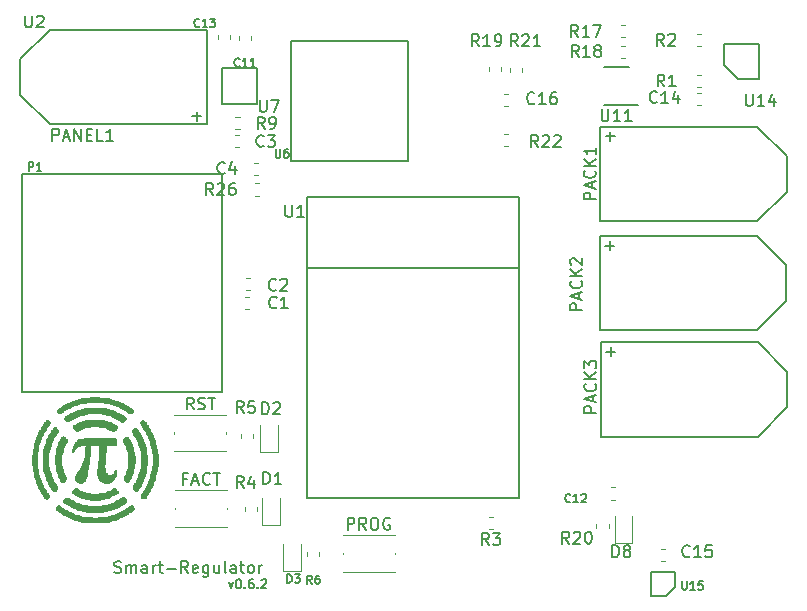
<source format=gbr>
G04 #@! TF.GenerationSoftware,KiCad,Pcbnew,6.0.0-rc1-unknown-7a10feb~66~ubuntu18.04.1*
G04 #@! TF.CreationDate,2018-08-22T16:05:21-05:00*
G04 #@! TF.ProjectId,smart-regulator,736D6172742D726567756C61746F722E,rev?*
G04 #@! TF.SameCoordinates,Original*
G04 #@! TF.FileFunction,Legend,Top*
G04 #@! TF.FilePolarity,Positive*
%FSLAX46Y46*%
G04 Gerber Fmt 4.6, Leading zero omitted, Abs format (unit mm)*
G04 Created by KiCad (PCBNEW 6.0.0-rc1-unknown-7a10feb~66~ubuntu18.04.1) date Wed Aug 22 16:05:21 2018*
%MOMM*%
%LPD*%
G01*
G04 APERTURE LIST*
%ADD10C,0.187500*%
%ADD11C,0.200000*%
%ADD12C,0.150000*%
%ADD13C,0.120000*%
%ADD14C,0.010000*%
G04 APERTURE END LIST*
D10*
X130892857Y-134439285D02*
X131071428Y-134939285D01*
X131250000Y-134439285D01*
X131678571Y-134189285D02*
X131750000Y-134189285D01*
X131821428Y-134225000D01*
X131857142Y-134260714D01*
X131892857Y-134332142D01*
X131928571Y-134475000D01*
X131928571Y-134653571D01*
X131892857Y-134796428D01*
X131857142Y-134867857D01*
X131821428Y-134903571D01*
X131750000Y-134939285D01*
X131678571Y-134939285D01*
X131607142Y-134903571D01*
X131571428Y-134867857D01*
X131535714Y-134796428D01*
X131500000Y-134653571D01*
X131500000Y-134475000D01*
X131535714Y-134332142D01*
X131571428Y-134260714D01*
X131607142Y-134225000D01*
X131678571Y-134189285D01*
X132250000Y-134867857D02*
X132285714Y-134903571D01*
X132250000Y-134939285D01*
X132214285Y-134903571D01*
X132250000Y-134867857D01*
X132250000Y-134939285D01*
X132928571Y-134189285D02*
X132785714Y-134189285D01*
X132714285Y-134225000D01*
X132678571Y-134260714D01*
X132607142Y-134367857D01*
X132571428Y-134510714D01*
X132571428Y-134796428D01*
X132607142Y-134867857D01*
X132642857Y-134903571D01*
X132714285Y-134939285D01*
X132857142Y-134939285D01*
X132928571Y-134903571D01*
X132964285Y-134867857D01*
X133000000Y-134796428D01*
X133000000Y-134617857D01*
X132964285Y-134546428D01*
X132928571Y-134510714D01*
X132857142Y-134475000D01*
X132714285Y-134475000D01*
X132642857Y-134510714D01*
X132607142Y-134546428D01*
X132571428Y-134617857D01*
X133321428Y-134867857D02*
X133357142Y-134903571D01*
X133321428Y-134939285D01*
X133285714Y-134903571D01*
X133321428Y-134867857D01*
X133321428Y-134939285D01*
X133642857Y-134260714D02*
X133678571Y-134225000D01*
X133750000Y-134189285D01*
X133928571Y-134189285D01*
X134000000Y-134225000D01*
X134035714Y-134260714D01*
X134071428Y-134332142D01*
X134071428Y-134403571D01*
X134035714Y-134510714D01*
X133607142Y-134939285D01*
X134071428Y-134939285D01*
D11*
X121200952Y-133604761D02*
X121343809Y-133652380D01*
X121581904Y-133652380D01*
X121677142Y-133604761D01*
X121724761Y-133557142D01*
X121772380Y-133461904D01*
X121772380Y-133366666D01*
X121724761Y-133271428D01*
X121677142Y-133223809D01*
X121581904Y-133176190D01*
X121391428Y-133128571D01*
X121296190Y-133080952D01*
X121248571Y-133033333D01*
X121200952Y-132938095D01*
X121200952Y-132842857D01*
X121248571Y-132747619D01*
X121296190Y-132700000D01*
X121391428Y-132652380D01*
X121629523Y-132652380D01*
X121772380Y-132700000D01*
X122200952Y-133652380D02*
X122200952Y-132985714D01*
X122200952Y-133080952D02*
X122248571Y-133033333D01*
X122343809Y-132985714D01*
X122486666Y-132985714D01*
X122581904Y-133033333D01*
X122629523Y-133128571D01*
X122629523Y-133652380D01*
X122629523Y-133128571D02*
X122677142Y-133033333D01*
X122772380Y-132985714D01*
X122915238Y-132985714D01*
X123010476Y-133033333D01*
X123058095Y-133128571D01*
X123058095Y-133652380D01*
X123962857Y-133652380D02*
X123962857Y-133128571D01*
X123915238Y-133033333D01*
X123820000Y-132985714D01*
X123629523Y-132985714D01*
X123534285Y-133033333D01*
X123962857Y-133604761D02*
X123867619Y-133652380D01*
X123629523Y-133652380D01*
X123534285Y-133604761D01*
X123486666Y-133509523D01*
X123486666Y-133414285D01*
X123534285Y-133319047D01*
X123629523Y-133271428D01*
X123867619Y-133271428D01*
X123962857Y-133223809D01*
X124439047Y-133652380D02*
X124439047Y-132985714D01*
X124439047Y-133176190D02*
X124486666Y-133080952D01*
X124534285Y-133033333D01*
X124629523Y-132985714D01*
X124724761Y-132985714D01*
X124915238Y-132985714D02*
X125296190Y-132985714D01*
X125058095Y-132652380D02*
X125058095Y-133509523D01*
X125105714Y-133604761D01*
X125200952Y-133652380D01*
X125296190Y-133652380D01*
X125629523Y-133271428D02*
X126391428Y-133271428D01*
X127439047Y-133652380D02*
X127105714Y-133176190D01*
X126867619Y-133652380D02*
X126867619Y-132652380D01*
X127248571Y-132652380D01*
X127343809Y-132700000D01*
X127391428Y-132747619D01*
X127439047Y-132842857D01*
X127439047Y-132985714D01*
X127391428Y-133080952D01*
X127343809Y-133128571D01*
X127248571Y-133176190D01*
X126867619Y-133176190D01*
X128248571Y-133604761D02*
X128153333Y-133652380D01*
X127962857Y-133652380D01*
X127867619Y-133604761D01*
X127820000Y-133509523D01*
X127820000Y-133128571D01*
X127867619Y-133033333D01*
X127962857Y-132985714D01*
X128153333Y-132985714D01*
X128248571Y-133033333D01*
X128296190Y-133128571D01*
X128296190Y-133223809D01*
X127820000Y-133319047D01*
X129153333Y-132985714D02*
X129153333Y-133795238D01*
X129105714Y-133890476D01*
X129058095Y-133938095D01*
X128962857Y-133985714D01*
X128820000Y-133985714D01*
X128724761Y-133938095D01*
X129153333Y-133604761D02*
X129058095Y-133652380D01*
X128867619Y-133652380D01*
X128772380Y-133604761D01*
X128724761Y-133557142D01*
X128677142Y-133461904D01*
X128677142Y-133176190D01*
X128724761Y-133080952D01*
X128772380Y-133033333D01*
X128867619Y-132985714D01*
X129058095Y-132985714D01*
X129153333Y-133033333D01*
X130058095Y-132985714D02*
X130058095Y-133652380D01*
X129629523Y-132985714D02*
X129629523Y-133509523D01*
X129677142Y-133604761D01*
X129772380Y-133652380D01*
X129915238Y-133652380D01*
X130010476Y-133604761D01*
X130058095Y-133557142D01*
X130677142Y-133652380D02*
X130581904Y-133604761D01*
X130534285Y-133509523D01*
X130534285Y-132652380D01*
X131486666Y-133652380D02*
X131486666Y-133128571D01*
X131439047Y-133033333D01*
X131343809Y-132985714D01*
X131153333Y-132985714D01*
X131058095Y-133033333D01*
X131486666Y-133604761D02*
X131391428Y-133652380D01*
X131153333Y-133652380D01*
X131058095Y-133604761D01*
X131010476Y-133509523D01*
X131010476Y-133414285D01*
X131058095Y-133319047D01*
X131153333Y-133271428D01*
X131391428Y-133271428D01*
X131486666Y-133223809D01*
X131820000Y-132985714D02*
X132200952Y-132985714D01*
X131962857Y-132652380D02*
X131962857Y-133509523D01*
X132010476Y-133604761D01*
X132105714Y-133652380D01*
X132200952Y-133652380D01*
X132677142Y-133652380D02*
X132581904Y-133604761D01*
X132534285Y-133557142D01*
X132486666Y-133461904D01*
X132486666Y-133176190D01*
X132534285Y-133080952D01*
X132581904Y-133033333D01*
X132677142Y-132985714D01*
X132820000Y-132985714D01*
X132915238Y-133033333D01*
X132962857Y-133080952D01*
X133010476Y-133176190D01*
X133010476Y-133461904D01*
X132962857Y-133557142D01*
X132915238Y-133604761D01*
X132820000Y-133652380D01*
X132677142Y-133652380D01*
X133439047Y-133652380D02*
X133439047Y-132985714D01*
X133439047Y-133176190D02*
X133486666Y-133080952D01*
X133534285Y-133033333D01*
X133629523Y-132985714D01*
X133724761Y-132985714D01*
D12*
G04 #@! TO.C,U1*
X155473880Y-107833200D02*
X155473880Y-101833200D01*
X155473880Y-101833200D02*
X137473880Y-101833200D01*
X137473880Y-101833200D02*
X137473880Y-107833200D01*
X137473880Y-107833200D02*
X155473880Y-107833200D01*
X155473880Y-107833200D02*
X155473880Y-127333200D01*
X155473880Y-127333200D02*
X137473880Y-127333200D01*
X137473880Y-127333200D02*
X137473880Y-107833200D01*
G04 #@! TO.C,U11*
X165525000Y-94025000D02*
X162650000Y-94025000D01*
X164750000Y-90775000D02*
X162650000Y-90775000D01*
G04 #@! TO.C,PACK3*
X162370000Y-122100000D02*
X175670000Y-122100000D01*
X178170000Y-119600000D02*
X178170000Y-116600000D01*
X175670000Y-114100000D02*
X162370000Y-114100000D01*
X162370000Y-114100000D02*
X162370000Y-122100000D01*
X175670000Y-122100000D02*
X178170000Y-119600000D01*
X178170000Y-116600000D02*
X175670000Y-114100000D01*
G04 #@! TO.C,P1*
X130340000Y-99860000D02*
X113340000Y-99860000D01*
X130340000Y-118360000D02*
X130340000Y-99860000D01*
X113340000Y-118360000D02*
X130340000Y-118360000D01*
X113340000Y-99860000D02*
X113340000Y-118360000D01*
G04 #@! TO.C,PANEL1*
X113220000Y-93160000D02*
X115720000Y-95660000D01*
X115720000Y-87660000D02*
X113220000Y-90160000D01*
X129020000Y-95660000D02*
X129020000Y-87660000D01*
X115720000Y-95660000D02*
X129020000Y-95660000D01*
X113220000Y-90160000D02*
X113220000Y-93160000D01*
X129020000Y-87660000D02*
X115720000Y-87660000D01*
G04 #@! TO.C,U6*
X146075000Y-88600000D02*
X136135000Y-88590000D01*
X146075000Y-98750000D02*
X146075000Y-88600000D01*
X136135000Y-98740000D02*
X146075000Y-98750000D01*
X136135000Y-88590000D02*
X136135000Y-98740000D01*
G04 #@! TO.C,U7*
X130275000Y-90900000D02*
X133275000Y-90900000D01*
X133275000Y-90900000D02*
X133275000Y-93900000D01*
X133275000Y-93900000D02*
X130375000Y-93900000D01*
X130375000Y-93900000D02*
X130275000Y-93900000D01*
X130275000Y-93900000D02*
X130275000Y-90900000D01*
G04 #@! TO.C,U14*
X174000000Y-91820000D02*
X172800000Y-90630000D01*
X175800000Y-88830000D02*
X172800000Y-88830000D01*
X175800000Y-91830000D02*
X175800000Y-88830000D01*
X174000000Y-91820000D02*
X175800000Y-91830000D01*
X172800000Y-88830000D02*
X172800000Y-90630000D01*
G04 #@! TO.C,U15*
X168660000Y-134860000D02*
X167940000Y-135560000D01*
X167940000Y-135560000D02*
X166660000Y-135560000D01*
X166660000Y-135560000D02*
X166660000Y-133560000D01*
X168660000Y-134860000D02*
X168660000Y-133560000D01*
X168660000Y-133560000D02*
X166660000Y-133560000D01*
D13*
G04 #@! TO.C,C12*
X163561267Y-127430000D02*
X163218733Y-127430000D01*
X163561267Y-126410000D02*
X163218733Y-126410000D01*
G04 #@! TO.C,R1*
X170871267Y-91490000D02*
X170528733Y-91490000D01*
X170871267Y-92510000D02*
X170528733Y-92510000D01*
G04 #@! TO.C,R2*
X170846267Y-87990000D02*
X170503733Y-87990000D01*
X170846267Y-89010000D02*
X170503733Y-89010000D01*
G04 #@! TO.C,R3*
X153246267Y-129910000D02*
X152903733Y-129910000D01*
X153246267Y-128890000D02*
X152903733Y-128890000D01*
G04 #@! TO.C,R20*
X162020000Y-129866267D02*
X162020000Y-129523733D01*
X163040000Y-129866267D02*
X163040000Y-129523733D01*
G04 #@! TO.C,R4*
X133260000Y-128421267D02*
X133260000Y-128078733D01*
X132240000Y-128421267D02*
X132240000Y-128078733D01*
G04 #@! TO.C,R5*
X131940000Y-122196267D02*
X131940000Y-121853733D01*
X132960000Y-122196267D02*
X132960000Y-121853733D01*
G04 #@! TO.C,R6*
X137540000Y-132196267D02*
X137540000Y-131853733D01*
X138560000Y-132196267D02*
X138560000Y-131853733D01*
G04 #@! TO.C,C1*
X132596267Y-111260000D02*
X132253733Y-111260000D01*
X132596267Y-110240000D02*
X132253733Y-110240000D01*
G04 #@! TO.C,C2*
X132646267Y-108640000D02*
X132303733Y-108640000D01*
X132646267Y-109660000D02*
X132303733Y-109660000D01*
G04 #@! TO.C,C4*
X133396267Y-99935000D02*
X133053733Y-99935000D01*
X133396267Y-98915000D02*
X133053733Y-98915000D01*
G04 #@! TO.C,R9*
X131453733Y-95040000D02*
X131796267Y-95040000D01*
X131453733Y-96060000D02*
X131796267Y-96060000D01*
G04 #@! TO.C,C3*
X131428733Y-96565000D02*
X131771267Y-96565000D01*
X131428733Y-97585000D02*
X131771267Y-97585000D01*
G04 #@! TO.C,C14*
X170503733Y-94010000D02*
X170846267Y-94010000D01*
X170503733Y-92990000D02*
X170846267Y-92990000D01*
G04 #@! TO.C,C15*
X167468733Y-131600000D02*
X167811267Y-131600000D01*
X167468733Y-132620000D02*
X167811267Y-132620000D01*
G04 #@! TO.C,R17*
X164396267Y-87290000D02*
X164053733Y-87290000D01*
X164396267Y-88310000D02*
X164053733Y-88310000D01*
G04 #@! TO.C,R18*
X164446267Y-88990000D02*
X164103733Y-88990000D01*
X164446267Y-90010000D02*
X164103733Y-90010000D01*
G04 #@! TO.C,D1*
X133715000Y-127312500D02*
X133715000Y-129597500D01*
X133715000Y-129597500D02*
X135185000Y-129597500D01*
X135185000Y-129597500D02*
X135185000Y-127312500D01*
G04 #@! TO.C,D2*
X135035000Y-123422500D02*
X135035000Y-121137500D01*
X133565000Y-123422500D02*
X135035000Y-123422500D01*
X133565000Y-121137500D02*
X133565000Y-123422500D01*
G04 #@! TO.C,D3*
X136985000Y-133472500D02*
X136985000Y-131187500D01*
X135515000Y-133472500D02*
X136985000Y-133472500D01*
X135515000Y-131187500D02*
X135515000Y-133472500D01*
G04 #@! TO.C,C11*
X132785000Y-88521267D02*
X132785000Y-88178733D01*
X131765000Y-88521267D02*
X131765000Y-88178733D01*
G04 #@! TO.C,C13*
X129940000Y-88471267D02*
X129940000Y-88128733D01*
X130960000Y-88471267D02*
X130960000Y-88128733D01*
G04 #@! TO.C,R19*
X152890000Y-91171267D02*
X152890000Y-90828733D01*
X153910000Y-91171267D02*
X153910000Y-90828733D01*
G04 #@! TO.C,R21*
X154690000Y-90853733D02*
X154690000Y-91196267D01*
X155710000Y-90853733D02*
X155710000Y-91196267D01*
D12*
G04 #@! TO.C,PACK1*
X162340000Y-103860000D02*
X175640000Y-103860000D01*
X178140000Y-101360000D02*
X178140000Y-98360000D01*
X175640000Y-95860000D02*
X162340000Y-95860000D01*
X162340000Y-95860000D02*
X162340000Y-103860000D01*
X175640000Y-103860000D02*
X178140000Y-101360000D01*
X178140000Y-98360000D02*
X175640000Y-95860000D01*
G04 #@! TO.C,PACK2*
X178100000Y-107600000D02*
X175600000Y-105100000D01*
X175600000Y-113100000D02*
X178100000Y-110600000D01*
X162300000Y-105100000D02*
X162300000Y-113100000D01*
X175600000Y-105100000D02*
X162300000Y-105100000D01*
X178100000Y-110600000D02*
X178100000Y-107600000D01*
X162300000Y-113100000D02*
X175600000Y-113100000D01*
D13*
G04 #@! TO.C,D8*
X163555000Y-128835000D02*
X163555000Y-131120000D01*
X163555000Y-131120000D02*
X165025000Y-131120000D01*
X165025000Y-131120000D02*
X165025000Y-128835000D01*
G04 #@! TO.C,R22*
X154178733Y-96515000D02*
X154521267Y-96515000D01*
X154178733Y-97535000D02*
X154521267Y-97535000D01*
G04 #@! TO.C,FACT*
X126300000Y-128225000D02*
X126300000Y-128125000D01*
X130700000Y-126625000D02*
X126300000Y-126625000D01*
X126300000Y-129725000D02*
X130700000Y-129725000D01*
X130700000Y-128225000D02*
X130700000Y-128125000D01*
G04 #@! TO.C,RST*
X130650000Y-121850000D02*
X130650000Y-121750000D01*
X126250000Y-123350000D02*
X130650000Y-123350000D01*
X130650000Y-120250000D02*
X126250000Y-120250000D01*
X126250000Y-121850000D02*
X126250000Y-121750000D01*
G04 #@! TO.C,PROG*
X144925001Y-132025001D02*
X144925001Y-131925001D01*
X140525001Y-133525001D02*
X144925001Y-133525001D01*
X144925001Y-130425001D02*
X140525001Y-130425001D01*
X140525001Y-132025001D02*
X140525001Y-131925001D01*
G04 #@! TO.C,C16*
X154153733Y-93090000D02*
X154496267Y-93090000D01*
X154153733Y-94110000D02*
X154496267Y-94110000D01*
G04 #@! TO.C,R26*
X133428267Y-101691000D02*
X133085733Y-101691000D01*
X133428267Y-100671000D02*
X133085733Y-100671000D01*
D14*
G04 #@! TO.C,LOGO*
G36*
X120296500Y-129305000D02*
X120356500Y-129305000D01*
X120356500Y-129365000D01*
X120296500Y-129365000D01*
X120296500Y-129305000D01*
X120296500Y-129305000D01*
G37*
X120296500Y-129305000D02*
X120356500Y-129305000D01*
X120356500Y-129365000D01*
X120296500Y-129365000D01*
X120296500Y-129305000D01*
G36*
X120236500Y-129305000D02*
X120296500Y-129305000D01*
X120296500Y-129365000D01*
X120236500Y-129365000D01*
X120236500Y-129305000D01*
X120236500Y-129305000D01*
G37*
X120236500Y-129305000D02*
X120296500Y-129305000D01*
X120296500Y-129365000D01*
X120236500Y-129365000D01*
X120236500Y-129305000D01*
G36*
X120176500Y-129305000D02*
X120236500Y-129305000D01*
X120236500Y-129365000D01*
X120176500Y-129365000D01*
X120176500Y-129305000D01*
X120176500Y-129305000D01*
G37*
X120176500Y-129305000D02*
X120236500Y-129305000D01*
X120236500Y-129365000D01*
X120176500Y-129365000D01*
X120176500Y-129305000D01*
G36*
X120116500Y-129305000D02*
X120176500Y-129305000D01*
X120176500Y-129365000D01*
X120116500Y-129365000D01*
X120116500Y-129305000D01*
X120116500Y-129305000D01*
G37*
X120116500Y-129305000D02*
X120176500Y-129305000D01*
X120176500Y-129365000D01*
X120116500Y-129365000D01*
X120116500Y-129305000D01*
G36*
X120056500Y-129305000D02*
X120116500Y-129305000D01*
X120116500Y-129365000D01*
X120056500Y-129365000D01*
X120056500Y-129305000D01*
X120056500Y-129305000D01*
G37*
X120056500Y-129305000D02*
X120116500Y-129305000D01*
X120116500Y-129365000D01*
X120056500Y-129365000D01*
X120056500Y-129305000D01*
G36*
X119996500Y-129305000D02*
X120056500Y-129305000D01*
X120056500Y-129365000D01*
X119996500Y-129365000D01*
X119996500Y-129305000D01*
X119996500Y-129305000D01*
G37*
X119996500Y-129305000D02*
X120056500Y-129305000D01*
X120056500Y-129365000D01*
X119996500Y-129365000D01*
X119996500Y-129305000D01*
G36*
X119936500Y-129305000D02*
X119996500Y-129305000D01*
X119996500Y-129365000D01*
X119936500Y-129365000D01*
X119936500Y-129305000D01*
X119936500Y-129305000D01*
G37*
X119936500Y-129305000D02*
X119996500Y-129305000D01*
X119996500Y-129365000D01*
X119936500Y-129365000D01*
X119936500Y-129305000D01*
G36*
X119876500Y-129305000D02*
X119936500Y-129305000D01*
X119936500Y-129365000D01*
X119876500Y-129365000D01*
X119876500Y-129305000D01*
X119876500Y-129305000D01*
G37*
X119876500Y-129305000D02*
X119936500Y-129305000D01*
X119936500Y-129365000D01*
X119876500Y-129365000D01*
X119876500Y-129305000D01*
G36*
X119816500Y-129305000D02*
X119876500Y-129305000D01*
X119876500Y-129365000D01*
X119816500Y-129365000D01*
X119816500Y-129305000D01*
X119816500Y-129305000D01*
G37*
X119816500Y-129305000D02*
X119876500Y-129305000D01*
X119876500Y-129365000D01*
X119816500Y-129365000D01*
X119816500Y-129305000D01*
G36*
X119756500Y-129305000D02*
X119816500Y-129305000D01*
X119816500Y-129365000D01*
X119756500Y-129365000D01*
X119756500Y-129305000D01*
X119756500Y-129305000D01*
G37*
X119756500Y-129305000D02*
X119816500Y-129305000D01*
X119816500Y-129365000D01*
X119756500Y-129365000D01*
X119756500Y-129305000D01*
G36*
X119696500Y-129305000D02*
X119756500Y-129305000D01*
X119756500Y-129365000D01*
X119696500Y-129365000D01*
X119696500Y-129305000D01*
X119696500Y-129305000D01*
G37*
X119696500Y-129305000D02*
X119756500Y-129305000D01*
X119756500Y-129365000D01*
X119696500Y-129365000D01*
X119696500Y-129305000D01*
G36*
X119636500Y-129305000D02*
X119696500Y-129305000D01*
X119696500Y-129365000D01*
X119636500Y-129365000D01*
X119636500Y-129305000D01*
X119636500Y-129305000D01*
G37*
X119636500Y-129305000D02*
X119696500Y-129305000D01*
X119696500Y-129365000D01*
X119636500Y-129365000D01*
X119636500Y-129305000D01*
G36*
X119576500Y-129305000D02*
X119636500Y-129305000D01*
X119636500Y-129365000D01*
X119576500Y-129365000D01*
X119576500Y-129305000D01*
X119576500Y-129305000D01*
G37*
X119576500Y-129305000D02*
X119636500Y-129305000D01*
X119636500Y-129365000D01*
X119576500Y-129365000D01*
X119576500Y-129305000D01*
G36*
X119516500Y-129305000D02*
X119576500Y-129305000D01*
X119576500Y-129365000D01*
X119516500Y-129365000D01*
X119516500Y-129305000D01*
X119516500Y-129305000D01*
G37*
X119516500Y-129305000D02*
X119576500Y-129305000D01*
X119576500Y-129365000D01*
X119516500Y-129365000D01*
X119516500Y-129305000D01*
G36*
X119456500Y-129305000D02*
X119516500Y-129305000D01*
X119516500Y-129365000D01*
X119456500Y-129365000D01*
X119456500Y-129305000D01*
X119456500Y-129305000D01*
G37*
X119456500Y-129305000D02*
X119516500Y-129305000D01*
X119516500Y-129365000D01*
X119456500Y-129365000D01*
X119456500Y-129305000D01*
G36*
X119396500Y-129305000D02*
X119456500Y-129305000D01*
X119456500Y-129365000D01*
X119396500Y-129365000D01*
X119396500Y-129305000D01*
X119396500Y-129305000D01*
G37*
X119396500Y-129305000D02*
X119456500Y-129305000D01*
X119456500Y-129365000D01*
X119396500Y-129365000D01*
X119396500Y-129305000D01*
G36*
X119336500Y-129305000D02*
X119396500Y-129305000D01*
X119396500Y-129365000D01*
X119336500Y-129365000D01*
X119336500Y-129305000D01*
X119336500Y-129305000D01*
G37*
X119336500Y-129305000D02*
X119396500Y-129305000D01*
X119396500Y-129365000D01*
X119336500Y-129365000D01*
X119336500Y-129305000D01*
G36*
X119276500Y-129305000D02*
X119336500Y-129305000D01*
X119336500Y-129365000D01*
X119276500Y-129365000D01*
X119276500Y-129305000D01*
X119276500Y-129305000D01*
G37*
X119276500Y-129305000D02*
X119336500Y-129305000D01*
X119336500Y-129365000D01*
X119276500Y-129365000D01*
X119276500Y-129305000D01*
G36*
X119216500Y-129305000D02*
X119276500Y-129305000D01*
X119276500Y-129365000D01*
X119216500Y-129365000D01*
X119216500Y-129305000D01*
X119216500Y-129305000D01*
G37*
X119216500Y-129305000D02*
X119276500Y-129305000D01*
X119276500Y-129365000D01*
X119216500Y-129365000D01*
X119216500Y-129305000D01*
G36*
X119156500Y-129305000D02*
X119216500Y-129305000D01*
X119216500Y-129365000D01*
X119156500Y-129365000D01*
X119156500Y-129305000D01*
X119156500Y-129305000D01*
G37*
X119156500Y-129305000D02*
X119216500Y-129305000D01*
X119216500Y-129365000D01*
X119156500Y-129365000D01*
X119156500Y-129305000D01*
G36*
X119096500Y-129305000D02*
X119156500Y-129305000D01*
X119156500Y-129365000D01*
X119096500Y-129365000D01*
X119096500Y-129305000D01*
X119096500Y-129305000D01*
G37*
X119096500Y-129305000D02*
X119156500Y-129305000D01*
X119156500Y-129365000D01*
X119096500Y-129365000D01*
X119096500Y-129305000D01*
G36*
X119036500Y-129305000D02*
X119096500Y-129305000D01*
X119096500Y-129365000D01*
X119036500Y-129365000D01*
X119036500Y-129305000D01*
X119036500Y-129305000D01*
G37*
X119036500Y-129305000D02*
X119096500Y-129305000D01*
X119096500Y-129365000D01*
X119036500Y-129365000D01*
X119036500Y-129305000D01*
G36*
X118976500Y-129305000D02*
X119036500Y-129305000D01*
X119036500Y-129365000D01*
X118976500Y-129365000D01*
X118976500Y-129305000D01*
X118976500Y-129305000D01*
G37*
X118976500Y-129305000D02*
X119036500Y-129305000D01*
X119036500Y-129365000D01*
X118976500Y-129365000D01*
X118976500Y-129305000D01*
G36*
X118916500Y-129305000D02*
X118976500Y-129305000D01*
X118976500Y-129365000D01*
X118916500Y-129365000D01*
X118916500Y-129305000D01*
X118916500Y-129305000D01*
G37*
X118916500Y-129305000D02*
X118976500Y-129305000D01*
X118976500Y-129365000D01*
X118916500Y-129365000D01*
X118916500Y-129305000D01*
G36*
X118856500Y-129305000D02*
X118916500Y-129305000D01*
X118916500Y-129365000D01*
X118856500Y-129365000D01*
X118856500Y-129305000D01*
X118856500Y-129305000D01*
G37*
X118856500Y-129305000D02*
X118916500Y-129305000D01*
X118916500Y-129365000D01*
X118856500Y-129365000D01*
X118856500Y-129305000D01*
G36*
X118796500Y-129305000D02*
X118856500Y-129305000D01*
X118856500Y-129365000D01*
X118796500Y-129365000D01*
X118796500Y-129305000D01*
X118796500Y-129305000D01*
G37*
X118796500Y-129305000D02*
X118856500Y-129305000D01*
X118856500Y-129365000D01*
X118796500Y-129365000D01*
X118796500Y-129305000D01*
G36*
X118736500Y-129305000D02*
X118796500Y-129305000D01*
X118796500Y-129365000D01*
X118736500Y-129365000D01*
X118736500Y-129305000D01*
X118736500Y-129305000D01*
G37*
X118736500Y-129305000D02*
X118796500Y-129305000D01*
X118796500Y-129365000D01*
X118736500Y-129365000D01*
X118736500Y-129305000D01*
G36*
X120656500Y-129245000D02*
X120716500Y-129245000D01*
X120716500Y-129305000D01*
X120656500Y-129305000D01*
X120656500Y-129245000D01*
X120656500Y-129245000D01*
G37*
X120656500Y-129245000D02*
X120716500Y-129245000D01*
X120716500Y-129305000D01*
X120656500Y-129305000D01*
X120656500Y-129245000D01*
G36*
X120596500Y-129245000D02*
X120656500Y-129245000D01*
X120656500Y-129305000D01*
X120596500Y-129305000D01*
X120596500Y-129245000D01*
X120596500Y-129245000D01*
G37*
X120596500Y-129245000D02*
X120656500Y-129245000D01*
X120656500Y-129305000D01*
X120596500Y-129305000D01*
X120596500Y-129245000D01*
G36*
X120536500Y-129245000D02*
X120596500Y-129245000D01*
X120596500Y-129305000D01*
X120536500Y-129305000D01*
X120536500Y-129245000D01*
X120536500Y-129245000D01*
G37*
X120536500Y-129245000D02*
X120596500Y-129245000D01*
X120596500Y-129305000D01*
X120536500Y-129305000D01*
X120536500Y-129245000D01*
G36*
X120476500Y-129245000D02*
X120536500Y-129245000D01*
X120536500Y-129305000D01*
X120476500Y-129305000D01*
X120476500Y-129245000D01*
X120476500Y-129245000D01*
G37*
X120476500Y-129245000D02*
X120536500Y-129245000D01*
X120536500Y-129305000D01*
X120476500Y-129305000D01*
X120476500Y-129245000D01*
G36*
X120416500Y-129245000D02*
X120476500Y-129245000D01*
X120476500Y-129305000D01*
X120416500Y-129305000D01*
X120416500Y-129245000D01*
X120416500Y-129245000D01*
G37*
X120416500Y-129245000D02*
X120476500Y-129245000D01*
X120476500Y-129305000D01*
X120416500Y-129305000D01*
X120416500Y-129245000D01*
G36*
X120356500Y-129245000D02*
X120416500Y-129245000D01*
X120416500Y-129305000D01*
X120356500Y-129305000D01*
X120356500Y-129245000D01*
X120356500Y-129245000D01*
G37*
X120356500Y-129245000D02*
X120416500Y-129245000D01*
X120416500Y-129305000D01*
X120356500Y-129305000D01*
X120356500Y-129245000D01*
G36*
X120296500Y-129245000D02*
X120356500Y-129245000D01*
X120356500Y-129305000D01*
X120296500Y-129305000D01*
X120296500Y-129245000D01*
X120296500Y-129245000D01*
G37*
X120296500Y-129245000D02*
X120356500Y-129245000D01*
X120356500Y-129305000D01*
X120296500Y-129305000D01*
X120296500Y-129245000D01*
G36*
X120236500Y-129245000D02*
X120296500Y-129245000D01*
X120296500Y-129305000D01*
X120236500Y-129305000D01*
X120236500Y-129245000D01*
X120236500Y-129245000D01*
G37*
X120236500Y-129245000D02*
X120296500Y-129245000D01*
X120296500Y-129305000D01*
X120236500Y-129305000D01*
X120236500Y-129245000D01*
G36*
X120176500Y-129245000D02*
X120236500Y-129245000D01*
X120236500Y-129305000D01*
X120176500Y-129305000D01*
X120176500Y-129245000D01*
X120176500Y-129245000D01*
G37*
X120176500Y-129245000D02*
X120236500Y-129245000D01*
X120236500Y-129305000D01*
X120176500Y-129305000D01*
X120176500Y-129245000D01*
G36*
X120116500Y-129245000D02*
X120176500Y-129245000D01*
X120176500Y-129305000D01*
X120116500Y-129305000D01*
X120116500Y-129245000D01*
X120116500Y-129245000D01*
G37*
X120116500Y-129245000D02*
X120176500Y-129245000D01*
X120176500Y-129305000D01*
X120116500Y-129305000D01*
X120116500Y-129245000D01*
G36*
X120056500Y-129245000D02*
X120116500Y-129245000D01*
X120116500Y-129305000D01*
X120056500Y-129305000D01*
X120056500Y-129245000D01*
X120056500Y-129245000D01*
G37*
X120056500Y-129245000D02*
X120116500Y-129245000D01*
X120116500Y-129305000D01*
X120056500Y-129305000D01*
X120056500Y-129245000D01*
G36*
X119996500Y-129245000D02*
X120056500Y-129245000D01*
X120056500Y-129305000D01*
X119996500Y-129305000D01*
X119996500Y-129245000D01*
X119996500Y-129245000D01*
G37*
X119996500Y-129245000D02*
X120056500Y-129245000D01*
X120056500Y-129305000D01*
X119996500Y-129305000D01*
X119996500Y-129245000D01*
G36*
X119936500Y-129245000D02*
X119996500Y-129245000D01*
X119996500Y-129305000D01*
X119936500Y-129305000D01*
X119936500Y-129245000D01*
X119936500Y-129245000D01*
G37*
X119936500Y-129245000D02*
X119996500Y-129245000D01*
X119996500Y-129305000D01*
X119936500Y-129305000D01*
X119936500Y-129245000D01*
G36*
X119876500Y-129245000D02*
X119936500Y-129245000D01*
X119936500Y-129305000D01*
X119876500Y-129305000D01*
X119876500Y-129245000D01*
X119876500Y-129245000D01*
G37*
X119876500Y-129245000D02*
X119936500Y-129245000D01*
X119936500Y-129305000D01*
X119876500Y-129305000D01*
X119876500Y-129245000D01*
G36*
X119816500Y-129245000D02*
X119876500Y-129245000D01*
X119876500Y-129305000D01*
X119816500Y-129305000D01*
X119816500Y-129245000D01*
X119816500Y-129245000D01*
G37*
X119816500Y-129245000D02*
X119876500Y-129245000D01*
X119876500Y-129305000D01*
X119816500Y-129305000D01*
X119816500Y-129245000D01*
G36*
X119756500Y-129245000D02*
X119816500Y-129245000D01*
X119816500Y-129305000D01*
X119756500Y-129305000D01*
X119756500Y-129245000D01*
X119756500Y-129245000D01*
G37*
X119756500Y-129245000D02*
X119816500Y-129245000D01*
X119816500Y-129305000D01*
X119756500Y-129305000D01*
X119756500Y-129245000D01*
G36*
X119696500Y-129245000D02*
X119756500Y-129245000D01*
X119756500Y-129305000D01*
X119696500Y-129305000D01*
X119696500Y-129245000D01*
X119696500Y-129245000D01*
G37*
X119696500Y-129245000D02*
X119756500Y-129245000D01*
X119756500Y-129305000D01*
X119696500Y-129305000D01*
X119696500Y-129245000D01*
G36*
X119636500Y-129245000D02*
X119696500Y-129245000D01*
X119696500Y-129305000D01*
X119636500Y-129305000D01*
X119636500Y-129245000D01*
X119636500Y-129245000D01*
G37*
X119636500Y-129245000D02*
X119696500Y-129245000D01*
X119696500Y-129305000D01*
X119636500Y-129305000D01*
X119636500Y-129245000D01*
G36*
X119576500Y-129245000D02*
X119636500Y-129245000D01*
X119636500Y-129305000D01*
X119576500Y-129305000D01*
X119576500Y-129245000D01*
X119576500Y-129245000D01*
G37*
X119576500Y-129245000D02*
X119636500Y-129245000D01*
X119636500Y-129305000D01*
X119576500Y-129305000D01*
X119576500Y-129245000D01*
G36*
X119516500Y-129245000D02*
X119576500Y-129245000D01*
X119576500Y-129305000D01*
X119516500Y-129305000D01*
X119516500Y-129245000D01*
X119516500Y-129245000D01*
G37*
X119516500Y-129245000D02*
X119576500Y-129245000D01*
X119576500Y-129305000D01*
X119516500Y-129305000D01*
X119516500Y-129245000D01*
G36*
X119456500Y-129245000D02*
X119516500Y-129245000D01*
X119516500Y-129305000D01*
X119456500Y-129305000D01*
X119456500Y-129245000D01*
X119456500Y-129245000D01*
G37*
X119456500Y-129245000D02*
X119516500Y-129245000D01*
X119516500Y-129305000D01*
X119456500Y-129305000D01*
X119456500Y-129245000D01*
G36*
X119396500Y-129245000D02*
X119456500Y-129245000D01*
X119456500Y-129305000D01*
X119396500Y-129305000D01*
X119396500Y-129245000D01*
X119396500Y-129245000D01*
G37*
X119396500Y-129245000D02*
X119456500Y-129245000D01*
X119456500Y-129305000D01*
X119396500Y-129305000D01*
X119396500Y-129245000D01*
G36*
X119336500Y-129245000D02*
X119396500Y-129245000D01*
X119396500Y-129305000D01*
X119336500Y-129305000D01*
X119336500Y-129245000D01*
X119336500Y-129245000D01*
G37*
X119336500Y-129245000D02*
X119396500Y-129245000D01*
X119396500Y-129305000D01*
X119336500Y-129305000D01*
X119336500Y-129245000D01*
G36*
X119276500Y-129245000D02*
X119336500Y-129245000D01*
X119336500Y-129305000D01*
X119276500Y-129305000D01*
X119276500Y-129245000D01*
X119276500Y-129245000D01*
G37*
X119276500Y-129245000D02*
X119336500Y-129245000D01*
X119336500Y-129305000D01*
X119276500Y-129305000D01*
X119276500Y-129245000D01*
G36*
X119216500Y-129245000D02*
X119276500Y-129245000D01*
X119276500Y-129305000D01*
X119216500Y-129305000D01*
X119216500Y-129245000D01*
X119216500Y-129245000D01*
G37*
X119216500Y-129245000D02*
X119276500Y-129245000D01*
X119276500Y-129305000D01*
X119216500Y-129305000D01*
X119216500Y-129245000D01*
G36*
X119156500Y-129245000D02*
X119216500Y-129245000D01*
X119216500Y-129305000D01*
X119156500Y-129305000D01*
X119156500Y-129245000D01*
X119156500Y-129245000D01*
G37*
X119156500Y-129245000D02*
X119216500Y-129245000D01*
X119216500Y-129305000D01*
X119156500Y-129305000D01*
X119156500Y-129245000D01*
G36*
X119096500Y-129245000D02*
X119156500Y-129245000D01*
X119156500Y-129305000D01*
X119096500Y-129305000D01*
X119096500Y-129245000D01*
X119096500Y-129245000D01*
G37*
X119096500Y-129245000D02*
X119156500Y-129245000D01*
X119156500Y-129305000D01*
X119096500Y-129305000D01*
X119096500Y-129245000D01*
G36*
X119036500Y-129245000D02*
X119096500Y-129245000D01*
X119096500Y-129305000D01*
X119036500Y-129305000D01*
X119036500Y-129245000D01*
X119036500Y-129245000D01*
G37*
X119036500Y-129245000D02*
X119096500Y-129245000D01*
X119096500Y-129305000D01*
X119036500Y-129305000D01*
X119036500Y-129245000D01*
G36*
X118976500Y-129245000D02*
X119036500Y-129245000D01*
X119036500Y-129305000D01*
X118976500Y-129305000D01*
X118976500Y-129245000D01*
X118976500Y-129245000D01*
G37*
X118976500Y-129245000D02*
X119036500Y-129245000D01*
X119036500Y-129305000D01*
X118976500Y-129305000D01*
X118976500Y-129245000D01*
G36*
X118916500Y-129245000D02*
X118976500Y-129245000D01*
X118976500Y-129305000D01*
X118916500Y-129305000D01*
X118916500Y-129245000D01*
X118916500Y-129245000D01*
G37*
X118916500Y-129245000D02*
X118976500Y-129245000D01*
X118976500Y-129305000D01*
X118916500Y-129305000D01*
X118916500Y-129245000D01*
G36*
X118856500Y-129245000D02*
X118916500Y-129245000D01*
X118916500Y-129305000D01*
X118856500Y-129305000D01*
X118856500Y-129245000D01*
X118856500Y-129245000D01*
G37*
X118856500Y-129245000D02*
X118916500Y-129245000D01*
X118916500Y-129305000D01*
X118856500Y-129305000D01*
X118856500Y-129245000D01*
G36*
X118796500Y-129245000D02*
X118856500Y-129245000D01*
X118856500Y-129305000D01*
X118796500Y-129305000D01*
X118796500Y-129245000D01*
X118796500Y-129245000D01*
G37*
X118796500Y-129245000D02*
X118856500Y-129245000D01*
X118856500Y-129305000D01*
X118796500Y-129305000D01*
X118796500Y-129245000D01*
G36*
X118736500Y-129245000D02*
X118796500Y-129245000D01*
X118796500Y-129305000D01*
X118736500Y-129305000D01*
X118736500Y-129245000D01*
X118736500Y-129245000D01*
G37*
X118736500Y-129245000D02*
X118796500Y-129245000D01*
X118796500Y-129305000D01*
X118736500Y-129305000D01*
X118736500Y-129245000D01*
G36*
X118676500Y-129245000D02*
X118736500Y-129245000D01*
X118736500Y-129305000D01*
X118676500Y-129305000D01*
X118676500Y-129245000D01*
X118676500Y-129245000D01*
G37*
X118676500Y-129245000D02*
X118736500Y-129245000D01*
X118736500Y-129305000D01*
X118676500Y-129305000D01*
X118676500Y-129245000D01*
G36*
X118616500Y-129245000D02*
X118676500Y-129245000D01*
X118676500Y-129305000D01*
X118616500Y-129305000D01*
X118616500Y-129245000D01*
X118616500Y-129245000D01*
G37*
X118616500Y-129245000D02*
X118676500Y-129245000D01*
X118676500Y-129305000D01*
X118616500Y-129305000D01*
X118616500Y-129245000D01*
G36*
X118556500Y-129245000D02*
X118616500Y-129245000D01*
X118616500Y-129305000D01*
X118556500Y-129305000D01*
X118556500Y-129245000D01*
X118556500Y-129245000D01*
G37*
X118556500Y-129245000D02*
X118616500Y-129245000D01*
X118616500Y-129305000D01*
X118556500Y-129305000D01*
X118556500Y-129245000D01*
G36*
X118496500Y-129245000D02*
X118556500Y-129245000D01*
X118556500Y-129305000D01*
X118496500Y-129305000D01*
X118496500Y-129245000D01*
X118496500Y-129245000D01*
G37*
X118496500Y-129245000D02*
X118556500Y-129245000D01*
X118556500Y-129305000D01*
X118496500Y-129305000D01*
X118496500Y-129245000D01*
G36*
X118436500Y-129245000D02*
X118496500Y-129245000D01*
X118496500Y-129305000D01*
X118436500Y-129305000D01*
X118436500Y-129245000D01*
X118436500Y-129245000D01*
G37*
X118436500Y-129245000D02*
X118496500Y-129245000D01*
X118496500Y-129305000D01*
X118436500Y-129305000D01*
X118436500Y-129245000D01*
G36*
X118376500Y-129245000D02*
X118436500Y-129245000D01*
X118436500Y-129305000D01*
X118376500Y-129305000D01*
X118376500Y-129245000D01*
X118376500Y-129245000D01*
G37*
X118376500Y-129245000D02*
X118436500Y-129245000D01*
X118436500Y-129305000D01*
X118376500Y-129305000D01*
X118376500Y-129245000D01*
G36*
X120896500Y-129185000D02*
X120956500Y-129185000D01*
X120956500Y-129245000D01*
X120896500Y-129245000D01*
X120896500Y-129185000D01*
X120896500Y-129185000D01*
G37*
X120896500Y-129185000D02*
X120956500Y-129185000D01*
X120956500Y-129245000D01*
X120896500Y-129245000D01*
X120896500Y-129185000D01*
G36*
X120836500Y-129185000D02*
X120896500Y-129185000D01*
X120896500Y-129245000D01*
X120836500Y-129245000D01*
X120836500Y-129185000D01*
X120836500Y-129185000D01*
G37*
X120836500Y-129185000D02*
X120896500Y-129185000D01*
X120896500Y-129245000D01*
X120836500Y-129245000D01*
X120836500Y-129185000D01*
G36*
X120776500Y-129185000D02*
X120836500Y-129185000D01*
X120836500Y-129245000D01*
X120776500Y-129245000D01*
X120776500Y-129185000D01*
X120776500Y-129185000D01*
G37*
X120776500Y-129185000D02*
X120836500Y-129185000D01*
X120836500Y-129245000D01*
X120776500Y-129245000D01*
X120776500Y-129185000D01*
G36*
X120716500Y-129185000D02*
X120776500Y-129185000D01*
X120776500Y-129245000D01*
X120716500Y-129245000D01*
X120716500Y-129185000D01*
X120716500Y-129185000D01*
G37*
X120716500Y-129185000D02*
X120776500Y-129185000D01*
X120776500Y-129245000D01*
X120716500Y-129245000D01*
X120716500Y-129185000D01*
G36*
X120656500Y-129185000D02*
X120716500Y-129185000D01*
X120716500Y-129245000D01*
X120656500Y-129245000D01*
X120656500Y-129185000D01*
X120656500Y-129185000D01*
G37*
X120656500Y-129185000D02*
X120716500Y-129185000D01*
X120716500Y-129245000D01*
X120656500Y-129245000D01*
X120656500Y-129185000D01*
G36*
X120596500Y-129185000D02*
X120656500Y-129185000D01*
X120656500Y-129245000D01*
X120596500Y-129245000D01*
X120596500Y-129185000D01*
X120596500Y-129185000D01*
G37*
X120596500Y-129185000D02*
X120656500Y-129185000D01*
X120656500Y-129245000D01*
X120596500Y-129245000D01*
X120596500Y-129185000D01*
G36*
X120536500Y-129185000D02*
X120596500Y-129185000D01*
X120596500Y-129245000D01*
X120536500Y-129245000D01*
X120536500Y-129185000D01*
X120536500Y-129185000D01*
G37*
X120536500Y-129185000D02*
X120596500Y-129185000D01*
X120596500Y-129245000D01*
X120536500Y-129245000D01*
X120536500Y-129185000D01*
G36*
X120476500Y-129185000D02*
X120536500Y-129185000D01*
X120536500Y-129245000D01*
X120476500Y-129245000D01*
X120476500Y-129185000D01*
X120476500Y-129185000D01*
G37*
X120476500Y-129185000D02*
X120536500Y-129185000D01*
X120536500Y-129245000D01*
X120476500Y-129245000D01*
X120476500Y-129185000D01*
G36*
X120416500Y-129185000D02*
X120476500Y-129185000D01*
X120476500Y-129245000D01*
X120416500Y-129245000D01*
X120416500Y-129185000D01*
X120416500Y-129185000D01*
G37*
X120416500Y-129185000D02*
X120476500Y-129185000D01*
X120476500Y-129245000D01*
X120416500Y-129245000D01*
X120416500Y-129185000D01*
G36*
X120356500Y-129185000D02*
X120416500Y-129185000D01*
X120416500Y-129245000D01*
X120356500Y-129245000D01*
X120356500Y-129185000D01*
X120356500Y-129185000D01*
G37*
X120356500Y-129185000D02*
X120416500Y-129185000D01*
X120416500Y-129245000D01*
X120356500Y-129245000D01*
X120356500Y-129185000D01*
G36*
X120296500Y-129185000D02*
X120356500Y-129185000D01*
X120356500Y-129245000D01*
X120296500Y-129245000D01*
X120296500Y-129185000D01*
X120296500Y-129185000D01*
G37*
X120296500Y-129185000D02*
X120356500Y-129185000D01*
X120356500Y-129245000D01*
X120296500Y-129245000D01*
X120296500Y-129185000D01*
G36*
X120236500Y-129185000D02*
X120296500Y-129185000D01*
X120296500Y-129245000D01*
X120236500Y-129245000D01*
X120236500Y-129185000D01*
X120236500Y-129185000D01*
G37*
X120236500Y-129185000D02*
X120296500Y-129185000D01*
X120296500Y-129245000D01*
X120236500Y-129245000D01*
X120236500Y-129185000D01*
G36*
X120176500Y-129185000D02*
X120236500Y-129185000D01*
X120236500Y-129245000D01*
X120176500Y-129245000D01*
X120176500Y-129185000D01*
X120176500Y-129185000D01*
G37*
X120176500Y-129185000D02*
X120236500Y-129185000D01*
X120236500Y-129245000D01*
X120176500Y-129245000D01*
X120176500Y-129185000D01*
G36*
X120116500Y-129185000D02*
X120176500Y-129185000D01*
X120176500Y-129245000D01*
X120116500Y-129245000D01*
X120116500Y-129185000D01*
X120116500Y-129185000D01*
G37*
X120116500Y-129185000D02*
X120176500Y-129185000D01*
X120176500Y-129245000D01*
X120116500Y-129245000D01*
X120116500Y-129185000D01*
G36*
X120056500Y-129185000D02*
X120116500Y-129185000D01*
X120116500Y-129245000D01*
X120056500Y-129245000D01*
X120056500Y-129185000D01*
X120056500Y-129185000D01*
G37*
X120056500Y-129185000D02*
X120116500Y-129185000D01*
X120116500Y-129245000D01*
X120056500Y-129245000D01*
X120056500Y-129185000D01*
G36*
X119996500Y-129185000D02*
X120056500Y-129185000D01*
X120056500Y-129245000D01*
X119996500Y-129245000D01*
X119996500Y-129185000D01*
X119996500Y-129185000D01*
G37*
X119996500Y-129185000D02*
X120056500Y-129185000D01*
X120056500Y-129245000D01*
X119996500Y-129245000D01*
X119996500Y-129185000D01*
G36*
X119936500Y-129185000D02*
X119996500Y-129185000D01*
X119996500Y-129245000D01*
X119936500Y-129245000D01*
X119936500Y-129185000D01*
X119936500Y-129185000D01*
G37*
X119936500Y-129185000D02*
X119996500Y-129185000D01*
X119996500Y-129245000D01*
X119936500Y-129245000D01*
X119936500Y-129185000D01*
G36*
X119876500Y-129185000D02*
X119936500Y-129185000D01*
X119936500Y-129245000D01*
X119876500Y-129245000D01*
X119876500Y-129185000D01*
X119876500Y-129185000D01*
G37*
X119876500Y-129185000D02*
X119936500Y-129185000D01*
X119936500Y-129245000D01*
X119876500Y-129245000D01*
X119876500Y-129185000D01*
G36*
X119816500Y-129185000D02*
X119876500Y-129185000D01*
X119876500Y-129245000D01*
X119816500Y-129245000D01*
X119816500Y-129185000D01*
X119816500Y-129185000D01*
G37*
X119816500Y-129185000D02*
X119876500Y-129185000D01*
X119876500Y-129245000D01*
X119816500Y-129245000D01*
X119816500Y-129185000D01*
G36*
X119756500Y-129185000D02*
X119816500Y-129185000D01*
X119816500Y-129245000D01*
X119756500Y-129245000D01*
X119756500Y-129185000D01*
X119756500Y-129185000D01*
G37*
X119756500Y-129185000D02*
X119816500Y-129185000D01*
X119816500Y-129245000D01*
X119756500Y-129245000D01*
X119756500Y-129185000D01*
G36*
X119696500Y-129185000D02*
X119756500Y-129185000D01*
X119756500Y-129245000D01*
X119696500Y-129245000D01*
X119696500Y-129185000D01*
X119696500Y-129185000D01*
G37*
X119696500Y-129185000D02*
X119756500Y-129185000D01*
X119756500Y-129245000D01*
X119696500Y-129245000D01*
X119696500Y-129185000D01*
G36*
X119636500Y-129185000D02*
X119696500Y-129185000D01*
X119696500Y-129245000D01*
X119636500Y-129245000D01*
X119636500Y-129185000D01*
X119636500Y-129185000D01*
G37*
X119636500Y-129185000D02*
X119696500Y-129185000D01*
X119696500Y-129245000D01*
X119636500Y-129245000D01*
X119636500Y-129185000D01*
G36*
X119576500Y-129185000D02*
X119636500Y-129185000D01*
X119636500Y-129245000D01*
X119576500Y-129245000D01*
X119576500Y-129185000D01*
X119576500Y-129185000D01*
G37*
X119576500Y-129185000D02*
X119636500Y-129185000D01*
X119636500Y-129245000D01*
X119576500Y-129245000D01*
X119576500Y-129185000D01*
G36*
X119516500Y-129185000D02*
X119576500Y-129185000D01*
X119576500Y-129245000D01*
X119516500Y-129245000D01*
X119516500Y-129185000D01*
X119516500Y-129185000D01*
G37*
X119516500Y-129185000D02*
X119576500Y-129185000D01*
X119576500Y-129245000D01*
X119516500Y-129245000D01*
X119516500Y-129185000D01*
G36*
X119456500Y-129185000D02*
X119516500Y-129185000D01*
X119516500Y-129245000D01*
X119456500Y-129245000D01*
X119456500Y-129185000D01*
X119456500Y-129185000D01*
G37*
X119456500Y-129185000D02*
X119516500Y-129185000D01*
X119516500Y-129245000D01*
X119456500Y-129245000D01*
X119456500Y-129185000D01*
G36*
X119396500Y-129185000D02*
X119456500Y-129185000D01*
X119456500Y-129245000D01*
X119396500Y-129245000D01*
X119396500Y-129185000D01*
X119396500Y-129185000D01*
G37*
X119396500Y-129185000D02*
X119456500Y-129185000D01*
X119456500Y-129245000D01*
X119396500Y-129245000D01*
X119396500Y-129185000D01*
G36*
X119336500Y-129185000D02*
X119396500Y-129185000D01*
X119396500Y-129245000D01*
X119336500Y-129245000D01*
X119336500Y-129185000D01*
X119336500Y-129185000D01*
G37*
X119336500Y-129185000D02*
X119396500Y-129185000D01*
X119396500Y-129245000D01*
X119336500Y-129245000D01*
X119336500Y-129185000D01*
G36*
X119276500Y-129185000D02*
X119336500Y-129185000D01*
X119336500Y-129245000D01*
X119276500Y-129245000D01*
X119276500Y-129185000D01*
X119276500Y-129185000D01*
G37*
X119276500Y-129185000D02*
X119336500Y-129185000D01*
X119336500Y-129245000D01*
X119276500Y-129245000D01*
X119276500Y-129185000D01*
G36*
X119216500Y-129185000D02*
X119276500Y-129185000D01*
X119276500Y-129245000D01*
X119216500Y-129245000D01*
X119216500Y-129185000D01*
X119216500Y-129185000D01*
G37*
X119216500Y-129185000D02*
X119276500Y-129185000D01*
X119276500Y-129245000D01*
X119216500Y-129245000D01*
X119216500Y-129185000D01*
G36*
X119156500Y-129185000D02*
X119216500Y-129185000D01*
X119216500Y-129245000D01*
X119156500Y-129245000D01*
X119156500Y-129185000D01*
X119156500Y-129185000D01*
G37*
X119156500Y-129185000D02*
X119216500Y-129185000D01*
X119216500Y-129245000D01*
X119156500Y-129245000D01*
X119156500Y-129185000D01*
G36*
X119096500Y-129185000D02*
X119156500Y-129185000D01*
X119156500Y-129245000D01*
X119096500Y-129245000D01*
X119096500Y-129185000D01*
X119096500Y-129185000D01*
G37*
X119096500Y-129185000D02*
X119156500Y-129185000D01*
X119156500Y-129245000D01*
X119096500Y-129245000D01*
X119096500Y-129185000D01*
G36*
X119036500Y-129185000D02*
X119096500Y-129185000D01*
X119096500Y-129245000D01*
X119036500Y-129245000D01*
X119036500Y-129185000D01*
X119036500Y-129185000D01*
G37*
X119036500Y-129185000D02*
X119096500Y-129185000D01*
X119096500Y-129245000D01*
X119036500Y-129245000D01*
X119036500Y-129185000D01*
G36*
X118976500Y-129185000D02*
X119036500Y-129185000D01*
X119036500Y-129245000D01*
X118976500Y-129245000D01*
X118976500Y-129185000D01*
X118976500Y-129185000D01*
G37*
X118976500Y-129185000D02*
X119036500Y-129185000D01*
X119036500Y-129245000D01*
X118976500Y-129245000D01*
X118976500Y-129185000D01*
G36*
X118916500Y-129185000D02*
X118976500Y-129185000D01*
X118976500Y-129245000D01*
X118916500Y-129245000D01*
X118916500Y-129185000D01*
X118916500Y-129185000D01*
G37*
X118916500Y-129185000D02*
X118976500Y-129185000D01*
X118976500Y-129245000D01*
X118916500Y-129245000D01*
X118916500Y-129185000D01*
G36*
X118856500Y-129185000D02*
X118916500Y-129185000D01*
X118916500Y-129245000D01*
X118856500Y-129245000D01*
X118856500Y-129185000D01*
X118856500Y-129185000D01*
G37*
X118856500Y-129185000D02*
X118916500Y-129185000D01*
X118916500Y-129245000D01*
X118856500Y-129245000D01*
X118856500Y-129185000D01*
G36*
X118796500Y-129185000D02*
X118856500Y-129185000D01*
X118856500Y-129245000D01*
X118796500Y-129245000D01*
X118796500Y-129185000D01*
X118796500Y-129185000D01*
G37*
X118796500Y-129185000D02*
X118856500Y-129185000D01*
X118856500Y-129245000D01*
X118796500Y-129245000D01*
X118796500Y-129185000D01*
G36*
X118736500Y-129185000D02*
X118796500Y-129185000D01*
X118796500Y-129245000D01*
X118736500Y-129245000D01*
X118736500Y-129185000D01*
X118736500Y-129185000D01*
G37*
X118736500Y-129185000D02*
X118796500Y-129185000D01*
X118796500Y-129245000D01*
X118736500Y-129245000D01*
X118736500Y-129185000D01*
G36*
X118676500Y-129185000D02*
X118736500Y-129185000D01*
X118736500Y-129245000D01*
X118676500Y-129245000D01*
X118676500Y-129185000D01*
X118676500Y-129185000D01*
G37*
X118676500Y-129185000D02*
X118736500Y-129185000D01*
X118736500Y-129245000D01*
X118676500Y-129245000D01*
X118676500Y-129185000D01*
G36*
X118616500Y-129185000D02*
X118676500Y-129185000D01*
X118676500Y-129245000D01*
X118616500Y-129245000D01*
X118616500Y-129185000D01*
X118616500Y-129185000D01*
G37*
X118616500Y-129185000D02*
X118676500Y-129185000D01*
X118676500Y-129245000D01*
X118616500Y-129245000D01*
X118616500Y-129185000D01*
G36*
X118556500Y-129185000D02*
X118616500Y-129185000D01*
X118616500Y-129245000D01*
X118556500Y-129245000D01*
X118556500Y-129185000D01*
X118556500Y-129185000D01*
G37*
X118556500Y-129185000D02*
X118616500Y-129185000D01*
X118616500Y-129245000D01*
X118556500Y-129245000D01*
X118556500Y-129185000D01*
G36*
X118496500Y-129185000D02*
X118556500Y-129185000D01*
X118556500Y-129245000D01*
X118496500Y-129245000D01*
X118496500Y-129185000D01*
X118496500Y-129185000D01*
G37*
X118496500Y-129185000D02*
X118556500Y-129185000D01*
X118556500Y-129245000D01*
X118496500Y-129245000D01*
X118496500Y-129185000D01*
G36*
X118436500Y-129185000D02*
X118496500Y-129185000D01*
X118496500Y-129245000D01*
X118436500Y-129245000D01*
X118436500Y-129185000D01*
X118436500Y-129185000D01*
G37*
X118436500Y-129185000D02*
X118496500Y-129185000D01*
X118496500Y-129245000D01*
X118436500Y-129245000D01*
X118436500Y-129185000D01*
G36*
X118376500Y-129185000D02*
X118436500Y-129185000D01*
X118436500Y-129245000D01*
X118376500Y-129245000D01*
X118376500Y-129185000D01*
X118376500Y-129185000D01*
G37*
X118376500Y-129185000D02*
X118436500Y-129185000D01*
X118436500Y-129245000D01*
X118376500Y-129245000D01*
X118376500Y-129185000D01*
G36*
X118316500Y-129185000D02*
X118376500Y-129185000D01*
X118376500Y-129245000D01*
X118316500Y-129245000D01*
X118316500Y-129185000D01*
X118316500Y-129185000D01*
G37*
X118316500Y-129185000D02*
X118376500Y-129185000D01*
X118376500Y-129245000D01*
X118316500Y-129245000D01*
X118316500Y-129185000D01*
G36*
X118256500Y-129185000D02*
X118316500Y-129185000D01*
X118316500Y-129245000D01*
X118256500Y-129245000D01*
X118256500Y-129185000D01*
X118256500Y-129185000D01*
G37*
X118256500Y-129185000D02*
X118316500Y-129185000D01*
X118316500Y-129245000D01*
X118256500Y-129245000D01*
X118256500Y-129185000D01*
G36*
X118196500Y-129185000D02*
X118256500Y-129185000D01*
X118256500Y-129245000D01*
X118196500Y-129245000D01*
X118196500Y-129185000D01*
X118196500Y-129185000D01*
G37*
X118196500Y-129185000D02*
X118256500Y-129185000D01*
X118256500Y-129245000D01*
X118196500Y-129245000D01*
X118196500Y-129185000D01*
G36*
X118136500Y-129185000D02*
X118196500Y-129185000D01*
X118196500Y-129245000D01*
X118136500Y-129245000D01*
X118136500Y-129185000D01*
X118136500Y-129185000D01*
G37*
X118136500Y-129185000D02*
X118196500Y-129185000D01*
X118196500Y-129245000D01*
X118136500Y-129245000D01*
X118136500Y-129185000D01*
G36*
X121076500Y-129125000D02*
X121136500Y-129125000D01*
X121136500Y-129185000D01*
X121076500Y-129185000D01*
X121076500Y-129125000D01*
X121076500Y-129125000D01*
G37*
X121076500Y-129125000D02*
X121136500Y-129125000D01*
X121136500Y-129185000D01*
X121076500Y-129185000D01*
X121076500Y-129125000D01*
G36*
X121016500Y-129125000D02*
X121076500Y-129125000D01*
X121076500Y-129185000D01*
X121016500Y-129185000D01*
X121016500Y-129125000D01*
X121016500Y-129125000D01*
G37*
X121016500Y-129125000D02*
X121076500Y-129125000D01*
X121076500Y-129185000D01*
X121016500Y-129185000D01*
X121016500Y-129125000D01*
G36*
X120956500Y-129125000D02*
X121016500Y-129125000D01*
X121016500Y-129185000D01*
X120956500Y-129185000D01*
X120956500Y-129125000D01*
X120956500Y-129125000D01*
G37*
X120956500Y-129125000D02*
X121016500Y-129125000D01*
X121016500Y-129185000D01*
X120956500Y-129185000D01*
X120956500Y-129125000D01*
G36*
X120896500Y-129125000D02*
X120956500Y-129125000D01*
X120956500Y-129185000D01*
X120896500Y-129185000D01*
X120896500Y-129125000D01*
X120896500Y-129125000D01*
G37*
X120896500Y-129125000D02*
X120956500Y-129125000D01*
X120956500Y-129185000D01*
X120896500Y-129185000D01*
X120896500Y-129125000D01*
G36*
X120836500Y-129125000D02*
X120896500Y-129125000D01*
X120896500Y-129185000D01*
X120836500Y-129185000D01*
X120836500Y-129125000D01*
X120836500Y-129125000D01*
G37*
X120836500Y-129125000D02*
X120896500Y-129125000D01*
X120896500Y-129185000D01*
X120836500Y-129185000D01*
X120836500Y-129125000D01*
G36*
X120776500Y-129125000D02*
X120836500Y-129125000D01*
X120836500Y-129185000D01*
X120776500Y-129185000D01*
X120776500Y-129125000D01*
X120776500Y-129125000D01*
G37*
X120776500Y-129125000D02*
X120836500Y-129125000D01*
X120836500Y-129185000D01*
X120776500Y-129185000D01*
X120776500Y-129125000D01*
G36*
X120716500Y-129125000D02*
X120776500Y-129125000D01*
X120776500Y-129185000D01*
X120716500Y-129185000D01*
X120716500Y-129125000D01*
X120716500Y-129125000D01*
G37*
X120716500Y-129125000D02*
X120776500Y-129125000D01*
X120776500Y-129185000D01*
X120716500Y-129185000D01*
X120716500Y-129125000D01*
G36*
X120656500Y-129125000D02*
X120716500Y-129125000D01*
X120716500Y-129185000D01*
X120656500Y-129185000D01*
X120656500Y-129125000D01*
X120656500Y-129125000D01*
G37*
X120656500Y-129125000D02*
X120716500Y-129125000D01*
X120716500Y-129185000D01*
X120656500Y-129185000D01*
X120656500Y-129125000D01*
G36*
X120596500Y-129125000D02*
X120656500Y-129125000D01*
X120656500Y-129185000D01*
X120596500Y-129185000D01*
X120596500Y-129125000D01*
X120596500Y-129125000D01*
G37*
X120596500Y-129125000D02*
X120656500Y-129125000D01*
X120656500Y-129185000D01*
X120596500Y-129185000D01*
X120596500Y-129125000D01*
G36*
X120536500Y-129125000D02*
X120596500Y-129125000D01*
X120596500Y-129185000D01*
X120536500Y-129185000D01*
X120536500Y-129125000D01*
X120536500Y-129125000D01*
G37*
X120536500Y-129125000D02*
X120596500Y-129125000D01*
X120596500Y-129185000D01*
X120536500Y-129185000D01*
X120536500Y-129125000D01*
G36*
X120476500Y-129125000D02*
X120536500Y-129125000D01*
X120536500Y-129185000D01*
X120476500Y-129185000D01*
X120476500Y-129125000D01*
X120476500Y-129125000D01*
G37*
X120476500Y-129125000D02*
X120536500Y-129125000D01*
X120536500Y-129185000D01*
X120476500Y-129185000D01*
X120476500Y-129125000D01*
G36*
X120416500Y-129125000D02*
X120476500Y-129125000D01*
X120476500Y-129185000D01*
X120416500Y-129185000D01*
X120416500Y-129125000D01*
X120416500Y-129125000D01*
G37*
X120416500Y-129125000D02*
X120476500Y-129125000D01*
X120476500Y-129185000D01*
X120416500Y-129185000D01*
X120416500Y-129125000D01*
G36*
X120356500Y-129125000D02*
X120416500Y-129125000D01*
X120416500Y-129185000D01*
X120356500Y-129185000D01*
X120356500Y-129125000D01*
X120356500Y-129125000D01*
G37*
X120356500Y-129125000D02*
X120416500Y-129125000D01*
X120416500Y-129185000D01*
X120356500Y-129185000D01*
X120356500Y-129125000D01*
G36*
X120296500Y-129125000D02*
X120356500Y-129125000D01*
X120356500Y-129185000D01*
X120296500Y-129185000D01*
X120296500Y-129125000D01*
X120296500Y-129125000D01*
G37*
X120296500Y-129125000D02*
X120356500Y-129125000D01*
X120356500Y-129185000D01*
X120296500Y-129185000D01*
X120296500Y-129125000D01*
G36*
X120236500Y-129125000D02*
X120296500Y-129125000D01*
X120296500Y-129185000D01*
X120236500Y-129185000D01*
X120236500Y-129125000D01*
X120236500Y-129125000D01*
G37*
X120236500Y-129125000D02*
X120296500Y-129125000D01*
X120296500Y-129185000D01*
X120236500Y-129185000D01*
X120236500Y-129125000D01*
G36*
X120176500Y-129125000D02*
X120236500Y-129125000D01*
X120236500Y-129185000D01*
X120176500Y-129185000D01*
X120176500Y-129125000D01*
X120176500Y-129125000D01*
G37*
X120176500Y-129125000D02*
X120236500Y-129125000D01*
X120236500Y-129185000D01*
X120176500Y-129185000D01*
X120176500Y-129125000D01*
G36*
X120116500Y-129125000D02*
X120176500Y-129125000D01*
X120176500Y-129185000D01*
X120116500Y-129185000D01*
X120116500Y-129125000D01*
X120116500Y-129125000D01*
G37*
X120116500Y-129125000D02*
X120176500Y-129125000D01*
X120176500Y-129185000D01*
X120116500Y-129185000D01*
X120116500Y-129125000D01*
G36*
X120056500Y-129125000D02*
X120116500Y-129125000D01*
X120116500Y-129185000D01*
X120056500Y-129185000D01*
X120056500Y-129125000D01*
X120056500Y-129125000D01*
G37*
X120056500Y-129125000D02*
X120116500Y-129125000D01*
X120116500Y-129185000D01*
X120056500Y-129185000D01*
X120056500Y-129125000D01*
G36*
X119996500Y-129125000D02*
X120056500Y-129125000D01*
X120056500Y-129185000D01*
X119996500Y-129185000D01*
X119996500Y-129125000D01*
X119996500Y-129125000D01*
G37*
X119996500Y-129125000D02*
X120056500Y-129125000D01*
X120056500Y-129185000D01*
X119996500Y-129185000D01*
X119996500Y-129125000D01*
G36*
X119936500Y-129125000D02*
X119996500Y-129125000D01*
X119996500Y-129185000D01*
X119936500Y-129185000D01*
X119936500Y-129125000D01*
X119936500Y-129125000D01*
G37*
X119936500Y-129125000D02*
X119996500Y-129125000D01*
X119996500Y-129185000D01*
X119936500Y-129185000D01*
X119936500Y-129125000D01*
G36*
X119876500Y-129125000D02*
X119936500Y-129125000D01*
X119936500Y-129185000D01*
X119876500Y-129185000D01*
X119876500Y-129125000D01*
X119876500Y-129125000D01*
G37*
X119876500Y-129125000D02*
X119936500Y-129125000D01*
X119936500Y-129185000D01*
X119876500Y-129185000D01*
X119876500Y-129125000D01*
G36*
X119816500Y-129125000D02*
X119876500Y-129125000D01*
X119876500Y-129185000D01*
X119816500Y-129185000D01*
X119816500Y-129125000D01*
X119816500Y-129125000D01*
G37*
X119816500Y-129125000D02*
X119876500Y-129125000D01*
X119876500Y-129185000D01*
X119816500Y-129185000D01*
X119816500Y-129125000D01*
G36*
X119756500Y-129125000D02*
X119816500Y-129125000D01*
X119816500Y-129185000D01*
X119756500Y-129185000D01*
X119756500Y-129125000D01*
X119756500Y-129125000D01*
G37*
X119756500Y-129125000D02*
X119816500Y-129125000D01*
X119816500Y-129185000D01*
X119756500Y-129185000D01*
X119756500Y-129125000D01*
G36*
X119696500Y-129125000D02*
X119756500Y-129125000D01*
X119756500Y-129185000D01*
X119696500Y-129185000D01*
X119696500Y-129125000D01*
X119696500Y-129125000D01*
G37*
X119696500Y-129125000D02*
X119756500Y-129125000D01*
X119756500Y-129185000D01*
X119696500Y-129185000D01*
X119696500Y-129125000D01*
G36*
X119636500Y-129125000D02*
X119696500Y-129125000D01*
X119696500Y-129185000D01*
X119636500Y-129185000D01*
X119636500Y-129125000D01*
X119636500Y-129125000D01*
G37*
X119636500Y-129125000D02*
X119696500Y-129125000D01*
X119696500Y-129185000D01*
X119636500Y-129185000D01*
X119636500Y-129125000D01*
G36*
X119576500Y-129125000D02*
X119636500Y-129125000D01*
X119636500Y-129185000D01*
X119576500Y-129185000D01*
X119576500Y-129125000D01*
X119576500Y-129125000D01*
G37*
X119576500Y-129125000D02*
X119636500Y-129125000D01*
X119636500Y-129185000D01*
X119576500Y-129185000D01*
X119576500Y-129125000D01*
G36*
X119516500Y-129125000D02*
X119576500Y-129125000D01*
X119576500Y-129185000D01*
X119516500Y-129185000D01*
X119516500Y-129125000D01*
X119516500Y-129125000D01*
G37*
X119516500Y-129125000D02*
X119576500Y-129125000D01*
X119576500Y-129185000D01*
X119516500Y-129185000D01*
X119516500Y-129125000D01*
G36*
X119456500Y-129125000D02*
X119516500Y-129125000D01*
X119516500Y-129185000D01*
X119456500Y-129185000D01*
X119456500Y-129125000D01*
X119456500Y-129125000D01*
G37*
X119456500Y-129125000D02*
X119516500Y-129125000D01*
X119516500Y-129185000D01*
X119456500Y-129185000D01*
X119456500Y-129125000D01*
G36*
X119396500Y-129125000D02*
X119456500Y-129125000D01*
X119456500Y-129185000D01*
X119396500Y-129185000D01*
X119396500Y-129125000D01*
X119396500Y-129125000D01*
G37*
X119396500Y-129125000D02*
X119456500Y-129125000D01*
X119456500Y-129185000D01*
X119396500Y-129185000D01*
X119396500Y-129125000D01*
G36*
X119336500Y-129125000D02*
X119396500Y-129125000D01*
X119396500Y-129185000D01*
X119336500Y-129185000D01*
X119336500Y-129125000D01*
X119336500Y-129125000D01*
G37*
X119336500Y-129125000D02*
X119396500Y-129125000D01*
X119396500Y-129185000D01*
X119336500Y-129185000D01*
X119336500Y-129125000D01*
G36*
X119276500Y-129125000D02*
X119336500Y-129125000D01*
X119336500Y-129185000D01*
X119276500Y-129185000D01*
X119276500Y-129125000D01*
X119276500Y-129125000D01*
G37*
X119276500Y-129125000D02*
X119336500Y-129125000D01*
X119336500Y-129185000D01*
X119276500Y-129185000D01*
X119276500Y-129125000D01*
G36*
X119216500Y-129125000D02*
X119276500Y-129125000D01*
X119276500Y-129185000D01*
X119216500Y-129185000D01*
X119216500Y-129125000D01*
X119216500Y-129125000D01*
G37*
X119216500Y-129125000D02*
X119276500Y-129125000D01*
X119276500Y-129185000D01*
X119216500Y-129185000D01*
X119216500Y-129125000D01*
G36*
X119156500Y-129125000D02*
X119216500Y-129125000D01*
X119216500Y-129185000D01*
X119156500Y-129185000D01*
X119156500Y-129125000D01*
X119156500Y-129125000D01*
G37*
X119156500Y-129125000D02*
X119216500Y-129125000D01*
X119216500Y-129185000D01*
X119156500Y-129185000D01*
X119156500Y-129125000D01*
G36*
X119096500Y-129125000D02*
X119156500Y-129125000D01*
X119156500Y-129185000D01*
X119096500Y-129185000D01*
X119096500Y-129125000D01*
X119096500Y-129125000D01*
G37*
X119096500Y-129125000D02*
X119156500Y-129125000D01*
X119156500Y-129185000D01*
X119096500Y-129185000D01*
X119096500Y-129125000D01*
G36*
X119036500Y-129125000D02*
X119096500Y-129125000D01*
X119096500Y-129185000D01*
X119036500Y-129185000D01*
X119036500Y-129125000D01*
X119036500Y-129125000D01*
G37*
X119036500Y-129125000D02*
X119096500Y-129125000D01*
X119096500Y-129185000D01*
X119036500Y-129185000D01*
X119036500Y-129125000D01*
G36*
X118976500Y-129125000D02*
X119036500Y-129125000D01*
X119036500Y-129185000D01*
X118976500Y-129185000D01*
X118976500Y-129125000D01*
X118976500Y-129125000D01*
G37*
X118976500Y-129125000D02*
X119036500Y-129125000D01*
X119036500Y-129185000D01*
X118976500Y-129185000D01*
X118976500Y-129125000D01*
G36*
X118916500Y-129125000D02*
X118976500Y-129125000D01*
X118976500Y-129185000D01*
X118916500Y-129185000D01*
X118916500Y-129125000D01*
X118916500Y-129125000D01*
G37*
X118916500Y-129125000D02*
X118976500Y-129125000D01*
X118976500Y-129185000D01*
X118916500Y-129185000D01*
X118916500Y-129125000D01*
G36*
X118856500Y-129125000D02*
X118916500Y-129125000D01*
X118916500Y-129185000D01*
X118856500Y-129185000D01*
X118856500Y-129125000D01*
X118856500Y-129125000D01*
G37*
X118856500Y-129125000D02*
X118916500Y-129125000D01*
X118916500Y-129185000D01*
X118856500Y-129185000D01*
X118856500Y-129125000D01*
G36*
X118796500Y-129125000D02*
X118856500Y-129125000D01*
X118856500Y-129185000D01*
X118796500Y-129185000D01*
X118796500Y-129125000D01*
X118796500Y-129125000D01*
G37*
X118796500Y-129125000D02*
X118856500Y-129125000D01*
X118856500Y-129185000D01*
X118796500Y-129185000D01*
X118796500Y-129125000D01*
G36*
X118736500Y-129125000D02*
X118796500Y-129125000D01*
X118796500Y-129185000D01*
X118736500Y-129185000D01*
X118736500Y-129125000D01*
X118736500Y-129125000D01*
G37*
X118736500Y-129125000D02*
X118796500Y-129125000D01*
X118796500Y-129185000D01*
X118736500Y-129185000D01*
X118736500Y-129125000D01*
G36*
X118676500Y-129125000D02*
X118736500Y-129125000D01*
X118736500Y-129185000D01*
X118676500Y-129185000D01*
X118676500Y-129125000D01*
X118676500Y-129125000D01*
G37*
X118676500Y-129125000D02*
X118736500Y-129125000D01*
X118736500Y-129185000D01*
X118676500Y-129185000D01*
X118676500Y-129125000D01*
G36*
X118616500Y-129125000D02*
X118676500Y-129125000D01*
X118676500Y-129185000D01*
X118616500Y-129185000D01*
X118616500Y-129125000D01*
X118616500Y-129125000D01*
G37*
X118616500Y-129125000D02*
X118676500Y-129125000D01*
X118676500Y-129185000D01*
X118616500Y-129185000D01*
X118616500Y-129125000D01*
G36*
X118556500Y-129125000D02*
X118616500Y-129125000D01*
X118616500Y-129185000D01*
X118556500Y-129185000D01*
X118556500Y-129125000D01*
X118556500Y-129125000D01*
G37*
X118556500Y-129125000D02*
X118616500Y-129125000D01*
X118616500Y-129185000D01*
X118556500Y-129185000D01*
X118556500Y-129125000D01*
G36*
X118496500Y-129125000D02*
X118556500Y-129125000D01*
X118556500Y-129185000D01*
X118496500Y-129185000D01*
X118496500Y-129125000D01*
X118496500Y-129125000D01*
G37*
X118496500Y-129125000D02*
X118556500Y-129125000D01*
X118556500Y-129185000D01*
X118496500Y-129185000D01*
X118496500Y-129125000D01*
G36*
X118436500Y-129125000D02*
X118496500Y-129125000D01*
X118496500Y-129185000D01*
X118436500Y-129185000D01*
X118436500Y-129125000D01*
X118436500Y-129125000D01*
G37*
X118436500Y-129125000D02*
X118496500Y-129125000D01*
X118496500Y-129185000D01*
X118436500Y-129185000D01*
X118436500Y-129125000D01*
G36*
X118376500Y-129125000D02*
X118436500Y-129125000D01*
X118436500Y-129185000D01*
X118376500Y-129185000D01*
X118376500Y-129125000D01*
X118376500Y-129125000D01*
G37*
X118376500Y-129125000D02*
X118436500Y-129125000D01*
X118436500Y-129185000D01*
X118376500Y-129185000D01*
X118376500Y-129125000D01*
G36*
X118316500Y-129125000D02*
X118376500Y-129125000D01*
X118376500Y-129185000D01*
X118316500Y-129185000D01*
X118316500Y-129125000D01*
X118316500Y-129125000D01*
G37*
X118316500Y-129125000D02*
X118376500Y-129125000D01*
X118376500Y-129185000D01*
X118316500Y-129185000D01*
X118316500Y-129125000D01*
G36*
X118256500Y-129125000D02*
X118316500Y-129125000D01*
X118316500Y-129185000D01*
X118256500Y-129185000D01*
X118256500Y-129125000D01*
X118256500Y-129125000D01*
G37*
X118256500Y-129125000D02*
X118316500Y-129125000D01*
X118316500Y-129185000D01*
X118256500Y-129185000D01*
X118256500Y-129125000D01*
G36*
X118196500Y-129125000D02*
X118256500Y-129125000D01*
X118256500Y-129185000D01*
X118196500Y-129185000D01*
X118196500Y-129125000D01*
X118196500Y-129125000D01*
G37*
X118196500Y-129125000D02*
X118256500Y-129125000D01*
X118256500Y-129185000D01*
X118196500Y-129185000D01*
X118196500Y-129125000D01*
G36*
X118136500Y-129125000D02*
X118196500Y-129125000D01*
X118196500Y-129185000D01*
X118136500Y-129185000D01*
X118136500Y-129125000D01*
X118136500Y-129125000D01*
G37*
X118136500Y-129125000D02*
X118196500Y-129125000D01*
X118196500Y-129185000D01*
X118136500Y-129185000D01*
X118136500Y-129125000D01*
G36*
X118076500Y-129125000D02*
X118136500Y-129125000D01*
X118136500Y-129185000D01*
X118076500Y-129185000D01*
X118076500Y-129125000D01*
X118076500Y-129125000D01*
G37*
X118076500Y-129125000D02*
X118136500Y-129125000D01*
X118136500Y-129185000D01*
X118076500Y-129185000D01*
X118076500Y-129125000D01*
G36*
X118016500Y-129125000D02*
X118076500Y-129125000D01*
X118076500Y-129185000D01*
X118016500Y-129185000D01*
X118016500Y-129125000D01*
X118016500Y-129125000D01*
G37*
X118016500Y-129125000D02*
X118076500Y-129125000D01*
X118076500Y-129185000D01*
X118016500Y-129185000D01*
X118016500Y-129125000D01*
G36*
X117956500Y-129125000D02*
X118016500Y-129125000D01*
X118016500Y-129185000D01*
X117956500Y-129185000D01*
X117956500Y-129125000D01*
X117956500Y-129125000D01*
G37*
X117956500Y-129125000D02*
X118016500Y-129125000D01*
X118016500Y-129185000D01*
X117956500Y-129185000D01*
X117956500Y-129125000D01*
G36*
X121256500Y-129065000D02*
X121316500Y-129065000D01*
X121316500Y-129125000D01*
X121256500Y-129125000D01*
X121256500Y-129065000D01*
X121256500Y-129065000D01*
G37*
X121256500Y-129065000D02*
X121316500Y-129065000D01*
X121316500Y-129125000D01*
X121256500Y-129125000D01*
X121256500Y-129065000D01*
G36*
X121196500Y-129065000D02*
X121256500Y-129065000D01*
X121256500Y-129125000D01*
X121196500Y-129125000D01*
X121196500Y-129065000D01*
X121196500Y-129065000D01*
G37*
X121196500Y-129065000D02*
X121256500Y-129065000D01*
X121256500Y-129125000D01*
X121196500Y-129125000D01*
X121196500Y-129065000D01*
G36*
X121136500Y-129065000D02*
X121196500Y-129065000D01*
X121196500Y-129125000D01*
X121136500Y-129125000D01*
X121136500Y-129065000D01*
X121136500Y-129065000D01*
G37*
X121136500Y-129065000D02*
X121196500Y-129065000D01*
X121196500Y-129125000D01*
X121136500Y-129125000D01*
X121136500Y-129065000D01*
G36*
X121076500Y-129065000D02*
X121136500Y-129065000D01*
X121136500Y-129125000D01*
X121076500Y-129125000D01*
X121076500Y-129065000D01*
X121076500Y-129065000D01*
G37*
X121076500Y-129065000D02*
X121136500Y-129065000D01*
X121136500Y-129125000D01*
X121076500Y-129125000D01*
X121076500Y-129065000D01*
G36*
X121016500Y-129065000D02*
X121076500Y-129065000D01*
X121076500Y-129125000D01*
X121016500Y-129125000D01*
X121016500Y-129065000D01*
X121016500Y-129065000D01*
G37*
X121016500Y-129065000D02*
X121076500Y-129065000D01*
X121076500Y-129125000D01*
X121016500Y-129125000D01*
X121016500Y-129065000D01*
G36*
X120956500Y-129065000D02*
X121016500Y-129065000D01*
X121016500Y-129125000D01*
X120956500Y-129125000D01*
X120956500Y-129065000D01*
X120956500Y-129065000D01*
G37*
X120956500Y-129065000D02*
X121016500Y-129065000D01*
X121016500Y-129125000D01*
X120956500Y-129125000D01*
X120956500Y-129065000D01*
G36*
X120896500Y-129065000D02*
X120956500Y-129065000D01*
X120956500Y-129125000D01*
X120896500Y-129125000D01*
X120896500Y-129065000D01*
X120896500Y-129065000D01*
G37*
X120896500Y-129065000D02*
X120956500Y-129065000D01*
X120956500Y-129125000D01*
X120896500Y-129125000D01*
X120896500Y-129065000D01*
G36*
X120836500Y-129065000D02*
X120896500Y-129065000D01*
X120896500Y-129125000D01*
X120836500Y-129125000D01*
X120836500Y-129065000D01*
X120836500Y-129065000D01*
G37*
X120836500Y-129065000D02*
X120896500Y-129065000D01*
X120896500Y-129125000D01*
X120836500Y-129125000D01*
X120836500Y-129065000D01*
G36*
X120776500Y-129065000D02*
X120836500Y-129065000D01*
X120836500Y-129125000D01*
X120776500Y-129125000D01*
X120776500Y-129065000D01*
X120776500Y-129065000D01*
G37*
X120776500Y-129065000D02*
X120836500Y-129065000D01*
X120836500Y-129125000D01*
X120776500Y-129125000D01*
X120776500Y-129065000D01*
G36*
X120716500Y-129065000D02*
X120776500Y-129065000D01*
X120776500Y-129125000D01*
X120716500Y-129125000D01*
X120716500Y-129065000D01*
X120716500Y-129065000D01*
G37*
X120716500Y-129065000D02*
X120776500Y-129065000D01*
X120776500Y-129125000D01*
X120716500Y-129125000D01*
X120716500Y-129065000D01*
G36*
X120656500Y-129065000D02*
X120716500Y-129065000D01*
X120716500Y-129125000D01*
X120656500Y-129125000D01*
X120656500Y-129065000D01*
X120656500Y-129065000D01*
G37*
X120656500Y-129065000D02*
X120716500Y-129065000D01*
X120716500Y-129125000D01*
X120656500Y-129125000D01*
X120656500Y-129065000D01*
G36*
X120596500Y-129065000D02*
X120656500Y-129065000D01*
X120656500Y-129125000D01*
X120596500Y-129125000D01*
X120596500Y-129065000D01*
X120596500Y-129065000D01*
G37*
X120596500Y-129065000D02*
X120656500Y-129065000D01*
X120656500Y-129125000D01*
X120596500Y-129125000D01*
X120596500Y-129065000D01*
G36*
X120536500Y-129065000D02*
X120596500Y-129065000D01*
X120596500Y-129125000D01*
X120536500Y-129125000D01*
X120536500Y-129065000D01*
X120536500Y-129065000D01*
G37*
X120536500Y-129065000D02*
X120596500Y-129065000D01*
X120596500Y-129125000D01*
X120536500Y-129125000D01*
X120536500Y-129065000D01*
G36*
X120476500Y-129065000D02*
X120536500Y-129065000D01*
X120536500Y-129125000D01*
X120476500Y-129125000D01*
X120476500Y-129065000D01*
X120476500Y-129065000D01*
G37*
X120476500Y-129065000D02*
X120536500Y-129065000D01*
X120536500Y-129125000D01*
X120476500Y-129125000D01*
X120476500Y-129065000D01*
G36*
X120416500Y-129065000D02*
X120476500Y-129065000D01*
X120476500Y-129125000D01*
X120416500Y-129125000D01*
X120416500Y-129065000D01*
X120416500Y-129065000D01*
G37*
X120416500Y-129065000D02*
X120476500Y-129065000D01*
X120476500Y-129125000D01*
X120416500Y-129125000D01*
X120416500Y-129065000D01*
G36*
X120356500Y-129065000D02*
X120416500Y-129065000D01*
X120416500Y-129125000D01*
X120356500Y-129125000D01*
X120356500Y-129065000D01*
X120356500Y-129065000D01*
G37*
X120356500Y-129065000D02*
X120416500Y-129065000D01*
X120416500Y-129125000D01*
X120356500Y-129125000D01*
X120356500Y-129065000D01*
G36*
X120296500Y-129065000D02*
X120356500Y-129065000D01*
X120356500Y-129125000D01*
X120296500Y-129125000D01*
X120296500Y-129065000D01*
X120296500Y-129065000D01*
G37*
X120296500Y-129065000D02*
X120356500Y-129065000D01*
X120356500Y-129125000D01*
X120296500Y-129125000D01*
X120296500Y-129065000D01*
G36*
X120236500Y-129065000D02*
X120296500Y-129065000D01*
X120296500Y-129125000D01*
X120236500Y-129125000D01*
X120236500Y-129065000D01*
X120236500Y-129065000D01*
G37*
X120236500Y-129065000D02*
X120296500Y-129065000D01*
X120296500Y-129125000D01*
X120236500Y-129125000D01*
X120236500Y-129065000D01*
G36*
X120176500Y-129065000D02*
X120236500Y-129065000D01*
X120236500Y-129125000D01*
X120176500Y-129125000D01*
X120176500Y-129065000D01*
X120176500Y-129065000D01*
G37*
X120176500Y-129065000D02*
X120236500Y-129065000D01*
X120236500Y-129125000D01*
X120176500Y-129125000D01*
X120176500Y-129065000D01*
G36*
X120116500Y-129065000D02*
X120176500Y-129065000D01*
X120176500Y-129125000D01*
X120116500Y-129125000D01*
X120116500Y-129065000D01*
X120116500Y-129065000D01*
G37*
X120116500Y-129065000D02*
X120176500Y-129065000D01*
X120176500Y-129125000D01*
X120116500Y-129125000D01*
X120116500Y-129065000D01*
G36*
X120056500Y-129065000D02*
X120116500Y-129065000D01*
X120116500Y-129125000D01*
X120056500Y-129125000D01*
X120056500Y-129065000D01*
X120056500Y-129065000D01*
G37*
X120056500Y-129065000D02*
X120116500Y-129065000D01*
X120116500Y-129125000D01*
X120056500Y-129125000D01*
X120056500Y-129065000D01*
G36*
X119996500Y-129065000D02*
X120056500Y-129065000D01*
X120056500Y-129125000D01*
X119996500Y-129125000D01*
X119996500Y-129065000D01*
X119996500Y-129065000D01*
G37*
X119996500Y-129065000D02*
X120056500Y-129065000D01*
X120056500Y-129125000D01*
X119996500Y-129125000D01*
X119996500Y-129065000D01*
G36*
X119936500Y-129065000D02*
X119996500Y-129065000D01*
X119996500Y-129125000D01*
X119936500Y-129125000D01*
X119936500Y-129065000D01*
X119936500Y-129065000D01*
G37*
X119936500Y-129065000D02*
X119996500Y-129065000D01*
X119996500Y-129125000D01*
X119936500Y-129125000D01*
X119936500Y-129065000D01*
G36*
X119876500Y-129065000D02*
X119936500Y-129065000D01*
X119936500Y-129125000D01*
X119876500Y-129125000D01*
X119876500Y-129065000D01*
X119876500Y-129065000D01*
G37*
X119876500Y-129065000D02*
X119936500Y-129065000D01*
X119936500Y-129125000D01*
X119876500Y-129125000D01*
X119876500Y-129065000D01*
G36*
X119816500Y-129065000D02*
X119876500Y-129065000D01*
X119876500Y-129125000D01*
X119816500Y-129125000D01*
X119816500Y-129065000D01*
X119816500Y-129065000D01*
G37*
X119816500Y-129065000D02*
X119876500Y-129065000D01*
X119876500Y-129125000D01*
X119816500Y-129125000D01*
X119816500Y-129065000D01*
G36*
X119756500Y-129065000D02*
X119816500Y-129065000D01*
X119816500Y-129125000D01*
X119756500Y-129125000D01*
X119756500Y-129065000D01*
X119756500Y-129065000D01*
G37*
X119756500Y-129065000D02*
X119816500Y-129065000D01*
X119816500Y-129125000D01*
X119756500Y-129125000D01*
X119756500Y-129065000D01*
G36*
X119696500Y-129065000D02*
X119756500Y-129065000D01*
X119756500Y-129125000D01*
X119696500Y-129125000D01*
X119696500Y-129065000D01*
X119696500Y-129065000D01*
G37*
X119696500Y-129065000D02*
X119756500Y-129065000D01*
X119756500Y-129125000D01*
X119696500Y-129125000D01*
X119696500Y-129065000D01*
G36*
X119636500Y-129065000D02*
X119696500Y-129065000D01*
X119696500Y-129125000D01*
X119636500Y-129125000D01*
X119636500Y-129065000D01*
X119636500Y-129065000D01*
G37*
X119636500Y-129065000D02*
X119696500Y-129065000D01*
X119696500Y-129125000D01*
X119636500Y-129125000D01*
X119636500Y-129065000D01*
G36*
X119576500Y-129065000D02*
X119636500Y-129065000D01*
X119636500Y-129125000D01*
X119576500Y-129125000D01*
X119576500Y-129065000D01*
X119576500Y-129065000D01*
G37*
X119576500Y-129065000D02*
X119636500Y-129065000D01*
X119636500Y-129125000D01*
X119576500Y-129125000D01*
X119576500Y-129065000D01*
G36*
X119516500Y-129065000D02*
X119576500Y-129065000D01*
X119576500Y-129125000D01*
X119516500Y-129125000D01*
X119516500Y-129065000D01*
X119516500Y-129065000D01*
G37*
X119516500Y-129065000D02*
X119576500Y-129065000D01*
X119576500Y-129125000D01*
X119516500Y-129125000D01*
X119516500Y-129065000D01*
G36*
X119456500Y-129065000D02*
X119516500Y-129065000D01*
X119516500Y-129125000D01*
X119456500Y-129125000D01*
X119456500Y-129065000D01*
X119456500Y-129065000D01*
G37*
X119456500Y-129065000D02*
X119516500Y-129065000D01*
X119516500Y-129125000D01*
X119456500Y-129125000D01*
X119456500Y-129065000D01*
G36*
X119396500Y-129065000D02*
X119456500Y-129065000D01*
X119456500Y-129125000D01*
X119396500Y-129125000D01*
X119396500Y-129065000D01*
X119396500Y-129065000D01*
G37*
X119396500Y-129065000D02*
X119456500Y-129065000D01*
X119456500Y-129125000D01*
X119396500Y-129125000D01*
X119396500Y-129065000D01*
G36*
X119336500Y-129065000D02*
X119396500Y-129065000D01*
X119396500Y-129125000D01*
X119336500Y-129125000D01*
X119336500Y-129065000D01*
X119336500Y-129065000D01*
G37*
X119336500Y-129065000D02*
X119396500Y-129065000D01*
X119396500Y-129125000D01*
X119336500Y-129125000D01*
X119336500Y-129065000D01*
G36*
X119276500Y-129065000D02*
X119336500Y-129065000D01*
X119336500Y-129125000D01*
X119276500Y-129125000D01*
X119276500Y-129065000D01*
X119276500Y-129065000D01*
G37*
X119276500Y-129065000D02*
X119336500Y-129065000D01*
X119336500Y-129125000D01*
X119276500Y-129125000D01*
X119276500Y-129065000D01*
G36*
X119216500Y-129065000D02*
X119276500Y-129065000D01*
X119276500Y-129125000D01*
X119216500Y-129125000D01*
X119216500Y-129065000D01*
X119216500Y-129065000D01*
G37*
X119216500Y-129065000D02*
X119276500Y-129065000D01*
X119276500Y-129125000D01*
X119216500Y-129125000D01*
X119216500Y-129065000D01*
G36*
X119156500Y-129065000D02*
X119216500Y-129065000D01*
X119216500Y-129125000D01*
X119156500Y-129125000D01*
X119156500Y-129065000D01*
X119156500Y-129065000D01*
G37*
X119156500Y-129065000D02*
X119216500Y-129065000D01*
X119216500Y-129125000D01*
X119156500Y-129125000D01*
X119156500Y-129065000D01*
G36*
X119096500Y-129065000D02*
X119156500Y-129065000D01*
X119156500Y-129125000D01*
X119096500Y-129125000D01*
X119096500Y-129065000D01*
X119096500Y-129065000D01*
G37*
X119096500Y-129065000D02*
X119156500Y-129065000D01*
X119156500Y-129125000D01*
X119096500Y-129125000D01*
X119096500Y-129065000D01*
G36*
X119036500Y-129065000D02*
X119096500Y-129065000D01*
X119096500Y-129125000D01*
X119036500Y-129125000D01*
X119036500Y-129065000D01*
X119036500Y-129065000D01*
G37*
X119036500Y-129065000D02*
X119096500Y-129065000D01*
X119096500Y-129125000D01*
X119036500Y-129125000D01*
X119036500Y-129065000D01*
G36*
X118976500Y-129065000D02*
X119036500Y-129065000D01*
X119036500Y-129125000D01*
X118976500Y-129125000D01*
X118976500Y-129065000D01*
X118976500Y-129065000D01*
G37*
X118976500Y-129065000D02*
X119036500Y-129065000D01*
X119036500Y-129125000D01*
X118976500Y-129125000D01*
X118976500Y-129065000D01*
G36*
X118916500Y-129065000D02*
X118976500Y-129065000D01*
X118976500Y-129125000D01*
X118916500Y-129125000D01*
X118916500Y-129065000D01*
X118916500Y-129065000D01*
G37*
X118916500Y-129065000D02*
X118976500Y-129065000D01*
X118976500Y-129125000D01*
X118916500Y-129125000D01*
X118916500Y-129065000D01*
G36*
X118856500Y-129065000D02*
X118916500Y-129065000D01*
X118916500Y-129125000D01*
X118856500Y-129125000D01*
X118856500Y-129065000D01*
X118856500Y-129065000D01*
G37*
X118856500Y-129065000D02*
X118916500Y-129065000D01*
X118916500Y-129125000D01*
X118856500Y-129125000D01*
X118856500Y-129065000D01*
G36*
X118796500Y-129065000D02*
X118856500Y-129065000D01*
X118856500Y-129125000D01*
X118796500Y-129125000D01*
X118796500Y-129065000D01*
X118796500Y-129065000D01*
G37*
X118796500Y-129065000D02*
X118856500Y-129065000D01*
X118856500Y-129125000D01*
X118796500Y-129125000D01*
X118796500Y-129065000D01*
G36*
X118736500Y-129065000D02*
X118796500Y-129065000D01*
X118796500Y-129125000D01*
X118736500Y-129125000D01*
X118736500Y-129065000D01*
X118736500Y-129065000D01*
G37*
X118736500Y-129065000D02*
X118796500Y-129065000D01*
X118796500Y-129125000D01*
X118736500Y-129125000D01*
X118736500Y-129065000D01*
G36*
X118676500Y-129065000D02*
X118736500Y-129065000D01*
X118736500Y-129125000D01*
X118676500Y-129125000D01*
X118676500Y-129065000D01*
X118676500Y-129065000D01*
G37*
X118676500Y-129065000D02*
X118736500Y-129065000D01*
X118736500Y-129125000D01*
X118676500Y-129125000D01*
X118676500Y-129065000D01*
G36*
X118616500Y-129065000D02*
X118676500Y-129065000D01*
X118676500Y-129125000D01*
X118616500Y-129125000D01*
X118616500Y-129065000D01*
X118616500Y-129065000D01*
G37*
X118616500Y-129065000D02*
X118676500Y-129065000D01*
X118676500Y-129125000D01*
X118616500Y-129125000D01*
X118616500Y-129065000D01*
G36*
X118556500Y-129065000D02*
X118616500Y-129065000D01*
X118616500Y-129125000D01*
X118556500Y-129125000D01*
X118556500Y-129065000D01*
X118556500Y-129065000D01*
G37*
X118556500Y-129065000D02*
X118616500Y-129065000D01*
X118616500Y-129125000D01*
X118556500Y-129125000D01*
X118556500Y-129065000D01*
G36*
X118496500Y-129065000D02*
X118556500Y-129065000D01*
X118556500Y-129125000D01*
X118496500Y-129125000D01*
X118496500Y-129065000D01*
X118496500Y-129065000D01*
G37*
X118496500Y-129065000D02*
X118556500Y-129065000D01*
X118556500Y-129125000D01*
X118496500Y-129125000D01*
X118496500Y-129065000D01*
G36*
X118436500Y-129065000D02*
X118496500Y-129065000D01*
X118496500Y-129125000D01*
X118436500Y-129125000D01*
X118436500Y-129065000D01*
X118436500Y-129065000D01*
G37*
X118436500Y-129065000D02*
X118496500Y-129065000D01*
X118496500Y-129125000D01*
X118436500Y-129125000D01*
X118436500Y-129065000D01*
G36*
X118376500Y-129065000D02*
X118436500Y-129065000D01*
X118436500Y-129125000D01*
X118376500Y-129125000D01*
X118376500Y-129065000D01*
X118376500Y-129065000D01*
G37*
X118376500Y-129065000D02*
X118436500Y-129065000D01*
X118436500Y-129125000D01*
X118376500Y-129125000D01*
X118376500Y-129065000D01*
G36*
X118316500Y-129065000D02*
X118376500Y-129065000D01*
X118376500Y-129125000D01*
X118316500Y-129125000D01*
X118316500Y-129065000D01*
X118316500Y-129065000D01*
G37*
X118316500Y-129065000D02*
X118376500Y-129065000D01*
X118376500Y-129125000D01*
X118316500Y-129125000D01*
X118316500Y-129065000D01*
G36*
X118256500Y-129065000D02*
X118316500Y-129065000D01*
X118316500Y-129125000D01*
X118256500Y-129125000D01*
X118256500Y-129065000D01*
X118256500Y-129065000D01*
G37*
X118256500Y-129065000D02*
X118316500Y-129065000D01*
X118316500Y-129125000D01*
X118256500Y-129125000D01*
X118256500Y-129065000D01*
G36*
X118196500Y-129065000D02*
X118256500Y-129065000D01*
X118256500Y-129125000D01*
X118196500Y-129125000D01*
X118196500Y-129065000D01*
X118196500Y-129065000D01*
G37*
X118196500Y-129065000D02*
X118256500Y-129065000D01*
X118256500Y-129125000D01*
X118196500Y-129125000D01*
X118196500Y-129065000D01*
G36*
X118136500Y-129065000D02*
X118196500Y-129065000D01*
X118196500Y-129125000D01*
X118136500Y-129125000D01*
X118136500Y-129065000D01*
X118136500Y-129065000D01*
G37*
X118136500Y-129065000D02*
X118196500Y-129065000D01*
X118196500Y-129125000D01*
X118136500Y-129125000D01*
X118136500Y-129065000D01*
G36*
X118076500Y-129065000D02*
X118136500Y-129065000D01*
X118136500Y-129125000D01*
X118076500Y-129125000D01*
X118076500Y-129065000D01*
X118076500Y-129065000D01*
G37*
X118076500Y-129065000D02*
X118136500Y-129065000D01*
X118136500Y-129125000D01*
X118076500Y-129125000D01*
X118076500Y-129065000D01*
G36*
X118016500Y-129065000D02*
X118076500Y-129065000D01*
X118076500Y-129125000D01*
X118016500Y-129125000D01*
X118016500Y-129065000D01*
X118016500Y-129065000D01*
G37*
X118016500Y-129065000D02*
X118076500Y-129065000D01*
X118076500Y-129125000D01*
X118016500Y-129125000D01*
X118016500Y-129065000D01*
G36*
X117956500Y-129065000D02*
X118016500Y-129065000D01*
X118016500Y-129125000D01*
X117956500Y-129125000D01*
X117956500Y-129065000D01*
X117956500Y-129065000D01*
G37*
X117956500Y-129065000D02*
X118016500Y-129065000D01*
X118016500Y-129125000D01*
X117956500Y-129125000D01*
X117956500Y-129065000D01*
G36*
X117896500Y-129065000D02*
X117956500Y-129065000D01*
X117956500Y-129125000D01*
X117896500Y-129125000D01*
X117896500Y-129065000D01*
X117896500Y-129065000D01*
G37*
X117896500Y-129065000D02*
X117956500Y-129065000D01*
X117956500Y-129125000D01*
X117896500Y-129125000D01*
X117896500Y-129065000D01*
G36*
X117836500Y-129065000D02*
X117896500Y-129065000D01*
X117896500Y-129125000D01*
X117836500Y-129125000D01*
X117836500Y-129065000D01*
X117836500Y-129065000D01*
G37*
X117836500Y-129065000D02*
X117896500Y-129065000D01*
X117896500Y-129125000D01*
X117836500Y-129125000D01*
X117836500Y-129065000D01*
G36*
X117776500Y-129065000D02*
X117836500Y-129065000D01*
X117836500Y-129125000D01*
X117776500Y-129125000D01*
X117776500Y-129065000D01*
X117776500Y-129065000D01*
G37*
X117776500Y-129065000D02*
X117836500Y-129065000D01*
X117836500Y-129125000D01*
X117776500Y-129125000D01*
X117776500Y-129065000D01*
G36*
X121436500Y-129005000D02*
X121496500Y-129005000D01*
X121496500Y-129065000D01*
X121436500Y-129065000D01*
X121436500Y-129005000D01*
X121436500Y-129005000D01*
G37*
X121436500Y-129005000D02*
X121496500Y-129005000D01*
X121496500Y-129065000D01*
X121436500Y-129065000D01*
X121436500Y-129005000D01*
G36*
X121376500Y-129005000D02*
X121436500Y-129005000D01*
X121436500Y-129065000D01*
X121376500Y-129065000D01*
X121376500Y-129005000D01*
X121376500Y-129005000D01*
G37*
X121376500Y-129005000D02*
X121436500Y-129005000D01*
X121436500Y-129065000D01*
X121376500Y-129065000D01*
X121376500Y-129005000D01*
G36*
X121316500Y-129005000D02*
X121376500Y-129005000D01*
X121376500Y-129065000D01*
X121316500Y-129065000D01*
X121316500Y-129005000D01*
X121316500Y-129005000D01*
G37*
X121316500Y-129005000D02*
X121376500Y-129005000D01*
X121376500Y-129065000D01*
X121316500Y-129065000D01*
X121316500Y-129005000D01*
G36*
X121256500Y-129005000D02*
X121316500Y-129005000D01*
X121316500Y-129065000D01*
X121256500Y-129065000D01*
X121256500Y-129005000D01*
X121256500Y-129005000D01*
G37*
X121256500Y-129005000D02*
X121316500Y-129005000D01*
X121316500Y-129065000D01*
X121256500Y-129065000D01*
X121256500Y-129005000D01*
G36*
X121196500Y-129005000D02*
X121256500Y-129005000D01*
X121256500Y-129065000D01*
X121196500Y-129065000D01*
X121196500Y-129005000D01*
X121196500Y-129005000D01*
G37*
X121196500Y-129005000D02*
X121256500Y-129005000D01*
X121256500Y-129065000D01*
X121196500Y-129065000D01*
X121196500Y-129005000D01*
G36*
X121136500Y-129005000D02*
X121196500Y-129005000D01*
X121196500Y-129065000D01*
X121136500Y-129065000D01*
X121136500Y-129005000D01*
X121136500Y-129005000D01*
G37*
X121136500Y-129005000D02*
X121196500Y-129005000D01*
X121196500Y-129065000D01*
X121136500Y-129065000D01*
X121136500Y-129005000D01*
G36*
X121076500Y-129005000D02*
X121136500Y-129005000D01*
X121136500Y-129065000D01*
X121076500Y-129065000D01*
X121076500Y-129005000D01*
X121076500Y-129005000D01*
G37*
X121076500Y-129005000D02*
X121136500Y-129005000D01*
X121136500Y-129065000D01*
X121076500Y-129065000D01*
X121076500Y-129005000D01*
G36*
X121016500Y-129005000D02*
X121076500Y-129005000D01*
X121076500Y-129065000D01*
X121016500Y-129065000D01*
X121016500Y-129005000D01*
X121016500Y-129005000D01*
G37*
X121016500Y-129005000D02*
X121076500Y-129005000D01*
X121076500Y-129065000D01*
X121016500Y-129065000D01*
X121016500Y-129005000D01*
G36*
X120956500Y-129005000D02*
X121016500Y-129005000D01*
X121016500Y-129065000D01*
X120956500Y-129065000D01*
X120956500Y-129005000D01*
X120956500Y-129005000D01*
G37*
X120956500Y-129005000D02*
X121016500Y-129005000D01*
X121016500Y-129065000D01*
X120956500Y-129065000D01*
X120956500Y-129005000D01*
G36*
X120896500Y-129005000D02*
X120956500Y-129005000D01*
X120956500Y-129065000D01*
X120896500Y-129065000D01*
X120896500Y-129005000D01*
X120896500Y-129005000D01*
G37*
X120896500Y-129005000D02*
X120956500Y-129005000D01*
X120956500Y-129065000D01*
X120896500Y-129065000D01*
X120896500Y-129005000D01*
G36*
X120836500Y-129005000D02*
X120896500Y-129005000D01*
X120896500Y-129065000D01*
X120836500Y-129065000D01*
X120836500Y-129005000D01*
X120836500Y-129005000D01*
G37*
X120836500Y-129005000D02*
X120896500Y-129005000D01*
X120896500Y-129065000D01*
X120836500Y-129065000D01*
X120836500Y-129005000D01*
G36*
X120776500Y-129005000D02*
X120836500Y-129005000D01*
X120836500Y-129065000D01*
X120776500Y-129065000D01*
X120776500Y-129005000D01*
X120776500Y-129005000D01*
G37*
X120776500Y-129005000D02*
X120836500Y-129005000D01*
X120836500Y-129065000D01*
X120776500Y-129065000D01*
X120776500Y-129005000D01*
G36*
X120716500Y-129005000D02*
X120776500Y-129005000D01*
X120776500Y-129065000D01*
X120716500Y-129065000D01*
X120716500Y-129005000D01*
X120716500Y-129005000D01*
G37*
X120716500Y-129005000D02*
X120776500Y-129005000D01*
X120776500Y-129065000D01*
X120716500Y-129065000D01*
X120716500Y-129005000D01*
G36*
X120656500Y-129005000D02*
X120716500Y-129005000D01*
X120716500Y-129065000D01*
X120656500Y-129065000D01*
X120656500Y-129005000D01*
X120656500Y-129005000D01*
G37*
X120656500Y-129005000D02*
X120716500Y-129005000D01*
X120716500Y-129065000D01*
X120656500Y-129065000D01*
X120656500Y-129005000D01*
G36*
X120596500Y-129005000D02*
X120656500Y-129005000D01*
X120656500Y-129065000D01*
X120596500Y-129065000D01*
X120596500Y-129005000D01*
X120596500Y-129005000D01*
G37*
X120596500Y-129005000D02*
X120656500Y-129005000D01*
X120656500Y-129065000D01*
X120596500Y-129065000D01*
X120596500Y-129005000D01*
G36*
X120536500Y-129005000D02*
X120596500Y-129005000D01*
X120596500Y-129065000D01*
X120536500Y-129065000D01*
X120536500Y-129005000D01*
X120536500Y-129005000D01*
G37*
X120536500Y-129005000D02*
X120596500Y-129005000D01*
X120596500Y-129065000D01*
X120536500Y-129065000D01*
X120536500Y-129005000D01*
G36*
X120476500Y-129005000D02*
X120536500Y-129005000D01*
X120536500Y-129065000D01*
X120476500Y-129065000D01*
X120476500Y-129005000D01*
X120476500Y-129005000D01*
G37*
X120476500Y-129005000D02*
X120536500Y-129005000D01*
X120536500Y-129065000D01*
X120476500Y-129065000D01*
X120476500Y-129005000D01*
G36*
X120416500Y-129005000D02*
X120476500Y-129005000D01*
X120476500Y-129065000D01*
X120416500Y-129065000D01*
X120416500Y-129005000D01*
X120416500Y-129005000D01*
G37*
X120416500Y-129005000D02*
X120476500Y-129005000D01*
X120476500Y-129065000D01*
X120416500Y-129065000D01*
X120416500Y-129005000D01*
G36*
X120356500Y-129005000D02*
X120416500Y-129005000D01*
X120416500Y-129065000D01*
X120356500Y-129065000D01*
X120356500Y-129005000D01*
X120356500Y-129005000D01*
G37*
X120356500Y-129005000D02*
X120416500Y-129005000D01*
X120416500Y-129065000D01*
X120356500Y-129065000D01*
X120356500Y-129005000D01*
G36*
X120296500Y-129005000D02*
X120356500Y-129005000D01*
X120356500Y-129065000D01*
X120296500Y-129065000D01*
X120296500Y-129005000D01*
X120296500Y-129005000D01*
G37*
X120296500Y-129005000D02*
X120356500Y-129005000D01*
X120356500Y-129065000D01*
X120296500Y-129065000D01*
X120296500Y-129005000D01*
G36*
X120236500Y-129005000D02*
X120296500Y-129005000D01*
X120296500Y-129065000D01*
X120236500Y-129065000D01*
X120236500Y-129005000D01*
X120236500Y-129005000D01*
G37*
X120236500Y-129005000D02*
X120296500Y-129005000D01*
X120296500Y-129065000D01*
X120236500Y-129065000D01*
X120236500Y-129005000D01*
G36*
X120176500Y-129005000D02*
X120236500Y-129005000D01*
X120236500Y-129065000D01*
X120176500Y-129065000D01*
X120176500Y-129005000D01*
X120176500Y-129005000D01*
G37*
X120176500Y-129005000D02*
X120236500Y-129005000D01*
X120236500Y-129065000D01*
X120176500Y-129065000D01*
X120176500Y-129005000D01*
G36*
X120116500Y-129005000D02*
X120176500Y-129005000D01*
X120176500Y-129065000D01*
X120116500Y-129065000D01*
X120116500Y-129005000D01*
X120116500Y-129005000D01*
G37*
X120116500Y-129005000D02*
X120176500Y-129005000D01*
X120176500Y-129065000D01*
X120116500Y-129065000D01*
X120116500Y-129005000D01*
G36*
X120056500Y-129005000D02*
X120116500Y-129005000D01*
X120116500Y-129065000D01*
X120056500Y-129065000D01*
X120056500Y-129005000D01*
X120056500Y-129005000D01*
G37*
X120056500Y-129005000D02*
X120116500Y-129005000D01*
X120116500Y-129065000D01*
X120056500Y-129065000D01*
X120056500Y-129005000D01*
G36*
X119996500Y-129005000D02*
X120056500Y-129005000D01*
X120056500Y-129065000D01*
X119996500Y-129065000D01*
X119996500Y-129005000D01*
X119996500Y-129005000D01*
G37*
X119996500Y-129005000D02*
X120056500Y-129005000D01*
X120056500Y-129065000D01*
X119996500Y-129065000D01*
X119996500Y-129005000D01*
G36*
X119936500Y-129005000D02*
X119996500Y-129005000D01*
X119996500Y-129065000D01*
X119936500Y-129065000D01*
X119936500Y-129005000D01*
X119936500Y-129005000D01*
G37*
X119936500Y-129005000D02*
X119996500Y-129005000D01*
X119996500Y-129065000D01*
X119936500Y-129065000D01*
X119936500Y-129005000D01*
G36*
X119876500Y-129005000D02*
X119936500Y-129005000D01*
X119936500Y-129065000D01*
X119876500Y-129065000D01*
X119876500Y-129005000D01*
X119876500Y-129005000D01*
G37*
X119876500Y-129005000D02*
X119936500Y-129005000D01*
X119936500Y-129065000D01*
X119876500Y-129065000D01*
X119876500Y-129005000D01*
G36*
X119816500Y-129005000D02*
X119876500Y-129005000D01*
X119876500Y-129065000D01*
X119816500Y-129065000D01*
X119816500Y-129005000D01*
X119816500Y-129005000D01*
G37*
X119816500Y-129005000D02*
X119876500Y-129005000D01*
X119876500Y-129065000D01*
X119816500Y-129065000D01*
X119816500Y-129005000D01*
G36*
X119756500Y-129005000D02*
X119816500Y-129005000D01*
X119816500Y-129065000D01*
X119756500Y-129065000D01*
X119756500Y-129005000D01*
X119756500Y-129005000D01*
G37*
X119756500Y-129005000D02*
X119816500Y-129005000D01*
X119816500Y-129065000D01*
X119756500Y-129065000D01*
X119756500Y-129005000D01*
G36*
X119696500Y-129005000D02*
X119756500Y-129005000D01*
X119756500Y-129065000D01*
X119696500Y-129065000D01*
X119696500Y-129005000D01*
X119696500Y-129005000D01*
G37*
X119696500Y-129005000D02*
X119756500Y-129005000D01*
X119756500Y-129065000D01*
X119696500Y-129065000D01*
X119696500Y-129005000D01*
G36*
X119636500Y-129005000D02*
X119696500Y-129005000D01*
X119696500Y-129065000D01*
X119636500Y-129065000D01*
X119636500Y-129005000D01*
X119636500Y-129005000D01*
G37*
X119636500Y-129005000D02*
X119696500Y-129005000D01*
X119696500Y-129065000D01*
X119636500Y-129065000D01*
X119636500Y-129005000D01*
G36*
X119576500Y-129005000D02*
X119636500Y-129005000D01*
X119636500Y-129065000D01*
X119576500Y-129065000D01*
X119576500Y-129005000D01*
X119576500Y-129005000D01*
G37*
X119576500Y-129005000D02*
X119636500Y-129005000D01*
X119636500Y-129065000D01*
X119576500Y-129065000D01*
X119576500Y-129005000D01*
G36*
X119516500Y-129005000D02*
X119576500Y-129005000D01*
X119576500Y-129065000D01*
X119516500Y-129065000D01*
X119516500Y-129005000D01*
X119516500Y-129005000D01*
G37*
X119516500Y-129005000D02*
X119576500Y-129005000D01*
X119576500Y-129065000D01*
X119516500Y-129065000D01*
X119516500Y-129005000D01*
G36*
X119456500Y-129005000D02*
X119516500Y-129005000D01*
X119516500Y-129065000D01*
X119456500Y-129065000D01*
X119456500Y-129005000D01*
X119456500Y-129005000D01*
G37*
X119456500Y-129005000D02*
X119516500Y-129005000D01*
X119516500Y-129065000D01*
X119456500Y-129065000D01*
X119456500Y-129005000D01*
G36*
X119396500Y-129005000D02*
X119456500Y-129005000D01*
X119456500Y-129065000D01*
X119396500Y-129065000D01*
X119396500Y-129005000D01*
X119396500Y-129005000D01*
G37*
X119396500Y-129005000D02*
X119456500Y-129005000D01*
X119456500Y-129065000D01*
X119396500Y-129065000D01*
X119396500Y-129005000D01*
G36*
X119336500Y-129005000D02*
X119396500Y-129005000D01*
X119396500Y-129065000D01*
X119336500Y-129065000D01*
X119336500Y-129005000D01*
X119336500Y-129005000D01*
G37*
X119336500Y-129005000D02*
X119396500Y-129005000D01*
X119396500Y-129065000D01*
X119336500Y-129065000D01*
X119336500Y-129005000D01*
G36*
X119276500Y-129005000D02*
X119336500Y-129005000D01*
X119336500Y-129065000D01*
X119276500Y-129065000D01*
X119276500Y-129005000D01*
X119276500Y-129005000D01*
G37*
X119276500Y-129005000D02*
X119336500Y-129005000D01*
X119336500Y-129065000D01*
X119276500Y-129065000D01*
X119276500Y-129005000D01*
G36*
X119216500Y-129005000D02*
X119276500Y-129005000D01*
X119276500Y-129065000D01*
X119216500Y-129065000D01*
X119216500Y-129005000D01*
X119216500Y-129005000D01*
G37*
X119216500Y-129005000D02*
X119276500Y-129005000D01*
X119276500Y-129065000D01*
X119216500Y-129065000D01*
X119216500Y-129005000D01*
G36*
X119156500Y-129005000D02*
X119216500Y-129005000D01*
X119216500Y-129065000D01*
X119156500Y-129065000D01*
X119156500Y-129005000D01*
X119156500Y-129005000D01*
G37*
X119156500Y-129005000D02*
X119216500Y-129005000D01*
X119216500Y-129065000D01*
X119156500Y-129065000D01*
X119156500Y-129005000D01*
G36*
X119096500Y-129005000D02*
X119156500Y-129005000D01*
X119156500Y-129065000D01*
X119096500Y-129065000D01*
X119096500Y-129005000D01*
X119096500Y-129005000D01*
G37*
X119096500Y-129005000D02*
X119156500Y-129005000D01*
X119156500Y-129065000D01*
X119096500Y-129065000D01*
X119096500Y-129005000D01*
G36*
X119036500Y-129005000D02*
X119096500Y-129005000D01*
X119096500Y-129065000D01*
X119036500Y-129065000D01*
X119036500Y-129005000D01*
X119036500Y-129005000D01*
G37*
X119036500Y-129005000D02*
X119096500Y-129005000D01*
X119096500Y-129065000D01*
X119036500Y-129065000D01*
X119036500Y-129005000D01*
G36*
X118976500Y-129005000D02*
X119036500Y-129005000D01*
X119036500Y-129065000D01*
X118976500Y-129065000D01*
X118976500Y-129005000D01*
X118976500Y-129005000D01*
G37*
X118976500Y-129005000D02*
X119036500Y-129005000D01*
X119036500Y-129065000D01*
X118976500Y-129065000D01*
X118976500Y-129005000D01*
G36*
X118916500Y-129005000D02*
X118976500Y-129005000D01*
X118976500Y-129065000D01*
X118916500Y-129065000D01*
X118916500Y-129005000D01*
X118916500Y-129005000D01*
G37*
X118916500Y-129005000D02*
X118976500Y-129005000D01*
X118976500Y-129065000D01*
X118916500Y-129065000D01*
X118916500Y-129005000D01*
G36*
X118856500Y-129005000D02*
X118916500Y-129005000D01*
X118916500Y-129065000D01*
X118856500Y-129065000D01*
X118856500Y-129005000D01*
X118856500Y-129005000D01*
G37*
X118856500Y-129005000D02*
X118916500Y-129005000D01*
X118916500Y-129065000D01*
X118856500Y-129065000D01*
X118856500Y-129005000D01*
G36*
X118796500Y-129005000D02*
X118856500Y-129005000D01*
X118856500Y-129065000D01*
X118796500Y-129065000D01*
X118796500Y-129005000D01*
X118796500Y-129005000D01*
G37*
X118796500Y-129005000D02*
X118856500Y-129005000D01*
X118856500Y-129065000D01*
X118796500Y-129065000D01*
X118796500Y-129005000D01*
G36*
X118736500Y-129005000D02*
X118796500Y-129005000D01*
X118796500Y-129065000D01*
X118736500Y-129065000D01*
X118736500Y-129005000D01*
X118736500Y-129005000D01*
G37*
X118736500Y-129005000D02*
X118796500Y-129005000D01*
X118796500Y-129065000D01*
X118736500Y-129065000D01*
X118736500Y-129005000D01*
G36*
X118676500Y-129005000D02*
X118736500Y-129005000D01*
X118736500Y-129065000D01*
X118676500Y-129065000D01*
X118676500Y-129005000D01*
X118676500Y-129005000D01*
G37*
X118676500Y-129005000D02*
X118736500Y-129005000D01*
X118736500Y-129065000D01*
X118676500Y-129065000D01*
X118676500Y-129005000D01*
G36*
X118616500Y-129005000D02*
X118676500Y-129005000D01*
X118676500Y-129065000D01*
X118616500Y-129065000D01*
X118616500Y-129005000D01*
X118616500Y-129005000D01*
G37*
X118616500Y-129005000D02*
X118676500Y-129005000D01*
X118676500Y-129065000D01*
X118616500Y-129065000D01*
X118616500Y-129005000D01*
G36*
X118556500Y-129005000D02*
X118616500Y-129005000D01*
X118616500Y-129065000D01*
X118556500Y-129065000D01*
X118556500Y-129005000D01*
X118556500Y-129005000D01*
G37*
X118556500Y-129005000D02*
X118616500Y-129005000D01*
X118616500Y-129065000D01*
X118556500Y-129065000D01*
X118556500Y-129005000D01*
G36*
X118496500Y-129005000D02*
X118556500Y-129005000D01*
X118556500Y-129065000D01*
X118496500Y-129065000D01*
X118496500Y-129005000D01*
X118496500Y-129005000D01*
G37*
X118496500Y-129005000D02*
X118556500Y-129005000D01*
X118556500Y-129065000D01*
X118496500Y-129065000D01*
X118496500Y-129005000D01*
G36*
X118436500Y-129005000D02*
X118496500Y-129005000D01*
X118496500Y-129065000D01*
X118436500Y-129065000D01*
X118436500Y-129005000D01*
X118436500Y-129005000D01*
G37*
X118436500Y-129005000D02*
X118496500Y-129005000D01*
X118496500Y-129065000D01*
X118436500Y-129065000D01*
X118436500Y-129005000D01*
G36*
X118376500Y-129005000D02*
X118436500Y-129005000D01*
X118436500Y-129065000D01*
X118376500Y-129065000D01*
X118376500Y-129005000D01*
X118376500Y-129005000D01*
G37*
X118376500Y-129005000D02*
X118436500Y-129005000D01*
X118436500Y-129065000D01*
X118376500Y-129065000D01*
X118376500Y-129005000D01*
G36*
X118316500Y-129005000D02*
X118376500Y-129005000D01*
X118376500Y-129065000D01*
X118316500Y-129065000D01*
X118316500Y-129005000D01*
X118316500Y-129005000D01*
G37*
X118316500Y-129005000D02*
X118376500Y-129005000D01*
X118376500Y-129065000D01*
X118316500Y-129065000D01*
X118316500Y-129005000D01*
G36*
X118256500Y-129005000D02*
X118316500Y-129005000D01*
X118316500Y-129065000D01*
X118256500Y-129065000D01*
X118256500Y-129005000D01*
X118256500Y-129005000D01*
G37*
X118256500Y-129005000D02*
X118316500Y-129005000D01*
X118316500Y-129065000D01*
X118256500Y-129065000D01*
X118256500Y-129005000D01*
G36*
X118196500Y-129005000D02*
X118256500Y-129005000D01*
X118256500Y-129065000D01*
X118196500Y-129065000D01*
X118196500Y-129005000D01*
X118196500Y-129005000D01*
G37*
X118196500Y-129005000D02*
X118256500Y-129005000D01*
X118256500Y-129065000D01*
X118196500Y-129065000D01*
X118196500Y-129005000D01*
G36*
X118136500Y-129005000D02*
X118196500Y-129005000D01*
X118196500Y-129065000D01*
X118136500Y-129065000D01*
X118136500Y-129005000D01*
X118136500Y-129005000D01*
G37*
X118136500Y-129005000D02*
X118196500Y-129005000D01*
X118196500Y-129065000D01*
X118136500Y-129065000D01*
X118136500Y-129005000D01*
G36*
X118076500Y-129005000D02*
X118136500Y-129005000D01*
X118136500Y-129065000D01*
X118076500Y-129065000D01*
X118076500Y-129005000D01*
X118076500Y-129005000D01*
G37*
X118076500Y-129005000D02*
X118136500Y-129005000D01*
X118136500Y-129065000D01*
X118076500Y-129065000D01*
X118076500Y-129005000D01*
G36*
X118016500Y-129005000D02*
X118076500Y-129005000D01*
X118076500Y-129065000D01*
X118016500Y-129065000D01*
X118016500Y-129005000D01*
X118016500Y-129005000D01*
G37*
X118016500Y-129005000D02*
X118076500Y-129005000D01*
X118076500Y-129065000D01*
X118016500Y-129065000D01*
X118016500Y-129005000D01*
G36*
X117956500Y-129005000D02*
X118016500Y-129005000D01*
X118016500Y-129065000D01*
X117956500Y-129065000D01*
X117956500Y-129005000D01*
X117956500Y-129005000D01*
G37*
X117956500Y-129005000D02*
X118016500Y-129005000D01*
X118016500Y-129065000D01*
X117956500Y-129065000D01*
X117956500Y-129005000D01*
G36*
X117896500Y-129005000D02*
X117956500Y-129005000D01*
X117956500Y-129065000D01*
X117896500Y-129065000D01*
X117896500Y-129005000D01*
X117896500Y-129005000D01*
G37*
X117896500Y-129005000D02*
X117956500Y-129005000D01*
X117956500Y-129065000D01*
X117896500Y-129065000D01*
X117896500Y-129005000D01*
G36*
X117836500Y-129005000D02*
X117896500Y-129005000D01*
X117896500Y-129065000D01*
X117836500Y-129065000D01*
X117836500Y-129005000D01*
X117836500Y-129005000D01*
G37*
X117836500Y-129005000D02*
X117896500Y-129005000D01*
X117896500Y-129065000D01*
X117836500Y-129065000D01*
X117836500Y-129005000D01*
G36*
X117776500Y-129005000D02*
X117836500Y-129005000D01*
X117836500Y-129065000D01*
X117776500Y-129065000D01*
X117776500Y-129005000D01*
X117776500Y-129005000D01*
G37*
X117776500Y-129005000D02*
X117836500Y-129005000D01*
X117836500Y-129065000D01*
X117776500Y-129065000D01*
X117776500Y-129005000D01*
G36*
X117716500Y-129005000D02*
X117776500Y-129005000D01*
X117776500Y-129065000D01*
X117716500Y-129065000D01*
X117716500Y-129005000D01*
X117716500Y-129005000D01*
G37*
X117716500Y-129005000D02*
X117776500Y-129005000D01*
X117776500Y-129065000D01*
X117716500Y-129065000D01*
X117716500Y-129005000D01*
G36*
X117656500Y-129005000D02*
X117716500Y-129005000D01*
X117716500Y-129065000D01*
X117656500Y-129065000D01*
X117656500Y-129005000D01*
X117656500Y-129005000D01*
G37*
X117656500Y-129005000D02*
X117716500Y-129005000D01*
X117716500Y-129065000D01*
X117656500Y-129065000D01*
X117656500Y-129005000D01*
G36*
X117596500Y-129005000D02*
X117656500Y-129005000D01*
X117656500Y-129065000D01*
X117596500Y-129065000D01*
X117596500Y-129005000D01*
X117596500Y-129005000D01*
G37*
X117596500Y-129005000D02*
X117656500Y-129005000D01*
X117656500Y-129065000D01*
X117596500Y-129065000D01*
X117596500Y-129005000D01*
G36*
X121556500Y-128945000D02*
X121616500Y-128945000D01*
X121616500Y-129005000D01*
X121556500Y-129005000D01*
X121556500Y-128945000D01*
X121556500Y-128945000D01*
G37*
X121556500Y-128945000D02*
X121616500Y-128945000D01*
X121616500Y-129005000D01*
X121556500Y-129005000D01*
X121556500Y-128945000D01*
G36*
X121496500Y-128945000D02*
X121556500Y-128945000D01*
X121556500Y-129005000D01*
X121496500Y-129005000D01*
X121496500Y-128945000D01*
X121496500Y-128945000D01*
G37*
X121496500Y-128945000D02*
X121556500Y-128945000D01*
X121556500Y-129005000D01*
X121496500Y-129005000D01*
X121496500Y-128945000D01*
G36*
X121436500Y-128945000D02*
X121496500Y-128945000D01*
X121496500Y-129005000D01*
X121436500Y-129005000D01*
X121436500Y-128945000D01*
X121436500Y-128945000D01*
G37*
X121436500Y-128945000D02*
X121496500Y-128945000D01*
X121496500Y-129005000D01*
X121436500Y-129005000D01*
X121436500Y-128945000D01*
G36*
X121376500Y-128945000D02*
X121436500Y-128945000D01*
X121436500Y-129005000D01*
X121376500Y-129005000D01*
X121376500Y-128945000D01*
X121376500Y-128945000D01*
G37*
X121376500Y-128945000D02*
X121436500Y-128945000D01*
X121436500Y-129005000D01*
X121376500Y-129005000D01*
X121376500Y-128945000D01*
G36*
X121316500Y-128945000D02*
X121376500Y-128945000D01*
X121376500Y-129005000D01*
X121316500Y-129005000D01*
X121316500Y-128945000D01*
X121316500Y-128945000D01*
G37*
X121316500Y-128945000D02*
X121376500Y-128945000D01*
X121376500Y-129005000D01*
X121316500Y-129005000D01*
X121316500Y-128945000D01*
G36*
X121256500Y-128945000D02*
X121316500Y-128945000D01*
X121316500Y-129005000D01*
X121256500Y-129005000D01*
X121256500Y-128945000D01*
X121256500Y-128945000D01*
G37*
X121256500Y-128945000D02*
X121316500Y-128945000D01*
X121316500Y-129005000D01*
X121256500Y-129005000D01*
X121256500Y-128945000D01*
G36*
X121196500Y-128945000D02*
X121256500Y-128945000D01*
X121256500Y-129005000D01*
X121196500Y-129005000D01*
X121196500Y-128945000D01*
X121196500Y-128945000D01*
G37*
X121196500Y-128945000D02*
X121256500Y-128945000D01*
X121256500Y-129005000D01*
X121196500Y-129005000D01*
X121196500Y-128945000D01*
G36*
X121136500Y-128945000D02*
X121196500Y-128945000D01*
X121196500Y-129005000D01*
X121136500Y-129005000D01*
X121136500Y-128945000D01*
X121136500Y-128945000D01*
G37*
X121136500Y-128945000D02*
X121196500Y-128945000D01*
X121196500Y-129005000D01*
X121136500Y-129005000D01*
X121136500Y-128945000D01*
G36*
X121076500Y-128945000D02*
X121136500Y-128945000D01*
X121136500Y-129005000D01*
X121076500Y-129005000D01*
X121076500Y-128945000D01*
X121076500Y-128945000D01*
G37*
X121076500Y-128945000D02*
X121136500Y-128945000D01*
X121136500Y-129005000D01*
X121076500Y-129005000D01*
X121076500Y-128945000D01*
G36*
X121016500Y-128945000D02*
X121076500Y-128945000D01*
X121076500Y-129005000D01*
X121016500Y-129005000D01*
X121016500Y-128945000D01*
X121016500Y-128945000D01*
G37*
X121016500Y-128945000D02*
X121076500Y-128945000D01*
X121076500Y-129005000D01*
X121016500Y-129005000D01*
X121016500Y-128945000D01*
G36*
X120956500Y-128945000D02*
X121016500Y-128945000D01*
X121016500Y-129005000D01*
X120956500Y-129005000D01*
X120956500Y-128945000D01*
X120956500Y-128945000D01*
G37*
X120956500Y-128945000D02*
X121016500Y-128945000D01*
X121016500Y-129005000D01*
X120956500Y-129005000D01*
X120956500Y-128945000D01*
G36*
X120896500Y-128945000D02*
X120956500Y-128945000D01*
X120956500Y-129005000D01*
X120896500Y-129005000D01*
X120896500Y-128945000D01*
X120896500Y-128945000D01*
G37*
X120896500Y-128945000D02*
X120956500Y-128945000D01*
X120956500Y-129005000D01*
X120896500Y-129005000D01*
X120896500Y-128945000D01*
G36*
X120836500Y-128945000D02*
X120896500Y-128945000D01*
X120896500Y-129005000D01*
X120836500Y-129005000D01*
X120836500Y-128945000D01*
X120836500Y-128945000D01*
G37*
X120836500Y-128945000D02*
X120896500Y-128945000D01*
X120896500Y-129005000D01*
X120836500Y-129005000D01*
X120836500Y-128945000D01*
G36*
X120776500Y-128945000D02*
X120836500Y-128945000D01*
X120836500Y-129005000D01*
X120776500Y-129005000D01*
X120776500Y-128945000D01*
X120776500Y-128945000D01*
G37*
X120776500Y-128945000D02*
X120836500Y-128945000D01*
X120836500Y-129005000D01*
X120776500Y-129005000D01*
X120776500Y-128945000D01*
G36*
X120716500Y-128945000D02*
X120776500Y-128945000D01*
X120776500Y-129005000D01*
X120716500Y-129005000D01*
X120716500Y-128945000D01*
X120716500Y-128945000D01*
G37*
X120716500Y-128945000D02*
X120776500Y-128945000D01*
X120776500Y-129005000D01*
X120716500Y-129005000D01*
X120716500Y-128945000D01*
G36*
X120656500Y-128945000D02*
X120716500Y-128945000D01*
X120716500Y-129005000D01*
X120656500Y-129005000D01*
X120656500Y-128945000D01*
X120656500Y-128945000D01*
G37*
X120656500Y-128945000D02*
X120716500Y-128945000D01*
X120716500Y-129005000D01*
X120656500Y-129005000D01*
X120656500Y-128945000D01*
G36*
X120596500Y-128945000D02*
X120656500Y-128945000D01*
X120656500Y-129005000D01*
X120596500Y-129005000D01*
X120596500Y-128945000D01*
X120596500Y-128945000D01*
G37*
X120596500Y-128945000D02*
X120656500Y-128945000D01*
X120656500Y-129005000D01*
X120596500Y-129005000D01*
X120596500Y-128945000D01*
G36*
X120536500Y-128945000D02*
X120596500Y-128945000D01*
X120596500Y-129005000D01*
X120536500Y-129005000D01*
X120536500Y-128945000D01*
X120536500Y-128945000D01*
G37*
X120536500Y-128945000D02*
X120596500Y-128945000D01*
X120596500Y-129005000D01*
X120536500Y-129005000D01*
X120536500Y-128945000D01*
G36*
X120476500Y-128945000D02*
X120536500Y-128945000D01*
X120536500Y-129005000D01*
X120476500Y-129005000D01*
X120476500Y-128945000D01*
X120476500Y-128945000D01*
G37*
X120476500Y-128945000D02*
X120536500Y-128945000D01*
X120536500Y-129005000D01*
X120476500Y-129005000D01*
X120476500Y-128945000D01*
G36*
X120416500Y-128945000D02*
X120476500Y-128945000D01*
X120476500Y-129005000D01*
X120416500Y-129005000D01*
X120416500Y-128945000D01*
X120416500Y-128945000D01*
G37*
X120416500Y-128945000D02*
X120476500Y-128945000D01*
X120476500Y-129005000D01*
X120416500Y-129005000D01*
X120416500Y-128945000D01*
G36*
X120356500Y-128945000D02*
X120416500Y-128945000D01*
X120416500Y-129005000D01*
X120356500Y-129005000D01*
X120356500Y-128945000D01*
X120356500Y-128945000D01*
G37*
X120356500Y-128945000D02*
X120416500Y-128945000D01*
X120416500Y-129005000D01*
X120356500Y-129005000D01*
X120356500Y-128945000D01*
G36*
X120296500Y-128945000D02*
X120356500Y-128945000D01*
X120356500Y-129005000D01*
X120296500Y-129005000D01*
X120296500Y-128945000D01*
X120296500Y-128945000D01*
G37*
X120296500Y-128945000D02*
X120356500Y-128945000D01*
X120356500Y-129005000D01*
X120296500Y-129005000D01*
X120296500Y-128945000D01*
G36*
X120236500Y-128945000D02*
X120296500Y-128945000D01*
X120296500Y-129005000D01*
X120236500Y-129005000D01*
X120236500Y-128945000D01*
X120236500Y-128945000D01*
G37*
X120236500Y-128945000D02*
X120296500Y-128945000D01*
X120296500Y-129005000D01*
X120236500Y-129005000D01*
X120236500Y-128945000D01*
G36*
X120176500Y-128945000D02*
X120236500Y-128945000D01*
X120236500Y-129005000D01*
X120176500Y-129005000D01*
X120176500Y-128945000D01*
X120176500Y-128945000D01*
G37*
X120176500Y-128945000D02*
X120236500Y-128945000D01*
X120236500Y-129005000D01*
X120176500Y-129005000D01*
X120176500Y-128945000D01*
G36*
X120116500Y-128945000D02*
X120176500Y-128945000D01*
X120176500Y-129005000D01*
X120116500Y-129005000D01*
X120116500Y-128945000D01*
X120116500Y-128945000D01*
G37*
X120116500Y-128945000D02*
X120176500Y-128945000D01*
X120176500Y-129005000D01*
X120116500Y-129005000D01*
X120116500Y-128945000D01*
G36*
X120056500Y-128945000D02*
X120116500Y-128945000D01*
X120116500Y-129005000D01*
X120056500Y-129005000D01*
X120056500Y-128945000D01*
X120056500Y-128945000D01*
G37*
X120056500Y-128945000D02*
X120116500Y-128945000D01*
X120116500Y-129005000D01*
X120056500Y-129005000D01*
X120056500Y-128945000D01*
G36*
X119996500Y-128945000D02*
X120056500Y-128945000D01*
X120056500Y-129005000D01*
X119996500Y-129005000D01*
X119996500Y-128945000D01*
X119996500Y-128945000D01*
G37*
X119996500Y-128945000D02*
X120056500Y-128945000D01*
X120056500Y-129005000D01*
X119996500Y-129005000D01*
X119996500Y-128945000D01*
G36*
X119936500Y-128945000D02*
X119996500Y-128945000D01*
X119996500Y-129005000D01*
X119936500Y-129005000D01*
X119936500Y-128945000D01*
X119936500Y-128945000D01*
G37*
X119936500Y-128945000D02*
X119996500Y-128945000D01*
X119996500Y-129005000D01*
X119936500Y-129005000D01*
X119936500Y-128945000D01*
G36*
X119876500Y-128945000D02*
X119936500Y-128945000D01*
X119936500Y-129005000D01*
X119876500Y-129005000D01*
X119876500Y-128945000D01*
X119876500Y-128945000D01*
G37*
X119876500Y-128945000D02*
X119936500Y-128945000D01*
X119936500Y-129005000D01*
X119876500Y-129005000D01*
X119876500Y-128945000D01*
G36*
X119816500Y-128945000D02*
X119876500Y-128945000D01*
X119876500Y-129005000D01*
X119816500Y-129005000D01*
X119816500Y-128945000D01*
X119816500Y-128945000D01*
G37*
X119816500Y-128945000D02*
X119876500Y-128945000D01*
X119876500Y-129005000D01*
X119816500Y-129005000D01*
X119816500Y-128945000D01*
G36*
X119216500Y-128945000D02*
X119276500Y-128945000D01*
X119276500Y-129005000D01*
X119216500Y-129005000D01*
X119216500Y-128945000D01*
X119216500Y-128945000D01*
G37*
X119216500Y-128945000D02*
X119276500Y-128945000D01*
X119276500Y-129005000D01*
X119216500Y-129005000D01*
X119216500Y-128945000D01*
G36*
X119156500Y-128945000D02*
X119216500Y-128945000D01*
X119216500Y-129005000D01*
X119156500Y-129005000D01*
X119156500Y-128945000D01*
X119156500Y-128945000D01*
G37*
X119156500Y-128945000D02*
X119216500Y-128945000D01*
X119216500Y-129005000D01*
X119156500Y-129005000D01*
X119156500Y-128945000D01*
G36*
X119096500Y-128945000D02*
X119156500Y-128945000D01*
X119156500Y-129005000D01*
X119096500Y-129005000D01*
X119096500Y-128945000D01*
X119096500Y-128945000D01*
G37*
X119096500Y-128945000D02*
X119156500Y-128945000D01*
X119156500Y-129005000D01*
X119096500Y-129005000D01*
X119096500Y-128945000D01*
G36*
X119036500Y-128945000D02*
X119096500Y-128945000D01*
X119096500Y-129005000D01*
X119036500Y-129005000D01*
X119036500Y-128945000D01*
X119036500Y-128945000D01*
G37*
X119036500Y-128945000D02*
X119096500Y-128945000D01*
X119096500Y-129005000D01*
X119036500Y-129005000D01*
X119036500Y-128945000D01*
G36*
X118976500Y-128945000D02*
X119036500Y-128945000D01*
X119036500Y-129005000D01*
X118976500Y-129005000D01*
X118976500Y-128945000D01*
X118976500Y-128945000D01*
G37*
X118976500Y-128945000D02*
X119036500Y-128945000D01*
X119036500Y-129005000D01*
X118976500Y-129005000D01*
X118976500Y-128945000D01*
G36*
X118916500Y-128945000D02*
X118976500Y-128945000D01*
X118976500Y-129005000D01*
X118916500Y-129005000D01*
X118916500Y-128945000D01*
X118916500Y-128945000D01*
G37*
X118916500Y-128945000D02*
X118976500Y-128945000D01*
X118976500Y-129005000D01*
X118916500Y-129005000D01*
X118916500Y-128945000D01*
G36*
X118856500Y-128945000D02*
X118916500Y-128945000D01*
X118916500Y-129005000D01*
X118856500Y-129005000D01*
X118856500Y-128945000D01*
X118856500Y-128945000D01*
G37*
X118856500Y-128945000D02*
X118916500Y-128945000D01*
X118916500Y-129005000D01*
X118856500Y-129005000D01*
X118856500Y-128945000D01*
G36*
X118796500Y-128945000D02*
X118856500Y-128945000D01*
X118856500Y-129005000D01*
X118796500Y-129005000D01*
X118796500Y-128945000D01*
X118796500Y-128945000D01*
G37*
X118796500Y-128945000D02*
X118856500Y-128945000D01*
X118856500Y-129005000D01*
X118796500Y-129005000D01*
X118796500Y-128945000D01*
G36*
X118736500Y-128945000D02*
X118796500Y-128945000D01*
X118796500Y-129005000D01*
X118736500Y-129005000D01*
X118736500Y-128945000D01*
X118736500Y-128945000D01*
G37*
X118736500Y-128945000D02*
X118796500Y-128945000D01*
X118796500Y-129005000D01*
X118736500Y-129005000D01*
X118736500Y-128945000D01*
G36*
X118676500Y-128945000D02*
X118736500Y-128945000D01*
X118736500Y-129005000D01*
X118676500Y-129005000D01*
X118676500Y-128945000D01*
X118676500Y-128945000D01*
G37*
X118676500Y-128945000D02*
X118736500Y-128945000D01*
X118736500Y-129005000D01*
X118676500Y-129005000D01*
X118676500Y-128945000D01*
G36*
X118616500Y-128945000D02*
X118676500Y-128945000D01*
X118676500Y-129005000D01*
X118616500Y-129005000D01*
X118616500Y-128945000D01*
X118616500Y-128945000D01*
G37*
X118616500Y-128945000D02*
X118676500Y-128945000D01*
X118676500Y-129005000D01*
X118616500Y-129005000D01*
X118616500Y-128945000D01*
G36*
X118556500Y-128945000D02*
X118616500Y-128945000D01*
X118616500Y-129005000D01*
X118556500Y-129005000D01*
X118556500Y-128945000D01*
X118556500Y-128945000D01*
G37*
X118556500Y-128945000D02*
X118616500Y-128945000D01*
X118616500Y-129005000D01*
X118556500Y-129005000D01*
X118556500Y-128945000D01*
G36*
X118496500Y-128945000D02*
X118556500Y-128945000D01*
X118556500Y-129005000D01*
X118496500Y-129005000D01*
X118496500Y-128945000D01*
X118496500Y-128945000D01*
G37*
X118496500Y-128945000D02*
X118556500Y-128945000D01*
X118556500Y-129005000D01*
X118496500Y-129005000D01*
X118496500Y-128945000D01*
G36*
X118436500Y-128945000D02*
X118496500Y-128945000D01*
X118496500Y-129005000D01*
X118436500Y-129005000D01*
X118436500Y-128945000D01*
X118436500Y-128945000D01*
G37*
X118436500Y-128945000D02*
X118496500Y-128945000D01*
X118496500Y-129005000D01*
X118436500Y-129005000D01*
X118436500Y-128945000D01*
G36*
X118376500Y-128945000D02*
X118436500Y-128945000D01*
X118436500Y-129005000D01*
X118376500Y-129005000D01*
X118376500Y-128945000D01*
X118376500Y-128945000D01*
G37*
X118376500Y-128945000D02*
X118436500Y-128945000D01*
X118436500Y-129005000D01*
X118376500Y-129005000D01*
X118376500Y-128945000D01*
G36*
X118316500Y-128945000D02*
X118376500Y-128945000D01*
X118376500Y-129005000D01*
X118316500Y-129005000D01*
X118316500Y-128945000D01*
X118316500Y-128945000D01*
G37*
X118316500Y-128945000D02*
X118376500Y-128945000D01*
X118376500Y-129005000D01*
X118316500Y-129005000D01*
X118316500Y-128945000D01*
G36*
X118256500Y-128945000D02*
X118316500Y-128945000D01*
X118316500Y-129005000D01*
X118256500Y-129005000D01*
X118256500Y-128945000D01*
X118256500Y-128945000D01*
G37*
X118256500Y-128945000D02*
X118316500Y-128945000D01*
X118316500Y-129005000D01*
X118256500Y-129005000D01*
X118256500Y-128945000D01*
G36*
X118196500Y-128945000D02*
X118256500Y-128945000D01*
X118256500Y-129005000D01*
X118196500Y-129005000D01*
X118196500Y-128945000D01*
X118196500Y-128945000D01*
G37*
X118196500Y-128945000D02*
X118256500Y-128945000D01*
X118256500Y-129005000D01*
X118196500Y-129005000D01*
X118196500Y-128945000D01*
G36*
X118136500Y-128945000D02*
X118196500Y-128945000D01*
X118196500Y-129005000D01*
X118136500Y-129005000D01*
X118136500Y-128945000D01*
X118136500Y-128945000D01*
G37*
X118136500Y-128945000D02*
X118196500Y-128945000D01*
X118196500Y-129005000D01*
X118136500Y-129005000D01*
X118136500Y-128945000D01*
G36*
X118076500Y-128945000D02*
X118136500Y-128945000D01*
X118136500Y-129005000D01*
X118076500Y-129005000D01*
X118076500Y-128945000D01*
X118076500Y-128945000D01*
G37*
X118076500Y-128945000D02*
X118136500Y-128945000D01*
X118136500Y-129005000D01*
X118076500Y-129005000D01*
X118076500Y-128945000D01*
G36*
X118016500Y-128945000D02*
X118076500Y-128945000D01*
X118076500Y-129005000D01*
X118016500Y-129005000D01*
X118016500Y-128945000D01*
X118016500Y-128945000D01*
G37*
X118016500Y-128945000D02*
X118076500Y-128945000D01*
X118076500Y-129005000D01*
X118016500Y-129005000D01*
X118016500Y-128945000D01*
G36*
X117956500Y-128945000D02*
X118016500Y-128945000D01*
X118016500Y-129005000D01*
X117956500Y-129005000D01*
X117956500Y-128945000D01*
X117956500Y-128945000D01*
G37*
X117956500Y-128945000D02*
X118016500Y-128945000D01*
X118016500Y-129005000D01*
X117956500Y-129005000D01*
X117956500Y-128945000D01*
G36*
X117896500Y-128945000D02*
X117956500Y-128945000D01*
X117956500Y-129005000D01*
X117896500Y-129005000D01*
X117896500Y-128945000D01*
X117896500Y-128945000D01*
G37*
X117896500Y-128945000D02*
X117956500Y-128945000D01*
X117956500Y-129005000D01*
X117896500Y-129005000D01*
X117896500Y-128945000D01*
G36*
X117836500Y-128945000D02*
X117896500Y-128945000D01*
X117896500Y-129005000D01*
X117836500Y-129005000D01*
X117836500Y-128945000D01*
X117836500Y-128945000D01*
G37*
X117836500Y-128945000D02*
X117896500Y-128945000D01*
X117896500Y-129005000D01*
X117836500Y-129005000D01*
X117836500Y-128945000D01*
G36*
X117776500Y-128945000D02*
X117836500Y-128945000D01*
X117836500Y-129005000D01*
X117776500Y-129005000D01*
X117776500Y-128945000D01*
X117776500Y-128945000D01*
G37*
X117776500Y-128945000D02*
X117836500Y-128945000D01*
X117836500Y-129005000D01*
X117776500Y-129005000D01*
X117776500Y-128945000D01*
G36*
X117716500Y-128945000D02*
X117776500Y-128945000D01*
X117776500Y-129005000D01*
X117716500Y-129005000D01*
X117716500Y-128945000D01*
X117716500Y-128945000D01*
G37*
X117716500Y-128945000D02*
X117776500Y-128945000D01*
X117776500Y-129005000D01*
X117716500Y-129005000D01*
X117716500Y-128945000D01*
G36*
X117656500Y-128945000D02*
X117716500Y-128945000D01*
X117716500Y-129005000D01*
X117656500Y-129005000D01*
X117656500Y-128945000D01*
X117656500Y-128945000D01*
G37*
X117656500Y-128945000D02*
X117716500Y-128945000D01*
X117716500Y-129005000D01*
X117656500Y-129005000D01*
X117656500Y-128945000D01*
G36*
X117596500Y-128945000D02*
X117656500Y-128945000D01*
X117656500Y-129005000D01*
X117596500Y-129005000D01*
X117596500Y-128945000D01*
X117596500Y-128945000D01*
G37*
X117596500Y-128945000D02*
X117656500Y-128945000D01*
X117656500Y-129005000D01*
X117596500Y-129005000D01*
X117596500Y-128945000D01*
G36*
X117536500Y-128945000D02*
X117596500Y-128945000D01*
X117596500Y-129005000D01*
X117536500Y-129005000D01*
X117536500Y-128945000D01*
X117536500Y-128945000D01*
G37*
X117536500Y-128945000D02*
X117596500Y-128945000D01*
X117596500Y-129005000D01*
X117536500Y-129005000D01*
X117536500Y-128945000D01*
G36*
X117476500Y-128945000D02*
X117536500Y-128945000D01*
X117536500Y-129005000D01*
X117476500Y-129005000D01*
X117476500Y-128945000D01*
X117476500Y-128945000D01*
G37*
X117476500Y-128945000D02*
X117536500Y-128945000D01*
X117536500Y-129005000D01*
X117476500Y-129005000D01*
X117476500Y-128945000D01*
G36*
X121676500Y-128885000D02*
X121736500Y-128885000D01*
X121736500Y-128945000D01*
X121676500Y-128945000D01*
X121676500Y-128885000D01*
X121676500Y-128885000D01*
G37*
X121676500Y-128885000D02*
X121736500Y-128885000D01*
X121736500Y-128945000D01*
X121676500Y-128945000D01*
X121676500Y-128885000D01*
G36*
X121616500Y-128885000D02*
X121676500Y-128885000D01*
X121676500Y-128945000D01*
X121616500Y-128945000D01*
X121616500Y-128885000D01*
X121616500Y-128885000D01*
G37*
X121616500Y-128885000D02*
X121676500Y-128885000D01*
X121676500Y-128945000D01*
X121616500Y-128945000D01*
X121616500Y-128885000D01*
G36*
X121556500Y-128885000D02*
X121616500Y-128885000D01*
X121616500Y-128945000D01*
X121556500Y-128945000D01*
X121556500Y-128885000D01*
X121556500Y-128885000D01*
G37*
X121556500Y-128885000D02*
X121616500Y-128885000D01*
X121616500Y-128945000D01*
X121556500Y-128945000D01*
X121556500Y-128885000D01*
G36*
X121496500Y-128885000D02*
X121556500Y-128885000D01*
X121556500Y-128945000D01*
X121496500Y-128945000D01*
X121496500Y-128885000D01*
X121496500Y-128885000D01*
G37*
X121496500Y-128885000D02*
X121556500Y-128885000D01*
X121556500Y-128945000D01*
X121496500Y-128945000D01*
X121496500Y-128885000D01*
G36*
X121436500Y-128885000D02*
X121496500Y-128885000D01*
X121496500Y-128945000D01*
X121436500Y-128945000D01*
X121436500Y-128885000D01*
X121436500Y-128885000D01*
G37*
X121436500Y-128885000D02*
X121496500Y-128885000D01*
X121496500Y-128945000D01*
X121436500Y-128945000D01*
X121436500Y-128885000D01*
G36*
X121376500Y-128885000D02*
X121436500Y-128885000D01*
X121436500Y-128945000D01*
X121376500Y-128945000D01*
X121376500Y-128885000D01*
X121376500Y-128885000D01*
G37*
X121376500Y-128885000D02*
X121436500Y-128885000D01*
X121436500Y-128945000D01*
X121376500Y-128945000D01*
X121376500Y-128885000D01*
G36*
X121316500Y-128885000D02*
X121376500Y-128885000D01*
X121376500Y-128945000D01*
X121316500Y-128945000D01*
X121316500Y-128885000D01*
X121316500Y-128885000D01*
G37*
X121316500Y-128885000D02*
X121376500Y-128885000D01*
X121376500Y-128945000D01*
X121316500Y-128945000D01*
X121316500Y-128885000D01*
G36*
X121256500Y-128885000D02*
X121316500Y-128885000D01*
X121316500Y-128945000D01*
X121256500Y-128945000D01*
X121256500Y-128885000D01*
X121256500Y-128885000D01*
G37*
X121256500Y-128885000D02*
X121316500Y-128885000D01*
X121316500Y-128945000D01*
X121256500Y-128945000D01*
X121256500Y-128885000D01*
G36*
X121196500Y-128885000D02*
X121256500Y-128885000D01*
X121256500Y-128945000D01*
X121196500Y-128945000D01*
X121196500Y-128885000D01*
X121196500Y-128885000D01*
G37*
X121196500Y-128885000D02*
X121256500Y-128885000D01*
X121256500Y-128945000D01*
X121196500Y-128945000D01*
X121196500Y-128885000D01*
G36*
X121136500Y-128885000D02*
X121196500Y-128885000D01*
X121196500Y-128945000D01*
X121136500Y-128945000D01*
X121136500Y-128885000D01*
X121136500Y-128885000D01*
G37*
X121136500Y-128885000D02*
X121196500Y-128885000D01*
X121196500Y-128945000D01*
X121136500Y-128945000D01*
X121136500Y-128885000D01*
G36*
X121076500Y-128885000D02*
X121136500Y-128885000D01*
X121136500Y-128945000D01*
X121076500Y-128945000D01*
X121076500Y-128885000D01*
X121076500Y-128885000D01*
G37*
X121076500Y-128885000D02*
X121136500Y-128885000D01*
X121136500Y-128945000D01*
X121076500Y-128945000D01*
X121076500Y-128885000D01*
G36*
X121016500Y-128885000D02*
X121076500Y-128885000D01*
X121076500Y-128945000D01*
X121016500Y-128945000D01*
X121016500Y-128885000D01*
X121016500Y-128885000D01*
G37*
X121016500Y-128885000D02*
X121076500Y-128885000D01*
X121076500Y-128945000D01*
X121016500Y-128945000D01*
X121016500Y-128885000D01*
G36*
X120956500Y-128885000D02*
X121016500Y-128885000D01*
X121016500Y-128945000D01*
X120956500Y-128945000D01*
X120956500Y-128885000D01*
X120956500Y-128885000D01*
G37*
X120956500Y-128885000D02*
X121016500Y-128885000D01*
X121016500Y-128945000D01*
X120956500Y-128945000D01*
X120956500Y-128885000D01*
G36*
X120896500Y-128885000D02*
X120956500Y-128885000D01*
X120956500Y-128945000D01*
X120896500Y-128945000D01*
X120896500Y-128885000D01*
X120896500Y-128885000D01*
G37*
X120896500Y-128885000D02*
X120956500Y-128885000D01*
X120956500Y-128945000D01*
X120896500Y-128945000D01*
X120896500Y-128885000D01*
G36*
X120836500Y-128885000D02*
X120896500Y-128885000D01*
X120896500Y-128945000D01*
X120836500Y-128945000D01*
X120836500Y-128885000D01*
X120836500Y-128885000D01*
G37*
X120836500Y-128885000D02*
X120896500Y-128885000D01*
X120896500Y-128945000D01*
X120836500Y-128945000D01*
X120836500Y-128885000D01*
G36*
X120776500Y-128885000D02*
X120836500Y-128885000D01*
X120836500Y-128945000D01*
X120776500Y-128945000D01*
X120776500Y-128885000D01*
X120776500Y-128885000D01*
G37*
X120776500Y-128885000D02*
X120836500Y-128885000D01*
X120836500Y-128945000D01*
X120776500Y-128945000D01*
X120776500Y-128885000D01*
G36*
X120716500Y-128885000D02*
X120776500Y-128885000D01*
X120776500Y-128945000D01*
X120716500Y-128945000D01*
X120716500Y-128885000D01*
X120716500Y-128885000D01*
G37*
X120716500Y-128885000D02*
X120776500Y-128885000D01*
X120776500Y-128945000D01*
X120716500Y-128945000D01*
X120716500Y-128885000D01*
G36*
X120656500Y-128885000D02*
X120716500Y-128885000D01*
X120716500Y-128945000D01*
X120656500Y-128945000D01*
X120656500Y-128885000D01*
X120656500Y-128885000D01*
G37*
X120656500Y-128885000D02*
X120716500Y-128885000D01*
X120716500Y-128945000D01*
X120656500Y-128945000D01*
X120656500Y-128885000D01*
G36*
X120596500Y-128885000D02*
X120656500Y-128885000D01*
X120656500Y-128945000D01*
X120596500Y-128945000D01*
X120596500Y-128885000D01*
X120596500Y-128885000D01*
G37*
X120596500Y-128885000D02*
X120656500Y-128885000D01*
X120656500Y-128945000D01*
X120596500Y-128945000D01*
X120596500Y-128885000D01*
G36*
X120536500Y-128885000D02*
X120596500Y-128885000D01*
X120596500Y-128945000D01*
X120536500Y-128945000D01*
X120536500Y-128885000D01*
X120536500Y-128885000D01*
G37*
X120536500Y-128885000D02*
X120596500Y-128885000D01*
X120596500Y-128945000D01*
X120536500Y-128945000D01*
X120536500Y-128885000D01*
G36*
X120476500Y-128885000D02*
X120536500Y-128885000D01*
X120536500Y-128945000D01*
X120476500Y-128945000D01*
X120476500Y-128885000D01*
X120476500Y-128885000D01*
G37*
X120476500Y-128885000D02*
X120536500Y-128885000D01*
X120536500Y-128945000D01*
X120476500Y-128945000D01*
X120476500Y-128885000D01*
G36*
X120416500Y-128885000D02*
X120476500Y-128885000D01*
X120476500Y-128945000D01*
X120416500Y-128945000D01*
X120416500Y-128885000D01*
X120416500Y-128885000D01*
G37*
X120416500Y-128885000D02*
X120476500Y-128885000D01*
X120476500Y-128945000D01*
X120416500Y-128945000D01*
X120416500Y-128885000D01*
G36*
X120356500Y-128885000D02*
X120416500Y-128885000D01*
X120416500Y-128945000D01*
X120356500Y-128945000D01*
X120356500Y-128885000D01*
X120356500Y-128885000D01*
G37*
X120356500Y-128885000D02*
X120416500Y-128885000D01*
X120416500Y-128945000D01*
X120356500Y-128945000D01*
X120356500Y-128885000D01*
G36*
X118676500Y-128885000D02*
X118736500Y-128885000D01*
X118736500Y-128945000D01*
X118676500Y-128945000D01*
X118676500Y-128885000D01*
X118676500Y-128885000D01*
G37*
X118676500Y-128885000D02*
X118736500Y-128885000D01*
X118736500Y-128945000D01*
X118676500Y-128945000D01*
X118676500Y-128885000D01*
G36*
X118616500Y-128885000D02*
X118676500Y-128885000D01*
X118676500Y-128945000D01*
X118616500Y-128945000D01*
X118616500Y-128885000D01*
X118616500Y-128885000D01*
G37*
X118616500Y-128885000D02*
X118676500Y-128885000D01*
X118676500Y-128945000D01*
X118616500Y-128945000D01*
X118616500Y-128885000D01*
G36*
X118556500Y-128885000D02*
X118616500Y-128885000D01*
X118616500Y-128945000D01*
X118556500Y-128945000D01*
X118556500Y-128885000D01*
X118556500Y-128885000D01*
G37*
X118556500Y-128885000D02*
X118616500Y-128885000D01*
X118616500Y-128945000D01*
X118556500Y-128945000D01*
X118556500Y-128885000D01*
G36*
X118496500Y-128885000D02*
X118556500Y-128885000D01*
X118556500Y-128945000D01*
X118496500Y-128945000D01*
X118496500Y-128885000D01*
X118496500Y-128885000D01*
G37*
X118496500Y-128885000D02*
X118556500Y-128885000D01*
X118556500Y-128945000D01*
X118496500Y-128945000D01*
X118496500Y-128885000D01*
G36*
X118436500Y-128885000D02*
X118496500Y-128885000D01*
X118496500Y-128945000D01*
X118436500Y-128945000D01*
X118436500Y-128885000D01*
X118436500Y-128885000D01*
G37*
X118436500Y-128885000D02*
X118496500Y-128885000D01*
X118496500Y-128945000D01*
X118436500Y-128945000D01*
X118436500Y-128885000D01*
G36*
X118376500Y-128885000D02*
X118436500Y-128885000D01*
X118436500Y-128945000D01*
X118376500Y-128945000D01*
X118376500Y-128885000D01*
X118376500Y-128885000D01*
G37*
X118376500Y-128885000D02*
X118436500Y-128885000D01*
X118436500Y-128945000D01*
X118376500Y-128945000D01*
X118376500Y-128885000D01*
G36*
X118316500Y-128885000D02*
X118376500Y-128885000D01*
X118376500Y-128945000D01*
X118316500Y-128945000D01*
X118316500Y-128885000D01*
X118316500Y-128885000D01*
G37*
X118316500Y-128885000D02*
X118376500Y-128885000D01*
X118376500Y-128945000D01*
X118316500Y-128945000D01*
X118316500Y-128885000D01*
G36*
X118256500Y-128885000D02*
X118316500Y-128885000D01*
X118316500Y-128945000D01*
X118256500Y-128945000D01*
X118256500Y-128885000D01*
X118256500Y-128885000D01*
G37*
X118256500Y-128885000D02*
X118316500Y-128885000D01*
X118316500Y-128945000D01*
X118256500Y-128945000D01*
X118256500Y-128885000D01*
G36*
X118196500Y-128885000D02*
X118256500Y-128885000D01*
X118256500Y-128945000D01*
X118196500Y-128945000D01*
X118196500Y-128885000D01*
X118196500Y-128885000D01*
G37*
X118196500Y-128885000D02*
X118256500Y-128885000D01*
X118256500Y-128945000D01*
X118196500Y-128945000D01*
X118196500Y-128885000D01*
G36*
X118136500Y-128885000D02*
X118196500Y-128885000D01*
X118196500Y-128945000D01*
X118136500Y-128945000D01*
X118136500Y-128885000D01*
X118136500Y-128885000D01*
G37*
X118136500Y-128885000D02*
X118196500Y-128885000D01*
X118196500Y-128945000D01*
X118136500Y-128945000D01*
X118136500Y-128885000D01*
G36*
X118076500Y-128885000D02*
X118136500Y-128885000D01*
X118136500Y-128945000D01*
X118076500Y-128945000D01*
X118076500Y-128885000D01*
X118076500Y-128885000D01*
G37*
X118076500Y-128885000D02*
X118136500Y-128885000D01*
X118136500Y-128945000D01*
X118076500Y-128945000D01*
X118076500Y-128885000D01*
G36*
X118016500Y-128885000D02*
X118076500Y-128885000D01*
X118076500Y-128945000D01*
X118016500Y-128945000D01*
X118016500Y-128885000D01*
X118016500Y-128885000D01*
G37*
X118016500Y-128885000D02*
X118076500Y-128885000D01*
X118076500Y-128945000D01*
X118016500Y-128945000D01*
X118016500Y-128885000D01*
G36*
X117956500Y-128885000D02*
X118016500Y-128885000D01*
X118016500Y-128945000D01*
X117956500Y-128945000D01*
X117956500Y-128885000D01*
X117956500Y-128885000D01*
G37*
X117956500Y-128885000D02*
X118016500Y-128885000D01*
X118016500Y-128945000D01*
X117956500Y-128945000D01*
X117956500Y-128885000D01*
G36*
X117896500Y-128885000D02*
X117956500Y-128885000D01*
X117956500Y-128945000D01*
X117896500Y-128945000D01*
X117896500Y-128885000D01*
X117896500Y-128885000D01*
G37*
X117896500Y-128885000D02*
X117956500Y-128885000D01*
X117956500Y-128945000D01*
X117896500Y-128945000D01*
X117896500Y-128885000D01*
G36*
X117836500Y-128885000D02*
X117896500Y-128885000D01*
X117896500Y-128945000D01*
X117836500Y-128945000D01*
X117836500Y-128885000D01*
X117836500Y-128885000D01*
G37*
X117836500Y-128885000D02*
X117896500Y-128885000D01*
X117896500Y-128945000D01*
X117836500Y-128945000D01*
X117836500Y-128885000D01*
G36*
X117776500Y-128885000D02*
X117836500Y-128885000D01*
X117836500Y-128945000D01*
X117776500Y-128945000D01*
X117776500Y-128885000D01*
X117776500Y-128885000D01*
G37*
X117776500Y-128885000D02*
X117836500Y-128885000D01*
X117836500Y-128945000D01*
X117776500Y-128945000D01*
X117776500Y-128885000D01*
G36*
X117716500Y-128885000D02*
X117776500Y-128885000D01*
X117776500Y-128945000D01*
X117716500Y-128945000D01*
X117716500Y-128885000D01*
X117716500Y-128885000D01*
G37*
X117716500Y-128885000D02*
X117776500Y-128885000D01*
X117776500Y-128945000D01*
X117716500Y-128945000D01*
X117716500Y-128885000D01*
G36*
X117656500Y-128885000D02*
X117716500Y-128885000D01*
X117716500Y-128945000D01*
X117656500Y-128945000D01*
X117656500Y-128885000D01*
X117656500Y-128885000D01*
G37*
X117656500Y-128885000D02*
X117716500Y-128885000D01*
X117716500Y-128945000D01*
X117656500Y-128945000D01*
X117656500Y-128885000D01*
G36*
X117596500Y-128885000D02*
X117656500Y-128885000D01*
X117656500Y-128945000D01*
X117596500Y-128945000D01*
X117596500Y-128885000D01*
X117596500Y-128885000D01*
G37*
X117596500Y-128885000D02*
X117656500Y-128885000D01*
X117656500Y-128945000D01*
X117596500Y-128945000D01*
X117596500Y-128885000D01*
G36*
X117536500Y-128885000D02*
X117596500Y-128885000D01*
X117596500Y-128945000D01*
X117536500Y-128945000D01*
X117536500Y-128885000D01*
X117536500Y-128885000D01*
G37*
X117536500Y-128885000D02*
X117596500Y-128885000D01*
X117596500Y-128945000D01*
X117536500Y-128945000D01*
X117536500Y-128885000D01*
G36*
X117476500Y-128885000D02*
X117536500Y-128885000D01*
X117536500Y-128945000D01*
X117476500Y-128945000D01*
X117476500Y-128885000D01*
X117476500Y-128885000D01*
G37*
X117476500Y-128885000D02*
X117536500Y-128885000D01*
X117536500Y-128945000D01*
X117476500Y-128945000D01*
X117476500Y-128885000D01*
G36*
X117416500Y-128885000D02*
X117476500Y-128885000D01*
X117476500Y-128945000D01*
X117416500Y-128945000D01*
X117416500Y-128885000D01*
X117416500Y-128885000D01*
G37*
X117416500Y-128885000D02*
X117476500Y-128885000D01*
X117476500Y-128945000D01*
X117416500Y-128945000D01*
X117416500Y-128885000D01*
G36*
X117356500Y-128885000D02*
X117416500Y-128885000D01*
X117416500Y-128945000D01*
X117356500Y-128945000D01*
X117356500Y-128885000D01*
X117356500Y-128885000D01*
G37*
X117356500Y-128885000D02*
X117416500Y-128885000D01*
X117416500Y-128945000D01*
X117356500Y-128945000D01*
X117356500Y-128885000D01*
G36*
X121796500Y-128825000D02*
X121856500Y-128825000D01*
X121856500Y-128885000D01*
X121796500Y-128885000D01*
X121796500Y-128825000D01*
X121796500Y-128825000D01*
G37*
X121796500Y-128825000D02*
X121856500Y-128825000D01*
X121856500Y-128885000D01*
X121796500Y-128885000D01*
X121796500Y-128825000D01*
G36*
X121736500Y-128825000D02*
X121796500Y-128825000D01*
X121796500Y-128885000D01*
X121736500Y-128885000D01*
X121736500Y-128825000D01*
X121736500Y-128825000D01*
G37*
X121736500Y-128825000D02*
X121796500Y-128825000D01*
X121796500Y-128885000D01*
X121736500Y-128885000D01*
X121736500Y-128825000D01*
G36*
X121676500Y-128825000D02*
X121736500Y-128825000D01*
X121736500Y-128885000D01*
X121676500Y-128885000D01*
X121676500Y-128825000D01*
X121676500Y-128825000D01*
G37*
X121676500Y-128825000D02*
X121736500Y-128825000D01*
X121736500Y-128885000D01*
X121676500Y-128885000D01*
X121676500Y-128825000D01*
G36*
X121616500Y-128825000D02*
X121676500Y-128825000D01*
X121676500Y-128885000D01*
X121616500Y-128885000D01*
X121616500Y-128825000D01*
X121616500Y-128825000D01*
G37*
X121616500Y-128825000D02*
X121676500Y-128825000D01*
X121676500Y-128885000D01*
X121616500Y-128885000D01*
X121616500Y-128825000D01*
G36*
X121556500Y-128825000D02*
X121616500Y-128825000D01*
X121616500Y-128885000D01*
X121556500Y-128885000D01*
X121556500Y-128825000D01*
X121556500Y-128825000D01*
G37*
X121556500Y-128825000D02*
X121616500Y-128825000D01*
X121616500Y-128885000D01*
X121556500Y-128885000D01*
X121556500Y-128825000D01*
G36*
X121496500Y-128825000D02*
X121556500Y-128825000D01*
X121556500Y-128885000D01*
X121496500Y-128885000D01*
X121496500Y-128825000D01*
X121496500Y-128825000D01*
G37*
X121496500Y-128825000D02*
X121556500Y-128825000D01*
X121556500Y-128885000D01*
X121496500Y-128885000D01*
X121496500Y-128825000D01*
G36*
X121436500Y-128825000D02*
X121496500Y-128825000D01*
X121496500Y-128885000D01*
X121436500Y-128885000D01*
X121436500Y-128825000D01*
X121436500Y-128825000D01*
G37*
X121436500Y-128825000D02*
X121496500Y-128825000D01*
X121496500Y-128885000D01*
X121436500Y-128885000D01*
X121436500Y-128825000D01*
G36*
X121376500Y-128825000D02*
X121436500Y-128825000D01*
X121436500Y-128885000D01*
X121376500Y-128885000D01*
X121376500Y-128825000D01*
X121376500Y-128825000D01*
G37*
X121376500Y-128825000D02*
X121436500Y-128825000D01*
X121436500Y-128885000D01*
X121376500Y-128885000D01*
X121376500Y-128825000D01*
G36*
X121316500Y-128825000D02*
X121376500Y-128825000D01*
X121376500Y-128885000D01*
X121316500Y-128885000D01*
X121316500Y-128825000D01*
X121316500Y-128825000D01*
G37*
X121316500Y-128825000D02*
X121376500Y-128825000D01*
X121376500Y-128885000D01*
X121316500Y-128885000D01*
X121316500Y-128825000D01*
G36*
X121256500Y-128825000D02*
X121316500Y-128825000D01*
X121316500Y-128885000D01*
X121256500Y-128885000D01*
X121256500Y-128825000D01*
X121256500Y-128825000D01*
G37*
X121256500Y-128825000D02*
X121316500Y-128825000D01*
X121316500Y-128885000D01*
X121256500Y-128885000D01*
X121256500Y-128825000D01*
G36*
X121196500Y-128825000D02*
X121256500Y-128825000D01*
X121256500Y-128885000D01*
X121196500Y-128885000D01*
X121196500Y-128825000D01*
X121196500Y-128825000D01*
G37*
X121196500Y-128825000D02*
X121256500Y-128825000D01*
X121256500Y-128885000D01*
X121196500Y-128885000D01*
X121196500Y-128825000D01*
G36*
X121136500Y-128825000D02*
X121196500Y-128825000D01*
X121196500Y-128885000D01*
X121136500Y-128885000D01*
X121136500Y-128825000D01*
X121136500Y-128825000D01*
G37*
X121136500Y-128825000D02*
X121196500Y-128825000D01*
X121196500Y-128885000D01*
X121136500Y-128885000D01*
X121136500Y-128825000D01*
G36*
X121076500Y-128825000D02*
X121136500Y-128825000D01*
X121136500Y-128885000D01*
X121076500Y-128885000D01*
X121076500Y-128825000D01*
X121076500Y-128825000D01*
G37*
X121076500Y-128825000D02*
X121136500Y-128825000D01*
X121136500Y-128885000D01*
X121076500Y-128885000D01*
X121076500Y-128825000D01*
G36*
X121016500Y-128825000D02*
X121076500Y-128825000D01*
X121076500Y-128885000D01*
X121016500Y-128885000D01*
X121016500Y-128825000D01*
X121016500Y-128825000D01*
G37*
X121016500Y-128825000D02*
X121076500Y-128825000D01*
X121076500Y-128885000D01*
X121016500Y-128885000D01*
X121016500Y-128825000D01*
G36*
X120956500Y-128825000D02*
X121016500Y-128825000D01*
X121016500Y-128885000D01*
X120956500Y-128885000D01*
X120956500Y-128825000D01*
X120956500Y-128825000D01*
G37*
X120956500Y-128825000D02*
X121016500Y-128825000D01*
X121016500Y-128885000D01*
X120956500Y-128885000D01*
X120956500Y-128825000D01*
G36*
X120896500Y-128825000D02*
X120956500Y-128825000D01*
X120956500Y-128885000D01*
X120896500Y-128885000D01*
X120896500Y-128825000D01*
X120896500Y-128825000D01*
G37*
X120896500Y-128825000D02*
X120956500Y-128825000D01*
X120956500Y-128885000D01*
X120896500Y-128885000D01*
X120896500Y-128825000D01*
G36*
X120836500Y-128825000D02*
X120896500Y-128825000D01*
X120896500Y-128885000D01*
X120836500Y-128885000D01*
X120836500Y-128825000D01*
X120836500Y-128825000D01*
G37*
X120836500Y-128825000D02*
X120896500Y-128825000D01*
X120896500Y-128885000D01*
X120836500Y-128885000D01*
X120836500Y-128825000D01*
G36*
X120776500Y-128825000D02*
X120836500Y-128825000D01*
X120836500Y-128885000D01*
X120776500Y-128885000D01*
X120776500Y-128825000D01*
X120776500Y-128825000D01*
G37*
X120776500Y-128825000D02*
X120836500Y-128825000D01*
X120836500Y-128885000D01*
X120776500Y-128885000D01*
X120776500Y-128825000D01*
G36*
X120716500Y-128825000D02*
X120776500Y-128825000D01*
X120776500Y-128885000D01*
X120716500Y-128885000D01*
X120716500Y-128825000D01*
X120716500Y-128825000D01*
G37*
X120716500Y-128825000D02*
X120776500Y-128825000D01*
X120776500Y-128885000D01*
X120716500Y-128885000D01*
X120716500Y-128825000D01*
G36*
X120656500Y-128825000D02*
X120716500Y-128825000D01*
X120716500Y-128885000D01*
X120656500Y-128885000D01*
X120656500Y-128825000D01*
X120656500Y-128825000D01*
G37*
X120656500Y-128825000D02*
X120716500Y-128825000D01*
X120716500Y-128885000D01*
X120656500Y-128885000D01*
X120656500Y-128825000D01*
G36*
X118316500Y-128825000D02*
X118376500Y-128825000D01*
X118376500Y-128885000D01*
X118316500Y-128885000D01*
X118316500Y-128825000D01*
X118316500Y-128825000D01*
G37*
X118316500Y-128825000D02*
X118376500Y-128825000D01*
X118376500Y-128885000D01*
X118316500Y-128885000D01*
X118316500Y-128825000D01*
G36*
X118256500Y-128825000D02*
X118316500Y-128825000D01*
X118316500Y-128885000D01*
X118256500Y-128885000D01*
X118256500Y-128825000D01*
X118256500Y-128825000D01*
G37*
X118256500Y-128825000D02*
X118316500Y-128825000D01*
X118316500Y-128885000D01*
X118256500Y-128885000D01*
X118256500Y-128825000D01*
G36*
X118196500Y-128825000D02*
X118256500Y-128825000D01*
X118256500Y-128885000D01*
X118196500Y-128885000D01*
X118196500Y-128825000D01*
X118196500Y-128825000D01*
G37*
X118196500Y-128825000D02*
X118256500Y-128825000D01*
X118256500Y-128885000D01*
X118196500Y-128885000D01*
X118196500Y-128825000D01*
G36*
X118136500Y-128825000D02*
X118196500Y-128825000D01*
X118196500Y-128885000D01*
X118136500Y-128885000D01*
X118136500Y-128825000D01*
X118136500Y-128825000D01*
G37*
X118136500Y-128825000D02*
X118196500Y-128825000D01*
X118196500Y-128885000D01*
X118136500Y-128885000D01*
X118136500Y-128825000D01*
G36*
X118076500Y-128825000D02*
X118136500Y-128825000D01*
X118136500Y-128885000D01*
X118076500Y-128885000D01*
X118076500Y-128825000D01*
X118076500Y-128825000D01*
G37*
X118076500Y-128825000D02*
X118136500Y-128825000D01*
X118136500Y-128885000D01*
X118076500Y-128885000D01*
X118076500Y-128825000D01*
G36*
X118016500Y-128825000D02*
X118076500Y-128825000D01*
X118076500Y-128885000D01*
X118016500Y-128885000D01*
X118016500Y-128825000D01*
X118016500Y-128825000D01*
G37*
X118016500Y-128825000D02*
X118076500Y-128825000D01*
X118076500Y-128885000D01*
X118016500Y-128885000D01*
X118016500Y-128825000D01*
G36*
X117956500Y-128825000D02*
X118016500Y-128825000D01*
X118016500Y-128885000D01*
X117956500Y-128885000D01*
X117956500Y-128825000D01*
X117956500Y-128825000D01*
G37*
X117956500Y-128825000D02*
X118016500Y-128825000D01*
X118016500Y-128885000D01*
X117956500Y-128885000D01*
X117956500Y-128825000D01*
G36*
X117896500Y-128825000D02*
X117956500Y-128825000D01*
X117956500Y-128885000D01*
X117896500Y-128885000D01*
X117896500Y-128825000D01*
X117896500Y-128825000D01*
G37*
X117896500Y-128825000D02*
X117956500Y-128825000D01*
X117956500Y-128885000D01*
X117896500Y-128885000D01*
X117896500Y-128825000D01*
G36*
X117836500Y-128825000D02*
X117896500Y-128825000D01*
X117896500Y-128885000D01*
X117836500Y-128885000D01*
X117836500Y-128825000D01*
X117836500Y-128825000D01*
G37*
X117836500Y-128825000D02*
X117896500Y-128825000D01*
X117896500Y-128885000D01*
X117836500Y-128885000D01*
X117836500Y-128825000D01*
G36*
X117776500Y-128825000D02*
X117836500Y-128825000D01*
X117836500Y-128885000D01*
X117776500Y-128885000D01*
X117776500Y-128825000D01*
X117776500Y-128825000D01*
G37*
X117776500Y-128825000D02*
X117836500Y-128825000D01*
X117836500Y-128885000D01*
X117776500Y-128885000D01*
X117776500Y-128825000D01*
G36*
X117716500Y-128825000D02*
X117776500Y-128825000D01*
X117776500Y-128885000D01*
X117716500Y-128885000D01*
X117716500Y-128825000D01*
X117716500Y-128825000D01*
G37*
X117716500Y-128825000D02*
X117776500Y-128825000D01*
X117776500Y-128885000D01*
X117716500Y-128885000D01*
X117716500Y-128825000D01*
G36*
X117656500Y-128825000D02*
X117716500Y-128825000D01*
X117716500Y-128885000D01*
X117656500Y-128885000D01*
X117656500Y-128825000D01*
X117656500Y-128825000D01*
G37*
X117656500Y-128825000D02*
X117716500Y-128825000D01*
X117716500Y-128885000D01*
X117656500Y-128885000D01*
X117656500Y-128825000D01*
G36*
X117596500Y-128825000D02*
X117656500Y-128825000D01*
X117656500Y-128885000D01*
X117596500Y-128885000D01*
X117596500Y-128825000D01*
X117596500Y-128825000D01*
G37*
X117596500Y-128825000D02*
X117656500Y-128825000D01*
X117656500Y-128885000D01*
X117596500Y-128885000D01*
X117596500Y-128825000D01*
G36*
X117536500Y-128825000D02*
X117596500Y-128825000D01*
X117596500Y-128885000D01*
X117536500Y-128885000D01*
X117536500Y-128825000D01*
X117536500Y-128825000D01*
G37*
X117536500Y-128825000D02*
X117596500Y-128825000D01*
X117596500Y-128885000D01*
X117536500Y-128885000D01*
X117536500Y-128825000D01*
G36*
X117476500Y-128825000D02*
X117536500Y-128825000D01*
X117536500Y-128885000D01*
X117476500Y-128885000D01*
X117476500Y-128825000D01*
X117476500Y-128825000D01*
G37*
X117476500Y-128825000D02*
X117536500Y-128825000D01*
X117536500Y-128885000D01*
X117476500Y-128885000D01*
X117476500Y-128825000D01*
G36*
X117416500Y-128825000D02*
X117476500Y-128825000D01*
X117476500Y-128885000D01*
X117416500Y-128885000D01*
X117416500Y-128825000D01*
X117416500Y-128825000D01*
G37*
X117416500Y-128825000D02*
X117476500Y-128825000D01*
X117476500Y-128885000D01*
X117416500Y-128885000D01*
X117416500Y-128825000D01*
G36*
X117356500Y-128825000D02*
X117416500Y-128825000D01*
X117416500Y-128885000D01*
X117356500Y-128885000D01*
X117356500Y-128825000D01*
X117356500Y-128825000D01*
G37*
X117356500Y-128825000D02*
X117416500Y-128825000D01*
X117416500Y-128885000D01*
X117356500Y-128885000D01*
X117356500Y-128825000D01*
G36*
X117296500Y-128825000D02*
X117356500Y-128825000D01*
X117356500Y-128885000D01*
X117296500Y-128885000D01*
X117296500Y-128825000D01*
X117296500Y-128825000D01*
G37*
X117296500Y-128825000D02*
X117356500Y-128825000D01*
X117356500Y-128885000D01*
X117296500Y-128885000D01*
X117296500Y-128825000D01*
G36*
X117236500Y-128825000D02*
X117296500Y-128825000D01*
X117296500Y-128885000D01*
X117236500Y-128885000D01*
X117236500Y-128825000D01*
X117236500Y-128825000D01*
G37*
X117236500Y-128825000D02*
X117296500Y-128825000D01*
X117296500Y-128885000D01*
X117236500Y-128885000D01*
X117236500Y-128825000D01*
G36*
X121916500Y-128765000D02*
X121976500Y-128765000D01*
X121976500Y-128825000D01*
X121916500Y-128825000D01*
X121916500Y-128765000D01*
X121916500Y-128765000D01*
G37*
X121916500Y-128765000D02*
X121976500Y-128765000D01*
X121976500Y-128825000D01*
X121916500Y-128825000D01*
X121916500Y-128765000D01*
G36*
X121856500Y-128765000D02*
X121916500Y-128765000D01*
X121916500Y-128825000D01*
X121856500Y-128825000D01*
X121856500Y-128765000D01*
X121856500Y-128765000D01*
G37*
X121856500Y-128765000D02*
X121916500Y-128765000D01*
X121916500Y-128825000D01*
X121856500Y-128825000D01*
X121856500Y-128765000D01*
G36*
X121796500Y-128765000D02*
X121856500Y-128765000D01*
X121856500Y-128825000D01*
X121796500Y-128825000D01*
X121796500Y-128765000D01*
X121796500Y-128765000D01*
G37*
X121796500Y-128765000D02*
X121856500Y-128765000D01*
X121856500Y-128825000D01*
X121796500Y-128825000D01*
X121796500Y-128765000D01*
G36*
X121736500Y-128765000D02*
X121796500Y-128765000D01*
X121796500Y-128825000D01*
X121736500Y-128825000D01*
X121736500Y-128765000D01*
X121736500Y-128765000D01*
G37*
X121736500Y-128765000D02*
X121796500Y-128765000D01*
X121796500Y-128825000D01*
X121736500Y-128825000D01*
X121736500Y-128765000D01*
G36*
X121676500Y-128765000D02*
X121736500Y-128765000D01*
X121736500Y-128825000D01*
X121676500Y-128825000D01*
X121676500Y-128765000D01*
X121676500Y-128765000D01*
G37*
X121676500Y-128765000D02*
X121736500Y-128765000D01*
X121736500Y-128825000D01*
X121676500Y-128825000D01*
X121676500Y-128765000D01*
G36*
X121616500Y-128765000D02*
X121676500Y-128765000D01*
X121676500Y-128825000D01*
X121616500Y-128825000D01*
X121616500Y-128765000D01*
X121616500Y-128765000D01*
G37*
X121616500Y-128765000D02*
X121676500Y-128765000D01*
X121676500Y-128825000D01*
X121616500Y-128825000D01*
X121616500Y-128765000D01*
G36*
X121556500Y-128765000D02*
X121616500Y-128765000D01*
X121616500Y-128825000D01*
X121556500Y-128825000D01*
X121556500Y-128765000D01*
X121556500Y-128765000D01*
G37*
X121556500Y-128765000D02*
X121616500Y-128765000D01*
X121616500Y-128825000D01*
X121556500Y-128825000D01*
X121556500Y-128765000D01*
G36*
X121496500Y-128765000D02*
X121556500Y-128765000D01*
X121556500Y-128825000D01*
X121496500Y-128825000D01*
X121496500Y-128765000D01*
X121496500Y-128765000D01*
G37*
X121496500Y-128765000D02*
X121556500Y-128765000D01*
X121556500Y-128825000D01*
X121496500Y-128825000D01*
X121496500Y-128765000D01*
G36*
X121436500Y-128765000D02*
X121496500Y-128765000D01*
X121496500Y-128825000D01*
X121436500Y-128825000D01*
X121436500Y-128765000D01*
X121436500Y-128765000D01*
G37*
X121436500Y-128765000D02*
X121496500Y-128765000D01*
X121496500Y-128825000D01*
X121436500Y-128825000D01*
X121436500Y-128765000D01*
G36*
X121376500Y-128765000D02*
X121436500Y-128765000D01*
X121436500Y-128825000D01*
X121376500Y-128825000D01*
X121376500Y-128765000D01*
X121376500Y-128765000D01*
G37*
X121376500Y-128765000D02*
X121436500Y-128765000D01*
X121436500Y-128825000D01*
X121376500Y-128825000D01*
X121376500Y-128765000D01*
G36*
X121316500Y-128765000D02*
X121376500Y-128765000D01*
X121376500Y-128825000D01*
X121316500Y-128825000D01*
X121316500Y-128765000D01*
X121316500Y-128765000D01*
G37*
X121316500Y-128765000D02*
X121376500Y-128765000D01*
X121376500Y-128825000D01*
X121316500Y-128825000D01*
X121316500Y-128765000D01*
G36*
X121256500Y-128765000D02*
X121316500Y-128765000D01*
X121316500Y-128825000D01*
X121256500Y-128825000D01*
X121256500Y-128765000D01*
X121256500Y-128765000D01*
G37*
X121256500Y-128765000D02*
X121316500Y-128765000D01*
X121316500Y-128825000D01*
X121256500Y-128825000D01*
X121256500Y-128765000D01*
G36*
X121196500Y-128765000D02*
X121256500Y-128765000D01*
X121256500Y-128825000D01*
X121196500Y-128825000D01*
X121196500Y-128765000D01*
X121196500Y-128765000D01*
G37*
X121196500Y-128765000D02*
X121256500Y-128765000D01*
X121256500Y-128825000D01*
X121196500Y-128825000D01*
X121196500Y-128765000D01*
G36*
X121136500Y-128765000D02*
X121196500Y-128765000D01*
X121196500Y-128825000D01*
X121136500Y-128825000D01*
X121136500Y-128765000D01*
X121136500Y-128765000D01*
G37*
X121136500Y-128765000D02*
X121196500Y-128765000D01*
X121196500Y-128825000D01*
X121136500Y-128825000D01*
X121136500Y-128765000D01*
G36*
X121076500Y-128765000D02*
X121136500Y-128765000D01*
X121136500Y-128825000D01*
X121076500Y-128825000D01*
X121076500Y-128765000D01*
X121076500Y-128765000D01*
G37*
X121076500Y-128765000D02*
X121136500Y-128765000D01*
X121136500Y-128825000D01*
X121076500Y-128825000D01*
X121076500Y-128765000D01*
G36*
X121016500Y-128765000D02*
X121076500Y-128765000D01*
X121076500Y-128825000D01*
X121016500Y-128825000D01*
X121016500Y-128765000D01*
X121016500Y-128765000D01*
G37*
X121016500Y-128765000D02*
X121076500Y-128765000D01*
X121076500Y-128825000D01*
X121016500Y-128825000D01*
X121016500Y-128765000D01*
G36*
X120956500Y-128765000D02*
X121016500Y-128765000D01*
X121016500Y-128825000D01*
X120956500Y-128825000D01*
X120956500Y-128765000D01*
X120956500Y-128765000D01*
G37*
X120956500Y-128765000D02*
X121016500Y-128765000D01*
X121016500Y-128825000D01*
X120956500Y-128825000D01*
X120956500Y-128765000D01*
G36*
X120896500Y-128765000D02*
X120956500Y-128765000D01*
X120956500Y-128825000D01*
X120896500Y-128825000D01*
X120896500Y-128765000D01*
X120896500Y-128765000D01*
G37*
X120896500Y-128765000D02*
X120956500Y-128765000D01*
X120956500Y-128825000D01*
X120896500Y-128825000D01*
X120896500Y-128765000D01*
G36*
X118136500Y-128765000D02*
X118196500Y-128765000D01*
X118196500Y-128825000D01*
X118136500Y-128825000D01*
X118136500Y-128765000D01*
X118136500Y-128765000D01*
G37*
X118136500Y-128765000D02*
X118196500Y-128765000D01*
X118196500Y-128825000D01*
X118136500Y-128825000D01*
X118136500Y-128765000D01*
G36*
X118076500Y-128765000D02*
X118136500Y-128765000D01*
X118136500Y-128825000D01*
X118076500Y-128825000D01*
X118076500Y-128765000D01*
X118076500Y-128765000D01*
G37*
X118076500Y-128765000D02*
X118136500Y-128765000D01*
X118136500Y-128825000D01*
X118076500Y-128825000D01*
X118076500Y-128765000D01*
G36*
X118016500Y-128765000D02*
X118076500Y-128765000D01*
X118076500Y-128825000D01*
X118016500Y-128825000D01*
X118016500Y-128765000D01*
X118016500Y-128765000D01*
G37*
X118016500Y-128765000D02*
X118076500Y-128765000D01*
X118076500Y-128825000D01*
X118016500Y-128825000D01*
X118016500Y-128765000D01*
G36*
X117956500Y-128765000D02*
X118016500Y-128765000D01*
X118016500Y-128825000D01*
X117956500Y-128825000D01*
X117956500Y-128765000D01*
X117956500Y-128765000D01*
G37*
X117956500Y-128765000D02*
X118016500Y-128765000D01*
X118016500Y-128825000D01*
X117956500Y-128825000D01*
X117956500Y-128765000D01*
G36*
X117896500Y-128765000D02*
X117956500Y-128765000D01*
X117956500Y-128825000D01*
X117896500Y-128825000D01*
X117896500Y-128765000D01*
X117896500Y-128765000D01*
G37*
X117896500Y-128765000D02*
X117956500Y-128765000D01*
X117956500Y-128825000D01*
X117896500Y-128825000D01*
X117896500Y-128765000D01*
G36*
X117836500Y-128765000D02*
X117896500Y-128765000D01*
X117896500Y-128825000D01*
X117836500Y-128825000D01*
X117836500Y-128765000D01*
X117836500Y-128765000D01*
G37*
X117836500Y-128765000D02*
X117896500Y-128765000D01*
X117896500Y-128825000D01*
X117836500Y-128825000D01*
X117836500Y-128765000D01*
G36*
X117776500Y-128765000D02*
X117836500Y-128765000D01*
X117836500Y-128825000D01*
X117776500Y-128825000D01*
X117776500Y-128765000D01*
X117776500Y-128765000D01*
G37*
X117776500Y-128765000D02*
X117836500Y-128765000D01*
X117836500Y-128825000D01*
X117776500Y-128825000D01*
X117776500Y-128765000D01*
G36*
X117716500Y-128765000D02*
X117776500Y-128765000D01*
X117776500Y-128825000D01*
X117716500Y-128825000D01*
X117716500Y-128765000D01*
X117716500Y-128765000D01*
G37*
X117716500Y-128765000D02*
X117776500Y-128765000D01*
X117776500Y-128825000D01*
X117716500Y-128825000D01*
X117716500Y-128765000D01*
G36*
X117656500Y-128765000D02*
X117716500Y-128765000D01*
X117716500Y-128825000D01*
X117656500Y-128825000D01*
X117656500Y-128765000D01*
X117656500Y-128765000D01*
G37*
X117656500Y-128765000D02*
X117716500Y-128765000D01*
X117716500Y-128825000D01*
X117656500Y-128825000D01*
X117656500Y-128765000D01*
G36*
X117596500Y-128765000D02*
X117656500Y-128765000D01*
X117656500Y-128825000D01*
X117596500Y-128825000D01*
X117596500Y-128765000D01*
X117596500Y-128765000D01*
G37*
X117596500Y-128765000D02*
X117656500Y-128765000D01*
X117656500Y-128825000D01*
X117596500Y-128825000D01*
X117596500Y-128765000D01*
G36*
X117536500Y-128765000D02*
X117596500Y-128765000D01*
X117596500Y-128825000D01*
X117536500Y-128825000D01*
X117536500Y-128765000D01*
X117536500Y-128765000D01*
G37*
X117536500Y-128765000D02*
X117596500Y-128765000D01*
X117596500Y-128825000D01*
X117536500Y-128825000D01*
X117536500Y-128765000D01*
G36*
X117476500Y-128765000D02*
X117536500Y-128765000D01*
X117536500Y-128825000D01*
X117476500Y-128825000D01*
X117476500Y-128765000D01*
X117476500Y-128765000D01*
G37*
X117476500Y-128765000D02*
X117536500Y-128765000D01*
X117536500Y-128825000D01*
X117476500Y-128825000D01*
X117476500Y-128765000D01*
G36*
X117416500Y-128765000D02*
X117476500Y-128765000D01*
X117476500Y-128825000D01*
X117416500Y-128825000D01*
X117416500Y-128765000D01*
X117416500Y-128765000D01*
G37*
X117416500Y-128765000D02*
X117476500Y-128765000D01*
X117476500Y-128825000D01*
X117416500Y-128825000D01*
X117416500Y-128765000D01*
G36*
X117356500Y-128765000D02*
X117416500Y-128765000D01*
X117416500Y-128825000D01*
X117356500Y-128825000D01*
X117356500Y-128765000D01*
X117356500Y-128765000D01*
G37*
X117356500Y-128765000D02*
X117416500Y-128765000D01*
X117416500Y-128825000D01*
X117356500Y-128825000D01*
X117356500Y-128765000D01*
G36*
X117296500Y-128765000D02*
X117356500Y-128765000D01*
X117356500Y-128825000D01*
X117296500Y-128825000D01*
X117296500Y-128765000D01*
X117296500Y-128765000D01*
G37*
X117296500Y-128765000D02*
X117356500Y-128765000D01*
X117356500Y-128825000D01*
X117296500Y-128825000D01*
X117296500Y-128765000D01*
G36*
X117236500Y-128765000D02*
X117296500Y-128765000D01*
X117296500Y-128825000D01*
X117236500Y-128825000D01*
X117236500Y-128765000D01*
X117236500Y-128765000D01*
G37*
X117236500Y-128765000D02*
X117296500Y-128765000D01*
X117296500Y-128825000D01*
X117236500Y-128825000D01*
X117236500Y-128765000D01*
G36*
X117176500Y-128765000D02*
X117236500Y-128765000D01*
X117236500Y-128825000D01*
X117176500Y-128825000D01*
X117176500Y-128765000D01*
X117176500Y-128765000D01*
G37*
X117176500Y-128765000D02*
X117236500Y-128765000D01*
X117236500Y-128825000D01*
X117176500Y-128825000D01*
X117176500Y-128765000D01*
G36*
X117116500Y-128765000D02*
X117176500Y-128765000D01*
X117176500Y-128825000D01*
X117116500Y-128825000D01*
X117116500Y-128765000D01*
X117116500Y-128765000D01*
G37*
X117116500Y-128765000D02*
X117176500Y-128765000D01*
X117176500Y-128825000D01*
X117116500Y-128825000D01*
X117116500Y-128765000D01*
G36*
X122036500Y-128705000D02*
X122096500Y-128705000D01*
X122096500Y-128765000D01*
X122036500Y-128765000D01*
X122036500Y-128705000D01*
X122036500Y-128705000D01*
G37*
X122036500Y-128705000D02*
X122096500Y-128705000D01*
X122096500Y-128765000D01*
X122036500Y-128765000D01*
X122036500Y-128705000D01*
G36*
X121976500Y-128705000D02*
X122036500Y-128705000D01*
X122036500Y-128765000D01*
X121976500Y-128765000D01*
X121976500Y-128705000D01*
X121976500Y-128705000D01*
G37*
X121976500Y-128705000D02*
X122036500Y-128705000D01*
X122036500Y-128765000D01*
X121976500Y-128765000D01*
X121976500Y-128705000D01*
G36*
X121916500Y-128705000D02*
X121976500Y-128705000D01*
X121976500Y-128765000D01*
X121916500Y-128765000D01*
X121916500Y-128705000D01*
X121916500Y-128705000D01*
G37*
X121916500Y-128705000D02*
X121976500Y-128705000D01*
X121976500Y-128765000D01*
X121916500Y-128765000D01*
X121916500Y-128705000D01*
G36*
X121856500Y-128705000D02*
X121916500Y-128705000D01*
X121916500Y-128765000D01*
X121856500Y-128765000D01*
X121856500Y-128705000D01*
X121856500Y-128705000D01*
G37*
X121856500Y-128705000D02*
X121916500Y-128705000D01*
X121916500Y-128765000D01*
X121856500Y-128765000D01*
X121856500Y-128705000D01*
G36*
X121796500Y-128705000D02*
X121856500Y-128705000D01*
X121856500Y-128765000D01*
X121796500Y-128765000D01*
X121796500Y-128705000D01*
X121796500Y-128705000D01*
G37*
X121796500Y-128705000D02*
X121856500Y-128705000D01*
X121856500Y-128765000D01*
X121796500Y-128765000D01*
X121796500Y-128705000D01*
G36*
X121736500Y-128705000D02*
X121796500Y-128705000D01*
X121796500Y-128765000D01*
X121736500Y-128765000D01*
X121736500Y-128705000D01*
X121736500Y-128705000D01*
G37*
X121736500Y-128705000D02*
X121796500Y-128705000D01*
X121796500Y-128765000D01*
X121736500Y-128765000D01*
X121736500Y-128705000D01*
G36*
X121676500Y-128705000D02*
X121736500Y-128705000D01*
X121736500Y-128765000D01*
X121676500Y-128765000D01*
X121676500Y-128705000D01*
X121676500Y-128705000D01*
G37*
X121676500Y-128705000D02*
X121736500Y-128705000D01*
X121736500Y-128765000D01*
X121676500Y-128765000D01*
X121676500Y-128705000D01*
G36*
X121616500Y-128705000D02*
X121676500Y-128705000D01*
X121676500Y-128765000D01*
X121616500Y-128765000D01*
X121616500Y-128705000D01*
X121616500Y-128705000D01*
G37*
X121616500Y-128705000D02*
X121676500Y-128705000D01*
X121676500Y-128765000D01*
X121616500Y-128765000D01*
X121616500Y-128705000D01*
G36*
X121556500Y-128705000D02*
X121616500Y-128705000D01*
X121616500Y-128765000D01*
X121556500Y-128765000D01*
X121556500Y-128705000D01*
X121556500Y-128705000D01*
G37*
X121556500Y-128705000D02*
X121616500Y-128705000D01*
X121616500Y-128765000D01*
X121556500Y-128765000D01*
X121556500Y-128705000D01*
G36*
X121496500Y-128705000D02*
X121556500Y-128705000D01*
X121556500Y-128765000D01*
X121496500Y-128765000D01*
X121496500Y-128705000D01*
X121496500Y-128705000D01*
G37*
X121496500Y-128705000D02*
X121556500Y-128705000D01*
X121556500Y-128765000D01*
X121496500Y-128765000D01*
X121496500Y-128705000D01*
G36*
X121436500Y-128705000D02*
X121496500Y-128705000D01*
X121496500Y-128765000D01*
X121436500Y-128765000D01*
X121436500Y-128705000D01*
X121436500Y-128705000D01*
G37*
X121436500Y-128705000D02*
X121496500Y-128705000D01*
X121496500Y-128765000D01*
X121436500Y-128765000D01*
X121436500Y-128705000D01*
G36*
X121376500Y-128705000D02*
X121436500Y-128705000D01*
X121436500Y-128765000D01*
X121376500Y-128765000D01*
X121376500Y-128705000D01*
X121376500Y-128705000D01*
G37*
X121376500Y-128705000D02*
X121436500Y-128705000D01*
X121436500Y-128765000D01*
X121376500Y-128765000D01*
X121376500Y-128705000D01*
G36*
X121316500Y-128705000D02*
X121376500Y-128705000D01*
X121376500Y-128765000D01*
X121316500Y-128765000D01*
X121316500Y-128705000D01*
X121316500Y-128705000D01*
G37*
X121316500Y-128705000D02*
X121376500Y-128705000D01*
X121376500Y-128765000D01*
X121316500Y-128765000D01*
X121316500Y-128705000D01*
G36*
X121256500Y-128705000D02*
X121316500Y-128705000D01*
X121316500Y-128765000D01*
X121256500Y-128765000D01*
X121256500Y-128705000D01*
X121256500Y-128705000D01*
G37*
X121256500Y-128705000D02*
X121316500Y-128705000D01*
X121316500Y-128765000D01*
X121256500Y-128765000D01*
X121256500Y-128705000D01*
G36*
X121196500Y-128705000D02*
X121256500Y-128705000D01*
X121256500Y-128765000D01*
X121196500Y-128765000D01*
X121196500Y-128705000D01*
X121196500Y-128705000D01*
G37*
X121196500Y-128705000D02*
X121256500Y-128705000D01*
X121256500Y-128765000D01*
X121196500Y-128765000D01*
X121196500Y-128705000D01*
G36*
X121136500Y-128705000D02*
X121196500Y-128705000D01*
X121196500Y-128765000D01*
X121136500Y-128765000D01*
X121136500Y-128705000D01*
X121136500Y-128705000D01*
G37*
X121136500Y-128705000D02*
X121196500Y-128705000D01*
X121196500Y-128765000D01*
X121136500Y-128765000D01*
X121136500Y-128705000D01*
G36*
X121076500Y-128705000D02*
X121136500Y-128705000D01*
X121136500Y-128765000D01*
X121076500Y-128765000D01*
X121076500Y-128705000D01*
X121076500Y-128705000D01*
G37*
X121076500Y-128705000D02*
X121136500Y-128705000D01*
X121136500Y-128765000D01*
X121076500Y-128765000D01*
X121076500Y-128705000D01*
G36*
X117896500Y-128705000D02*
X117956500Y-128705000D01*
X117956500Y-128765000D01*
X117896500Y-128765000D01*
X117896500Y-128705000D01*
X117896500Y-128705000D01*
G37*
X117896500Y-128705000D02*
X117956500Y-128705000D01*
X117956500Y-128765000D01*
X117896500Y-128765000D01*
X117896500Y-128705000D01*
G36*
X117836500Y-128705000D02*
X117896500Y-128705000D01*
X117896500Y-128765000D01*
X117836500Y-128765000D01*
X117836500Y-128705000D01*
X117836500Y-128705000D01*
G37*
X117836500Y-128705000D02*
X117896500Y-128705000D01*
X117896500Y-128765000D01*
X117836500Y-128765000D01*
X117836500Y-128705000D01*
G36*
X117776500Y-128705000D02*
X117836500Y-128705000D01*
X117836500Y-128765000D01*
X117776500Y-128765000D01*
X117776500Y-128705000D01*
X117776500Y-128705000D01*
G37*
X117776500Y-128705000D02*
X117836500Y-128705000D01*
X117836500Y-128765000D01*
X117776500Y-128765000D01*
X117776500Y-128705000D01*
G36*
X117716500Y-128705000D02*
X117776500Y-128705000D01*
X117776500Y-128765000D01*
X117716500Y-128765000D01*
X117716500Y-128705000D01*
X117716500Y-128705000D01*
G37*
X117716500Y-128705000D02*
X117776500Y-128705000D01*
X117776500Y-128765000D01*
X117716500Y-128765000D01*
X117716500Y-128705000D01*
G36*
X117656500Y-128705000D02*
X117716500Y-128705000D01*
X117716500Y-128765000D01*
X117656500Y-128765000D01*
X117656500Y-128705000D01*
X117656500Y-128705000D01*
G37*
X117656500Y-128705000D02*
X117716500Y-128705000D01*
X117716500Y-128765000D01*
X117656500Y-128765000D01*
X117656500Y-128705000D01*
G36*
X117596500Y-128705000D02*
X117656500Y-128705000D01*
X117656500Y-128765000D01*
X117596500Y-128765000D01*
X117596500Y-128705000D01*
X117596500Y-128705000D01*
G37*
X117596500Y-128705000D02*
X117656500Y-128705000D01*
X117656500Y-128765000D01*
X117596500Y-128765000D01*
X117596500Y-128705000D01*
G36*
X117536500Y-128705000D02*
X117596500Y-128705000D01*
X117596500Y-128765000D01*
X117536500Y-128765000D01*
X117536500Y-128705000D01*
X117536500Y-128705000D01*
G37*
X117536500Y-128705000D02*
X117596500Y-128705000D01*
X117596500Y-128765000D01*
X117536500Y-128765000D01*
X117536500Y-128705000D01*
G36*
X117476500Y-128705000D02*
X117536500Y-128705000D01*
X117536500Y-128765000D01*
X117476500Y-128765000D01*
X117476500Y-128705000D01*
X117476500Y-128705000D01*
G37*
X117476500Y-128705000D02*
X117536500Y-128705000D01*
X117536500Y-128765000D01*
X117476500Y-128765000D01*
X117476500Y-128705000D01*
G36*
X117416500Y-128705000D02*
X117476500Y-128705000D01*
X117476500Y-128765000D01*
X117416500Y-128765000D01*
X117416500Y-128705000D01*
X117416500Y-128705000D01*
G37*
X117416500Y-128705000D02*
X117476500Y-128705000D01*
X117476500Y-128765000D01*
X117416500Y-128765000D01*
X117416500Y-128705000D01*
G36*
X117356500Y-128705000D02*
X117416500Y-128705000D01*
X117416500Y-128765000D01*
X117356500Y-128765000D01*
X117356500Y-128705000D01*
X117356500Y-128705000D01*
G37*
X117356500Y-128705000D02*
X117416500Y-128705000D01*
X117416500Y-128765000D01*
X117356500Y-128765000D01*
X117356500Y-128705000D01*
G36*
X117296500Y-128705000D02*
X117356500Y-128705000D01*
X117356500Y-128765000D01*
X117296500Y-128765000D01*
X117296500Y-128705000D01*
X117296500Y-128705000D01*
G37*
X117296500Y-128705000D02*
X117356500Y-128705000D01*
X117356500Y-128765000D01*
X117296500Y-128765000D01*
X117296500Y-128705000D01*
G36*
X117236500Y-128705000D02*
X117296500Y-128705000D01*
X117296500Y-128765000D01*
X117236500Y-128765000D01*
X117236500Y-128705000D01*
X117236500Y-128705000D01*
G37*
X117236500Y-128705000D02*
X117296500Y-128705000D01*
X117296500Y-128765000D01*
X117236500Y-128765000D01*
X117236500Y-128705000D01*
G36*
X117176500Y-128705000D02*
X117236500Y-128705000D01*
X117236500Y-128765000D01*
X117176500Y-128765000D01*
X117176500Y-128705000D01*
X117176500Y-128705000D01*
G37*
X117176500Y-128705000D02*
X117236500Y-128705000D01*
X117236500Y-128765000D01*
X117176500Y-128765000D01*
X117176500Y-128705000D01*
G36*
X117116500Y-128705000D02*
X117176500Y-128705000D01*
X117176500Y-128765000D01*
X117116500Y-128765000D01*
X117116500Y-128705000D01*
X117116500Y-128705000D01*
G37*
X117116500Y-128705000D02*
X117176500Y-128705000D01*
X117176500Y-128765000D01*
X117116500Y-128765000D01*
X117116500Y-128705000D01*
G36*
X117056500Y-128705000D02*
X117116500Y-128705000D01*
X117116500Y-128765000D01*
X117056500Y-128765000D01*
X117056500Y-128705000D01*
X117056500Y-128705000D01*
G37*
X117056500Y-128705000D02*
X117116500Y-128705000D01*
X117116500Y-128765000D01*
X117056500Y-128765000D01*
X117056500Y-128705000D01*
G36*
X116996500Y-128705000D02*
X117056500Y-128705000D01*
X117056500Y-128765000D01*
X116996500Y-128765000D01*
X116996500Y-128705000D01*
X116996500Y-128705000D01*
G37*
X116996500Y-128705000D02*
X117056500Y-128705000D01*
X117056500Y-128765000D01*
X116996500Y-128765000D01*
X116996500Y-128705000D01*
G36*
X122156500Y-128645000D02*
X122216500Y-128645000D01*
X122216500Y-128705000D01*
X122156500Y-128705000D01*
X122156500Y-128645000D01*
X122156500Y-128645000D01*
G37*
X122156500Y-128645000D02*
X122216500Y-128645000D01*
X122216500Y-128705000D01*
X122156500Y-128705000D01*
X122156500Y-128645000D01*
G36*
X122096500Y-128645000D02*
X122156500Y-128645000D01*
X122156500Y-128705000D01*
X122096500Y-128705000D01*
X122096500Y-128645000D01*
X122096500Y-128645000D01*
G37*
X122096500Y-128645000D02*
X122156500Y-128645000D01*
X122156500Y-128705000D01*
X122096500Y-128705000D01*
X122096500Y-128645000D01*
G36*
X122036500Y-128645000D02*
X122096500Y-128645000D01*
X122096500Y-128705000D01*
X122036500Y-128705000D01*
X122036500Y-128645000D01*
X122036500Y-128645000D01*
G37*
X122036500Y-128645000D02*
X122096500Y-128645000D01*
X122096500Y-128705000D01*
X122036500Y-128705000D01*
X122036500Y-128645000D01*
G36*
X121976500Y-128645000D02*
X122036500Y-128645000D01*
X122036500Y-128705000D01*
X121976500Y-128705000D01*
X121976500Y-128645000D01*
X121976500Y-128645000D01*
G37*
X121976500Y-128645000D02*
X122036500Y-128645000D01*
X122036500Y-128705000D01*
X121976500Y-128705000D01*
X121976500Y-128645000D01*
G36*
X121916500Y-128645000D02*
X121976500Y-128645000D01*
X121976500Y-128705000D01*
X121916500Y-128705000D01*
X121916500Y-128645000D01*
X121916500Y-128645000D01*
G37*
X121916500Y-128645000D02*
X121976500Y-128645000D01*
X121976500Y-128705000D01*
X121916500Y-128705000D01*
X121916500Y-128645000D01*
G36*
X121856500Y-128645000D02*
X121916500Y-128645000D01*
X121916500Y-128705000D01*
X121856500Y-128705000D01*
X121856500Y-128645000D01*
X121856500Y-128645000D01*
G37*
X121856500Y-128645000D02*
X121916500Y-128645000D01*
X121916500Y-128705000D01*
X121856500Y-128705000D01*
X121856500Y-128645000D01*
G36*
X121796500Y-128645000D02*
X121856500Y-128645000D01*
X121856500Y-128705000D01*
X121796500Y-128705000D01*
X121796500Y-128645000D01*
X121796500Y-128645000D01*
G37*
X121796500Y-128645000D02*
X121856500Y-128645000D01*
X121856500Y-128705000D01*
X121796500Y-128705000D01*
X121796500Y-128645000D01*
G36*
X121736500Y-128645000D02*
X121796500Y-128645000D01*
X121796500Y-128705000D01*
X121736500Y-128705000D01*
X121736500Y-128645000D01*
X121736500Y-128645000D01*
G37*
X121736500Y-128645000D02*
X121796500Y-128645000D01*
X121796500Y-128705000D01*
X121736500Y-128705000D01*
X121736500Y-128645000D01*
G36*
X121676500Y-128645000D02*
X121736500Y-128645000D01*
X121736500Y-128705000D01*
X121676500Y-128705000D01*
X121676500Y-128645000D01*
X121676500Y-128645000D01*
G37*
X121676500Y-128645000D02*
X121736500Y-128645000D01*
X121736500Y-128705000D01*
X121676500Y-128705000D01*
X121676500Y-128645000D01*
G36*
X121616500Y-128645000D02*
X121676500Y-128645000D01*
X121676500Y-128705000D01*
X121616500Y-128705000D01*
X121616500Y-128645000D01*
X121616500Y-128645000D01*
G37*
X121616500Y-128645000D02*
X121676500Y-128645000D01*
X121676500Y-128705000D01*
X121616500Y-128705000D01*
X121616500Y-128645000D01*
G36*
X121556500Y-128645000D02*
X121616500Y-128645000D01*
X121616500Y-128705000D01*
X121556500Y-128705000D01*
X121556500Y-128645000D01*
X121556500Y-128645000D01*
G37*
X121556500Y-128645000D02*
X121616500Y-128645000D01*
X121616500Y-128705000D01*
X121556500Y-128705000D01*
X121556500Y-128645000D01*
G36*
X121496500Y-128645000D02*
X121556500Y-128645000D01*
X121556500Y-128705000D01*
X121496500Y-128705000D01*
X121496500Y-128645000D01*
X121496500Y-128645000D01*
G37*
X121496500Y-128645000D02*
X121556500Y-128645000D01*
X121556500Y-128705000D01*
X121496500Y-128705000D01*
X121496500Y-128645000D01*
G36*
X121436500Y-128645000D02*
X121496500Y-128645000D01*
X121496500Y-128705000D01*
X121436500Y-128705000D01*
X121436500Y-128645000D01*
X121436500Y-128645000D01*
G37*
X121436500Y-128645000D02*
X121496500Y-128645000D01*
X121496500Y-128705000D01*
X121436500Y-128705000D01*
X121436500Y-128645000D01*
G36*
X121376500Y-128645000D02*
X121436500Y-128645000D01*
X121436500Y-128705000D01*
X121376500Y-128705000D01*
X121376500Y-128645000D01*
X121376500Y-128645000D01*
G37*
X121376500Y-128645000D02*
X121436500Y-128645000D01*
X121436500Y-128705000D01*
X121376500Y-128705000D01*
X121376500Y-128645000D01*
G36*
X121316500Y-128645000D02*
X121376500Y-128645000D01*
X121376500Y-128705000D01*
X121316500Y-128705000D01*
X121316500Y-128645000D01*
X121316500Y-128645000D01*
G37*
X121316500Y-128645000D02*
X121376500Y-128645000D01*
X121376500Y-128705000D01*
X121316500Y-128705000D01*
X121316500Y-128645000D01*
G36*
X121256500Y-128645000D02*
X121316500Y-128645000D01*
X121316500Y-128705000D01*
X121256500Y-128705000D01*
X121256500Y-128645000D01*
X121256500Y-128645000D01*
G37*
X121256500Y-128645000D02*
X121316500Y-128645000D01*
X121316500Y-128705000D01*
X121256500Y-128705000D01*
X121256500Y-128645000D01*
G36*
X117716500Y-128645000D02*
X117776500Y-128645000D01*
X117776500Y-128705000D01*
X117716500Y-128705000D01*
X117716500Y-128645000D01*
X117716500Y-128645000D01*
G37*
X117716500Y-128645000D02*
X117776500Y-128645000D01*
X117776500Y-128705000D01*
X117716500Y-128705000D01*
X117716500Y-128645000D01*
G36*
X117656500Y-128645000D02*
X117716500Y-128645000D01*
X117716500Y-128705000D01*
X117656500Y-128705000D01*
X117656500Y-128645000D01*
X117656500Y-128645000D01*
G37*
X117656500Y-128645000D02*
X117716500Y-128645000D01*
X117716500Y-128705000D01*
X117656500Y-128705000D01*
X117656500Y-128645000D01*
G36*
X117596500Y-128645000D02*
X117656500Y-128645000D01*
X117656500Y-128705000D01*
X117596500Y-128705000D01*
X117596500Y-128645000D01*
X117596500Y-128645000D01*
G37*
X117596500Y-128645000D02*
X117656500Y-128645000D01*
X117656500Y-128705000D01*
X117596500Y-128705000D01*
X117596500Y-128645000D01*
G36*
X117536500Y-128645000D02*
X117596500Y-128645000D01*
X117596500Y-128705000D01*
X117536500Y-128705000D01*
X117536500Y-128645000D01*
X117536500Y-128645000D01*
G37*
X117536500Y-128645000D02*
X117596500Y-128645000D01*
X117596500Y-128705000D01*
X117536500Y-128705000D01*
X117536500Y-128645000D01*
G36*
X117476500Y-128645000D02*
X117536500Y-128645000D01*
X117536500Y-128705000D01*
X117476500Y-128705000D01*
X117476500Y-128645000D01*
X117476500Y-128645000D01*
G37*
X117476500Y-128645000D02*
X117536500Y-128645000D01*
X117536500Y-128705000D01*
X117476500Y-128705000D01*
X117476500Y-128645000D01*
G36*
X117416500Y-128645000D02*
X117476500Y-128645000D01*
X117476500Y-128705000D01*
X117416500Y-128705000D01*
X117416500Y-128645000D01*
X117416500Y-128645000D01*
G37*
X117416500Y-128645000D02*
X117476500Y-128645000D01*
X117476500Y-128705000D01*
X117416500Y-128705000D01*
X117416500Y-128645000D01*
G36*
X117356500Y-128645000D02*
X117416500Y-128645000D01*
X117416500Y-128705000D01*
X117356500Y-128705000D01*
X117356500Y-128645000D01*
X117356500Y-128645000D01*
G37*
X117356500Y-128645000D02*
X117416500Y-128645000D01*
X117416500Y-128705000D01*
X117356500Y-128705000D01*
X117356500Y-128645000D01*
G36*
X117296500Y-128645000D02*
X117356500Y-128645000D01*
X117356500Y-128705000D01*
X117296500Y-128705000D01*
X117296500Y-128645000D01*
X117296500Y-128645000D01*
G37*
X117296500Y-128645000D02*
X117356500Y-128645000D01*
X117356500Y-128705000D01*
X117296500Y-128705000D01*
X117296500Y-128645000D01*
G36*
X117236500Y-128645000D02*
X117296500Y-128645000D01*
X117296500Y-128705000D01*
X117236500Y-128705000D01*
X117236500Y-128645000D01*
X117236500Y-128645000D01*
G37*
X117236500Y-128645000D02*
X117296500Y-128645000D01*
X117296500Y-128705000D01*
X117236500Y-128705000D01*
X117236500Y-128645000D01*
G36*
X117176500Y-128645000D02*
X117236500Y-128645000D01*
X117236500Y-128705000D01*
X117176500Y-128705000D01*
X117176500Y-128645000D01*
X117176500Y-128645000D01*
G37*
X117176500Y-128645000D02*
X117236500Y-128645000D01*
X117236500Y-128705000D01*
X117176500Y-128705000D01*
X117176500Y-128645000D01*
G36*
X117116500Y-128645000D02*
X117176500Y-128645000D01*
X117176500Y-128705000D01*
X117116500Y-128705000D01*
X117116500Y-128645000D01*
X117116500Y-128645000D01*
G37*
X117116500Y-128645000D02*
X117176500Y-128645000D01*
X117176500Y-128705000D01*
X117116500Y-128705000D01*
X117116500Y-128645000D01*
G36*
X117056500Y-128645000D02*
X117116500Y-128645000D01*
X117116500Y-128705000D01*
X117056500Y-128705000D01*
X117056500Y-128645000D01*
X117056500Y-128645000D01*
G37*
X117056500Y-128645000D02*
X117116500Y-128645000D01*
X117116500Y-128705000D01*
X117056500Y-128705000D01*
X117056500Y-128645000D01*
G36*
X116996500Y-128645000D02*
X117056500Y-128645000D01*
X117056500Y-128705000D01*
X116996500Y-128705000D01*
X116996500Y-128645000D01*
X116996500Y-128645000D01*
G37*
X116996500Y-128645000D02*
X117056500Y-128645000D01*
X117056500Y-128705000D01*
X116996500Y-128705000D01*
X116996500Y-128645000D01*
G36*
X116936500Y-128645000D02*
X116996500Y-128645000D01*
X116996500Y-128705000D01*
X116936500Y-128705000D01*
X116936500Y-128645000D01*
X116936500Y-128645000D01*
G37*
X116936500Y-128645000D02*
X116996500Y-128645000D01*
X116996500Y-128705000D01*
X116936500Y-128705000D01*
X116936500Y-128645000D01*
G36*
X116876500Y-128645000D02*
X116936500Y-128645000D01*
X116936500Y-128705000D01*
X116876500Y-128705000D01*
X116876500Y-128645000D01*
X116876500Y-128645000D01*
G37*
X116876500Y-128645000D02*
X116936500Y-128645000D01*
X116936500Y-128705000D01*
X116876500Y-128705000D01*
X116876500Y-128645000D01*
G36*
X122276500Y-128585000D02*
X122336500Y-128585000D01*
X122336500Y-128645000D01*
X122276500Y-128645000D01*
X122276500Y-128585000D01*
X122276500Y-128585000D01*
G37*
X122276500Y-128585000D02*
X122336500Y-128585000D01*
X122336500Y-128645000D01*
X122276500Y-128645000D01*
X122276500Y-128585000D01*
G36*
X122216500Y-128585000D02*
X122276500Y-128585000D01*
X122276500Y-128645000D01*
X122216500Y-128645000D01*
X122216500Y-128585000D01*
X122216500Y-128585000D01*
G37*
X122216500Y-128585000D02*
X122276500Y-128585000D01*
X122276500Y-128645000D01*
X122216500Y-128645000D01*
X122216500Y-128585000D01*
G36*
X122156500Y-128585000D02*
X122216500Y-128585000D01*
X122216500Y-128645000D01*
X122156500Y-128645000D01*
X122156500Y-128585000D01*
X122156500Y-128585000D01*
G37*
X122156500Y-128585000D02*
X122216500Y-128585000D01*
X122216500Y-128645000D01*
X122156500Y-128645000D01*
X122156500Y-128585000D01*
G36*
X122096500Y-128585000D02*
X122156500Y-128585000D01*
X122156500Y-128645000D01*
X122096500Y-128645000D01*
X122096500Y-128585000D01*
X122096500Y-128585000D01*
G37*
X122096500Y-128585000D02*
X122156500Y-128585000D01*
X122156500Y-128645000D01*
X122096500Y-128645000D01*
X122096500Y-128585000D01*
G36*
X122036500Y-128585000D02*
X122096500Y-128585000D01*
X122096500Y-128645000D01*
X122036500Y-128645000D01*
X122036500Y-128585000D01*
X122036500Y-128585000D01*
G37*
X122036500Y-128585000D02*
X122096500Y-128585000D01*
X122096500Y-128645000D01*
X122036500Y-128645000D01*
X122036500Y-128585000D01*
G36*
X121976500Y-128585000D02*
X122036500Y-128585000D01*
X122036500Y-128645000D01*
X121976500Y-128645000D01*
X121976500Y-128585000D01*
X121976500Y-128585000D01*
G37*
X121976500Y-128585000D02*
X122036500Y-128585000D01*
X122036500Y-128645000D01*
X121976500Y-128645000D01*
X121976500Y-128585000D01*
G36*
X121916500Y-128585000D02*
X121976500Y-128585000D01*
X121976500Y-128645000D01*
X121916500Y-128645000D01*
X121916500Y-128585000D01*
X121916500Y-128585000D01*
G37*
X121916500Y-128585000D02*
X121976500Y-128585000D01*
X121976500Y-128645000D01*
X121916500Y-128645000D01*
X121916500Y-128585000D01*
G36*
X121856500Y-128585000D02*
X121916500Y-128585000D01*
X121916500Y-128645000D01*
X121856500Y-128645000D01*
X121856500Y-128585000D01*
X121856500Y-128585000D01*
G37*
X121856500Y-128585000D02*
X121916500Y-128585000D01*
X121916500Y-128645000D01*
X121856500Y-128645000D01*
X121856500Y-128585000D01*
G36*
X121796500Y-128585000D02*
X121856500Y-128585000D01*
X121856500Y-128645000D01*
X121796500Y-128645000D01*
X121796500Y-128585000D01*
X121796500Y-128585000D01*
G37*
X121796500Y-128585000D02*
X121856500Y-128585000D01*
X121856500Y-128645000D01*
X121796500Y-128645000D01*
X121796500Y-128585000D01*
G36*
X121736500Y-128585000D02*
X121796500Y-128585000D01*
X121796500Y-128645000D01*
X121736500Y-128645000D01*
X121736500Y-128585000D01*
X121736500Y-128585000D01*
G37*
X121736500Y-128585000D02*
X121796500Y-128585000D01*
X121796500Y-128645000D01*
X121736500Y-128645000D01*
X121736500Y-128585000D01*
G36*
X121676500Y-128585000D02*
X121736500Y-128585000D01*
X121736500Y-128645000D01*
X121676500Y-128645000D01*
X121676500Y-128585000D01*
X121676500Y-128585000D01*
G37*
X121676500Y-128585000D02*
X121736500Y-128585000D01*
X121736500Y-128645000D01*
X121676500Y-128645000D01*
X121676500Y-128585000D01*
G36*
X121616500Y-128585000D02*
X121676500Y-128585000D01*
X121676500Y-128645000D01*
X121616500Y-128645000D01*
X121616500Y-128585000D01*
X121616500Y-128585000D01*
G37*
X121616500Y-128585000D02*
X121676500Y-128585000D01*
X121676500Y-128645000D01*
X121616500Y-128645000D01*
X121616500Y-128585000D01*
G36*
X121556500Y-128585000D02*
X121616500Y-128585000D01*
X121616500Y-128645000D01*
X121556500Y-128645000D01*
X121556500Y-128585000D01*
X121556500Y-128585000D01*
G37*
X121556500Y-128585000D02*
X121616500Y-128585000D01*
X121616500Y-128645000D01*
X121556500Y-128645000D01*
X121556500Y-128585000D01*
G36*
X121496500Y-128585000D02*
X121556500Y-128585000D01*
X121556500Y-128645000D01*
X121496500Y-128645000D01*
X121496500Y-128585000D01*
X121496500Y-128585000D01*
G37*
X121496500Y-128585000D02*
X121556500Y-128585000D01*
X121556500Y-128645000D01*
X121496500Y-128645000D01*
X121496500Y-128585000D01*
G36*
X121436500Y-128585000D02*
X121496500Y-128585000D01*
X121496500Y-128645000D01*
X121436500Y-128645000D01*
X121436500Y-128585000D01*
X121436500Y-128585000D01*
G37*
X121436500Y-128585000D02*
X121496500Y-128585000D01*
X121496500Y-128645000D01*
X121436500Y-128645000D01*
X121436500Y-128585000D01*
G36*
X117596500Y-128585000D02*
X117656500Y-128585000D01*
X117656500Y-128645000D01*
X117596500Y-128645000D01*
X117596500Y-128585000D01*
X117596500Y-128585000D01*
G37*
X117596500Y-128585000D02*
X117656500Y-128585000D01*
X117656500Y-128645000D01*
X117596500Y-128645000D01*
X117596500Y-128585000D01*
G36*
X117536500Y-128585000D02*
X117596500Y-128585000D01*
X117596500Y-128645000D01*
X117536500Y-128645000D01*
X117536500Y-128585000D01*
X117536500Y-128585000D01*
G37*
X117536500Y-128585000D02*
X117596500Y-128585000D01*
X117596500Y-128645000D01*
X117536500Y-128645000D01*
X117536500Y-128585000D01*
G36*
X117476500Y-128585000D02*
X117536500Y-128585000D01*
X117536500Y-128645000D01*
X117476500Y-128645000D01*
X117476500Y-128585000D01*
X117476500Y-128585000D01*
G37*
X117476500Y-128585000D02*
X117536500Y-128585000D01*
X117536500Y-128645000D01*
X117476500Y-128645000D01*
X117476500Y-128585000D01*
G36*
X117416500Y-128585000D02*
X117476500Y-128585000D01*
X117476500Y-128645000D01*
X117416500Y-128645000D01*
X117416500Y-128585000D01*
X117416500Y-128585000D01*
G37*
X117416500Y-128585000D02*
X117476500Y-128585000D01*
X117476500Y-128645000D01*
X117416500Y-128645000D01*
X117416500Y-128585000D01*
G36*
X117356500Y-128585000D02*
X117416500Y-128585000D01*
X117416500Y-128645000D01*
X117356500Y-128645000D01*
X117356500Y-128585000D01*
X117356500Y-128585000D01*
G37*
X117356500Y-128585000D02*
X117416500Y-128585000D01*
X117416500Y-128645000D01*
X117356500Y-128645000D01*
X117356500Y-128585000D01*
G36*
X117296500Y-128585000D02*
X117356500Y-128585000D01*
X117356500Y-128645000D01*
X117296500Y-128645000D01*
X117296500Y-128585000D01*
X117296500Y-128585000D01*
G37*
X117296500Y-128585000D02*
X117356500Y-128585000D01*
X117356500Y-128645000D01*
X117296500Y-128645000D01*
X117296500Y-128585000D01*
G36*
X117236500Y-128585000D02*
X117296500Y-128585000D01*
X117296500Y-128645000D01*
X117236500Y-128645000D01*
X117236500Y-128585000D01*
X117236500Y-128585000D01*
G37*
X117236500Y-128585000D02*
X117296500Y-128585000D01*
X117296500Y-128645000D01*
X117236500Y-128645000D01*
X117236500Y-128585000D01*
G36*
X117176500Y-128585000D02*
X117236500Y-128585000D01*
X117236500Y-128645000D01*
X117176500Y-128645000D01*
X117176500Y-128585000D01*
X117176500Y-128585000D01*
G37*
X117176500Y-128585000D02*
X117236500Y-128585000D01*
X117236500Y-128645000D01*
X117176500Y-128645000D01*
X117176500Y-128585000D01*
G36*
X117116500Y-128585000D02*
X117176500Y-128585000D01*
X117176500Y-128645000D01*
X117116500Y-128645000D01*
X117116500Y-128585000D01*
X117116500Y-128585000D01*
G37*
X117116500Y-128585000D02*
X117176500Y-128585000D01*
X117176500Y-128645000D01*
X117116500Y-128645000D01*
X117116500Y-128585000D01*
G36*
X117056500Y-128585000D02*
X117116500Y-128585000D01*
X117116500Y-128645000D01*
X117056500Y-128645000D01*
X117056500Y-128585000D01*
X117056500Y-128585000D01*
G37*
X117056500Y-128585000D02*
X117116500Y-128585000D01*
X117116500Y-128645000D01*
X117056500Y-128645000D01*
X117056500Y-128585000D01*
G36*
X116996500Y-128585000D02*
X117056500Y-128585000D01*
X117056500Y-128645000D01*
X116996500Y-128645000D01*
X116996500Y-128585000D01*
X116996500Y-128585000D01*
G37*
X116996500Y-128585000D02*
X117056500Y-128585000D01*
X117056500Y-128645000D01*
X116996500Y-128645000D01*
X116996500Y-128585000D01*
G36*
X116936500Y-128585000D02*
X116996500Y-128585000D01*
X116996500Y-128645000D01*
X116936500Y-128645000D01*
X116936500Y-128585000D01*
X116936500Y-128585000D01*
G37*
X116936500Y-128585000D02*
X116996500Y-128585000D01*
X116996500Y-128645000D01*
X116936500Y-128645000D01*
X116936500Y-128585000D01*
G36*
X116876500Y-128585000D02*
X116936500Y-128585000D01*
X116936500Y-128645000D01*
X116876500Y-128645000D01*
X116876500Y-128585000D01*
X116876500Y-128585000D01*
G37*
X116876500Y-128585000D02*
X116936500Y-128585000D01*
X116936500Y-128645000D01*
X116876500Y-128645000D01*
X116876500Y-128585000D01*
G36*
X116816500Y-128585000D02*
X116876500Y-128585000D01*
X116876500Y-128645000D01*
X116816500Y-128645000D01*
X116816500Y-128585000D01*
X116816500Y-128585000D01*
G37*
X116816500Y-128585000D02*
X116876500Y-128585000D01*
X116876500Y-128645000D01*
X116816500Y-128645000D01*
X116816500Y-128585000D01*
G36*
X116756500Y-128585000D02*
X116816500Y-128585000D01*
X116816500Y-128645000D01*
X116756500Y-128645000D01*
X116756500Y-128585000D01*
X116756500Y-128585000D01*
G37*
X116756500Y-128585000D02*
X116816500Y-128585000D01*
X116816500Y-128645000D01*
X116756500Y-128645000D01*
X116756500Y-128585000D01*
G36*
X122336500Y-128525000D02*
X122396500Y-128525000D01*
X122396500Y-128585000D01*
X122336500Y-128585000D01*
X122336500Y-128525000D01*
X122336500Y-128525000D01*
G37*
X122336500Y-128525000D02*
X122396500Y-128525000D01*
X122396500Y-128585000D01*
X122336500Y-128585000D01*
X122336500Y-128525000D01*
G36*
X122276500Y-128525000D02*
X122336500Y-128525000D01*
X122336500Y-128585000D01*
X122276500Y-128585000D01*
X122276500Y-128525000D01*
X122276500Y-128525000D01*
G37*
X122276500Y-128525000D02*
X122336500Y-128525000D01*
X122336500Y-128585000D01*
X122276500Y-128585000D01*
X122276500Y-128525000D01*
G36*
X122216500Y-128525000D02*
X122276500Y-128525000D01*
X122276500Y-128585000D01*
X122216500Y-128585000D01*
X122216500Y-128525000D01*
X122216500Y-128525000D01*
G37*
X122216500Y-128525000D02*
X122276500Y-128525000D01*
X122276500Y-128585000D01*
X122216500Y-128585000D01*
X122216500Y-128525000D01*
G36*
X122156500Y-128525000D02*
X122216500Y-128525000D01*
X122216500Y-128585000D01*
X122156500Y-128585000D01*
X122156500Y-128525000D01*
X122156500Y-128525000D01*
G37*
X122156500Y-128525000D02*
X122216500Y-128525000D01*
X122216500Y-128585000D01*
X122156500Y-128585000D01*
X122156500Y-128525000D01*
G36*
X122096500Y-128525000D02*
X122156500Y-128525000D01*
X122156500Y-128585000D01*
X122096500Y-128585000D01*
X122096500Y-128525000D01*
X122096500Y-128525000D01*
G37*
X122096500Y-128525000D02*
X122156500Y-128525000D01*
X122156500Y-128585000D01*
X122096500Y-128585000D01*
X122096500Y-128525000D01*
G36*
X122036500Y-128525000D02*
X122096500Y-128525000D01*
X122096500Y-128585000D01*
X122036500Y-128585000D01*
X122036500Y-128525000D01*
X122036500Y-128525000D01*
G37*
X122036500Y-128525000D02*
X122096500Y-128525000D01*
X122096500Y-128585000D01*
X122036500Y-128585000D01*
X122036500Y-128525000D01*
G36*
X121976500Y-128525000D02*
X122036500Y-128525000D01*
X122036500Y-128585000D01*
X121976500Y-128585000D01*
X121976500Y-128525000D01*
X121976500Y-128525000D01*
G37*
X121976500Y-128525000D02*
X122036500Y-128525000D01*
X122036500Y-128585000D01*
X121976500Y-128585000D01*
X121976500Y-128525000D01*
G36*
X121916500Y-128525000D02*
X121976500Y-128525000D01*
X121976500Y-128585000D01*
X121916500Y-128585000D01*
X121916500Y-128525000D01*
X121916500Y-128525000D01*
G37*
X121916500Y-128525000D02*
X121976500Y-128525000D01*
X121976500Y-128585000D01*
X121916500Y-128585000D01*
X121916500Y-128525000D01*
G36*
X121856500Y-128525000D02*
X121916500Y-128525000D01*
X121916500Y-128585000D01*
X121856500Y-128585000D01*
X121856500Y-128525000D01*
X121856500Y-128525000D01*
G37*
X121856500Y-128525000D02*
X121916500Y-128525000D01*
X121916500Y-128585000D01*
X121856500Y-128585000D01*
X121856500Y-128525000D01*
G36*
X121796500Y-128525000D02*
X121856500Y-128525000D01*
X121856500Y-128585000D01*
X121796500Y-128585000D01*
X121796500Y-128525000D01*
X121796500Y-128525000D01*
G37*
X121796500Y-128525000D02*
X121856500Y-128525000D01*
X121856500Y-128585000D01*
X121796500Y-128585000D01*
X121796500Y-128525000D01*
G36*
X121736500Y-128525000D02*
X121796500Y-128525000D01*
X121796500Y-128585000D01*
X121736500Y-128585000D01*
X121736500Y-128525000D01*
X121736500Y-128525000D01*
G37*
X121736500Y-128525000D02*
X121796500Y-128525000D01*
X121796500Y-128585000D01*
X121736500Y-128585000D01*
X121736500Y-128525000D01*
G36*
X121676500Y-128525000D02*
X121736500Y-128525000D01*
X121736500Y-128585000D01*
X121676500Y-128585000D01*
X121676500Y-128525000D01*
X121676500Y-128525000D01*
G37*
X121676500Y-128525000D02*
X121736500Y-128525000D01*
X121736500Y-128585000D01*
X121676500Y-128585000D01*
X121676500Y-128525000D01*
G36*
X121616500Y-128525000D02*
X121676500Y-128525000D01*
X121676500Y-128585000D01*
X121616500Y-128585000D01*
X121616500Y-128525000D01*
X121616500Y-128525000D01*
G37*
X121616500Y-128525000D02*
X121676500Y-128525000D01*
X121676500Y-128585000D01*
X121616500Y-128585000D01*
X121616500Y-128525000D01*
G36*
X121556500Y-128525000D02*
X121616500Y-128525000D01*
X121616500Y-128585000D01*
X121556500Y-128585000D01*
X121556500Y-128525000D01*
X121556500Y-128525000D01*
G37*
X121556500Y-128525000D02*
X121616500Y-128525000D01*
X121616500Y-128585000D01*
X121556500Y-128585000D01*
X121556500Y-128525000D01*
G36*
X117476500Y-128525000D02*
X117536500Y-128525000D01*
X117536500Y-128585000D01*
X117476500Y-128585000D01*
X117476500Y-128525000D01*
X117476500Y-128525000D01*
G37*
X117476500Y-128525000D02*
X117536500Y-128525000D01*
X117536500Y-128585000D01*
X117476500Y-128585000D01*
X117476500Y-128525000D01*
G36*
X117416500Y-128525000D02*
X117476500Y-128525000D01*
X117476500Y-128585000D01*
X117416500Y-128585000D01*
X117416500Y-128525000D01*
X117416500Y-128525000D01*
G37*
X117416500Y-128525000D02*
X117476500Y-128525000D01*
X117476500Y-128585000D01*
X117416500Y-128585000D01*
X117416500Y-128525000D01*
G36*
X117356500Y-128525000D02*
X117416500Y-128525000D01*
X117416500Y-128585000D01*
X117356500Y-128585000D01*
X117356500Y-128525000D01*
X117356500Y-128525000D01*
G37*
X117356500Y-128525000D02*
X117416500Y-128525000D01*
X117416500Y-128585000D01*
X117356500Y-128585000D01*
X117356500Y-128525000D01*
G36*
X117296500Y-128525000D02*
X117356500Y-128525000D01*
X117356500Y-128585000D01*
X117296500Y-128585000D01*
X117296500Y-128525000D01*
X117296500Y-128525000D01*
G37*
X117296500Y-128525000D02*
X117356500Y-128525000D01*
X117356500Y-128585000D01*
X117296500Y-128585000D01*
X117296500Y-128525000D01*
G36*
X117236500Y-128525000D02*
X117296500Y-128525000D01*
X117296500Y-128585000D01*
X117236500Y-128585000D01*
X117236500Y-128525000D01*
X117236500Y-128525000D01*
G37*
X117236500Y-128525000D02*
X117296500Y-128525000D01*
X117296500Y-128585000D01*
X117236500Y-128585000D01*
X117236500Y-128525000D01*
G36*
X117176500Y-128525000D02*
X117236500Y-128525000D01*
X117236500Y-128585000D01*
X117176500Y-128585000D01*
X117176500Y-128525000D01*
X117176500Y-128525000D01*
G37*
X117176500Y-128525000D02*
X117236500Y-128525000D01*
X117236500Y-128585000D01*
X117176500Y-128585000D01*
X117176500Y-128525000D01*
G36*
X117116500Y-128525000D02*
X117176500Y-128525000D01*
X117176500Y-128585000D01*
X117116500Y-128585000D01*
X117116500Y-128525000D01*
X117116500Y-128525000D01*
G37*
X117116500Y-128525000D02*
X117176500Y-128525000D01*
X117176500Y-128585000D01*
X117116500Y-128585000D01*
X117116500Y-128525000D01*
G36*
X117056500Y-128525000D02*
X117116500Y-128525000D01*
X117116500Y-128585000D01*
X117056500Y-128585000D01*
X117056500Y-128525000D01*
X117056500Y-128525000D01*
G37*
X117056500Y-128525000D02*
X117116500Y-128525000D01*
X117116500Y-128585000D01*
X117056500Y-128585000D01*
X117056500Y-128525000D01*
G36*
X116996500Y-128525000D02*
X117056500Y-128525000D01*
X117056500Y-128585000D01*
X116996500Y-128585000D01*
X116996500Y-128525000D01*
X116996500Y-128525000D01*
G37*
X116996500Y-128525000D02*
X117056500Y-128525000D01*
X117056500Y-128585000D01*
X116996500Y-128585000D01*
X116996500Y-128525000D01*
G36*
X116936500Y-128525000D02*
X116996500Y-128525000D01*
X116996500Y-128585000D01*
X116936500Y-128585000D01*
X116936500Y-128525000D01*
X116936500Y-128525000D01*
G37*
X116936500Y-128525000D02*
X116996500Y-128525000D01*
X116996500Y-128585000D01*
X116936500Y-128585000D01*
X116936500Y-128525000D01*
G36*
X116876500Y-128525000D02*
X116936500Y-128525000D01*
X116936500Y-128585000D01*
X116876500Y-128585000D01*
X116876500Y-128525000D01*
X116876500Y-128525000D01*
G37*
X116876500Y-128525000D02*
X116936500Y-128525000D01*
X116936500Y-128585000D01*
X116876500Y-128585000D01*
X116876500Y-128525000D01*
G36*
X116816500Y-128525000D02*
X116876500Y-128525000D01*
X116876500Y-128585000D01*
X116816500Y-128585000D01*
X116816500Y-128525000D01*
X116816500Y-128525000D01*
G37*
X116816500Y-128525000D02*
X116876500Y-128525000D01*
X116876500Y-128585000D01*
X116816500Y-128585000D01*
X116816500Y-128525000D01*
G36*
X116756500Y-128525000D02*
X116816500Y-128525000D01*
X116816500Y-128585000D01*
X116756500Y-128585000D01*
X116756500Y-128525000D01*
X116756500Y-128525000D01*
G37*
X116756500Y-128525000D02*
X116816500Y-128525000D01*
X116816500Y-128585000D01*
X116756500Y-128585000D01*
X116756500Y-128525000D01*
G36*
X116696500Y-128525000D02*
X116756500Y-128525000D01*
X116756500Y-128585000D01*
X116696500Y-128585000D01*
X116696500Y-128525000D01*
X116696500Y-128525000D01*
G37*
X116696500Y-128525000D02*
X116756500Y-128525000D01*
X116756500Y-128585000D01*
X116696500Y-128585000D01*
X116696500Y-128525000D01*
G36*
X122456500Y-128465000D02*
X122516500Y-128465000D01*
X122516500Y-128525000D01*
X122456500Y-128525000D01*
X122456500Y-128465000D01*
X122456500Y-128465000D01*
G37*
X122456500Y-128465000D02*
X122516500Y-128465000D01*
X122516500Y-128525000D01*
X122456500Y-128525000D01*
X122456500Y-128465000D01*
G36*
X122396500Y-128465000D02*
X122456500Y-128465000D01*
X122456500Y-128525000D01*
X122396500Y-128525000D01*
X122396500Y-128465000D01*
X122396500Y-128465000D01*
G37*
X122396500Y-128465000D02*
X122456500Y-128465000D01*
X122456500Y-128525000D01*
X122396500Y-128525000D01*
X122396500Y-128465000D01*
G36*
X122336500Y-128465000D02*
X122396500Y-128465000D01*
X122396500Y-128525000D01*
X122336500Y-128525000D01*
X122336500Y-128465000D01*
X122336500Y-128465000D01*
G37*
X122336500Y-128465000D02*
X122396500Y-128465000D01*
X122396500Y-128525000D01*
X122336500Y-128525000D01*
X122336500Y-128465000D01*
G36*
X122276500Y-128465000D02*
X122336500Y-128465000D01*
X122336500Y-128525000D01*
X122276500Y-128525000D01*
X122276500Y-128465000D01*
X122276500Y-128465000D01*
G37*
X122276500Y-128465000D02*
X122336500Y-128465000D01*
X122336500Y-128525000D01*
X122276500Y-128525000D01*
X122276500Y-128465000D01*
G36*
X122216500Y-128465000D02*
X122276500Y-128465000D01*
X122276500Y-128525000D01*
X122216500Y-128525000D01*
X122216500Y-128465000D01*
X122216500Y-128465000D01*
G37*
X122216500Y-128465000D02*
X122276500Y-128465000D01*
X122276500Y-128525000D01*
X122216500Y-128525000D01*
X122216500Y-128465000D01*
G36*
X122156500Y-128465000D02*
X122216500Y-128465000D01*
X122216500Y-128525000D01*
X122156500Y-128525000D01*
X122156500Y-128465000D01*
X122156500Y-128465000D01*
G37*
X122156500Y-128465000D02*
X122216500Y-128465000D01*
X122216500Y-128525000D01*
X122156500Y-128525000D01*
X122156500Y-128465000D01*
G36*
X122096500Y-128465000D02*
X122156500Y-128465000D01*
X122156500Y-128525000D01*
X122096500Y-128525000D01*
X122096500Y-128465000D01*
X122096500Y-128465000D01*
G37*
X122096500Y-128465000D02*
X122156500Y-128465000D01*
X122156500Y-128525000D01*
X122096500Y-128525000D01*
X122096500Y-128465000D01*
G36*
X122036500Y-128465000D02*
X122096500Y-128465000D01*
X122096500Y-128525000D01*
X122036500Y-128525000D01*
X122036500Y-128465000D01*
X122036500Y-128465000D01*
G37*
X122036500Y-128465000D02*
X122096500Y-128465000D01*
X122096500Y-128525000D01*
X122036500Y-128525000D01*
X122036500Y-128465000D01*
G36*
X121976500Y-128465000D02*
X122036500Y-128465000D01*
X122036500Y-128525000D01*
X121976500Y-128525000D01*
X121976500Y-128465000D01*
X121976500Y-128465000D01*
G37*
X121976500Y-128465000D02*
X122036500Y-128465000D01*
X122036500Y-128525000D01*
X121976500Y-128525000D01*
X121976500Y-128465000D01*
G36*
X121916500Y-128465000D02*
X121976500Y-128465000D01*
X121976500Y-128525000D01*
X121916500Y-128525000D01*
X121916500Y-128465000D01*
X121916500Y-128465000D01*
G37*
X121916500Y-128465000D02*
X121976500Y-128465000D01*
X121976500Y-128525000D01*
X121916500Y-128525000D01*
X121916500Y-128465000D01*
G36*
X121856500Y-128465000D02*
X121916500Y-128465000D01*
X121916500Y-128525000D01*
X121856500Y-128525000D01*
X121856500Y-128465000D01*
X121856500Y-128465000D01*
G37*
X121856500Y-128465000D02*
X121916500Y-128465000D01*
X121916500Y-128525000D01*
X121856500Y-128525000D01*
X121856500Y-128465000D01*
G36*
X121796500Y-128465000D02*
X121856500Y-128465000D01*
X121856500Y-128525000D01*
X121796500Y-128525000D01*
X121796500Y-128465000D01*
X121796500Y-128465000D01*
G37*
X121796500Y-128465000D02*
X121856500Y-128465000D01*
X121856500Y-128525000D01*
X121796500Y-128525000D01*
X121796500Y-128465000D01*
G36*
X121736500Y-128465000D02*
X121796500Y-128465000D01*
X121796500Y-128525000D01*
X121736500Y-128525000D01*
X121736500Y-128465000D01*
X121736500Y-128465000D01*
G37*
X121736500Y-128465000D02*
X121796500Y-128465000D01*
X121796500Y-128525000D01*
X121736500Y-128525000D01*
X121736500Y-128465000D01*
G36*
X121676500Y-128465000D02*
X121736500Y-128465000D01*
X121736500Y-128525000D01*
X121676500Y-128525000D01*
X121676500Y-128465000D01*
X121676500Y-128465000D01*
G37*
X121676500Y-128465000D02*
X121736500Y-128465000D01*
X121736500Y-128525000D01*
X121676500Y-128525000D01*
X121676500Y-128465000D01*
G36*
X117356500Y-128465000D02*
X117416500Y-128465000D01*
X117416500Y-128525000D01*
X117356500Y-128525000D01*
X117356500Y-128465000D01*
X117356500Y-128465000D01*
G37*
X117356500Y-128465000D02*
X117416500Y-128465000D01*
X117416500Y-128525000D01*
X117356500Y-128525000D01*
X117356500Y-128465000D01*
G36*
X117296500Y-128465000D02*
X117356500Y-128465000D01*
X117356500Y-128525000D01*
X117296500Y-128525000D01*
X117296500Y-128465000D01*
X117296500Y-128465000D01*
G37*
X117296500Y-128465000D02*
X117356500Y-128465000D01*
X117356500Y-128525000D01*
X117296500Y-128525000D01*
X117296500Y-128465000D01*
G36*
X117236500Y-128465000D02*
X117296500Y-128465000D01*
X117296500Y-128525000D01*
X117236500Y-128525000D01*
X117236500Y-128465000D01*
X117236500Y-128465000D01*
G37*
X117236500Y-128465000D02*
X117296500Y-128465000D01*
X117296500Y-128525000D01*
X117236500Y-128525000D01*
X117236500Y-128465000D01*
G36*
X117176500Y-128465000D02*
X117236500Y-128465000D01*
X117236500Y-128525000D01*
X117176500Y-128525000D01*
X117176500Y-128465000D01*
X117176500Y-128465000D01*
G37*
X117176500Y-128465000D02*
X117236500Y-128465000D01*
X117236500Y-128525000D01*
X117176500Y-128525000D01*
X117176500Y-128465000D01*
G36*
X117116500Y-128465000D02*
X117176500Y-128465000D01*
X117176500Y-128525000D01*
X117116500Y-128525000D01*
X117116500Y-128465000D01*
X117116500Y-128465000D01*
G37*
X117116500Y-128465000D02*
X117176500Y-128465000D01*
X117176500Y-128525000D01*
X117116500Y-128525000D01*
X117116500Y-128465000D01*
G36*
X117056500Y-128465000D02*
X117116500Y-128465000D01*
X117116500Y-128525000D01*
X117056500Y-128525000D01*
X117056500Y-128465000D01*
X117056500Y-128465000D01*
G37*
X117056500Y-128465000D02*
X117116500Y-128465000D01*
X117116500Y-128525000D01*
X117056500Y-128525000D01*
X117056500Y-128465000D01*
G36*
X116996500Y-128465000D02*
X117056500Y-128465000D01*
X117056500Y-128525000D01*
X116996500Y-128525000D01*
X116996500Y-128465000D01*
X116996500Y-128465000D01*
G37*
X116996500Y-128465000D02*
X117056500Y-128465000D01*
X117056500Y-128525000D01*
X116996500Y-128525000D01*
X116996500Y-128465000D01*
G36*
X116936500Y-128465000D02*
X116996500Y-128465000D01*
X116996500Y-128525000D01*
X116936500Y-128525000D01*
X116936500Y-128465000D01*
X116936500Y-128465000D01*
G37*
X116936500Y-128465000D02*
X116996500Y-128465000D01*
X116996500Y-128525000D01*
X116936500Y-128525000D01*
X116936500Y-128465000D01*
G36*
X116876500Y-128465000D02*
X116936500Y-128465000D01*
X116936500Y-128525000D01*
X116876500Y-128525000D01*
X116876500Y-128465000D01*
X116876500Y-128465000D01*
G37*
X116876500Y-128465000D02*
X116936500Y-128465000D01*
X116936500Y-128525000D01*
X116876500Y-128525000D01*
X116876500Y-128465000D01*
G36*
X116816500Y-128465000D02*
X116876500Y-128465000D01*
X116876500Y-128525000D01*
X116816500Y-128525000D01*
X116816500Y-128465000D01*
X116816500Y-128465000D01*
G37*
X116816500Y-128465000D02*
X116876500Y-128465000D01*
X116876500Y-128525000D01*
X116816500Y-128525000D01*
X116816500Y-128465000D01*
G36*
X116756500Y-128465000D02*
X116816500Y-128465000D01*
X116816500Y-128525000D01*
X116756500Y-128525000D01*
X116756500Y-128465000D01*
X116756500Y-128465000D01*
G37*
X116756500Y-128465000D02*
X116816500Y-128465000D01*
X116816500Y-128525000D01*
X116756500Y-128525000D01*
X116756500Y-128465000D01*
G36*
X116696500Y-128465000D02*
X116756500Y-128465000D01*
X116756500Y-128525000D01*
X116696500Y-128525000D01*
X116696500Y-128465000D01*
X116696500Y-128465000D01*
G37*
X116696500Y-128465000D02*
X116756500Y-128465000D01*
X116756500Y-128525000D01*
X116696500Y-128525000D01*
X116696500Y-128465000D01*
G36*
X116636500Y-128465000D02*
X116696500Y-128465000D01*
X116696500Y-128525000D01*
X116636500Y-128525000D01*
X116636500Y-128465000D01*
X116636500Y-128465000D01*
G37*
X116636500Y-128465000D02*
X116696500Y-128465000D01*
X116696500Y-128525000D01*
X116636500Y-128525000D01*
X116636500Y-128465000D01*
G36*
X116576500Y-128465000D02*
X116636500Y-128465000D01*
X116636500Y-128525000D01*
X116576500Y-128525000D01*
X116576500Y-128465000D01*
X116576500Y-128465000D01*
G37*
X116576500Y-128465000D02*
X116636500Y-128465000D01*
X116636500Y-128525000D01*
X116576500Y-128525000D01*
X116576500Y-128465000D01*
G36*
X122516500Y-128405000D02*
X122576500Y-128405000D01*
X122576500Y-128465000D01*
X122516500Y-128465000D01*
X122516500Y-128405000D01*
X122516500Y-128405000D01*
G37*
X122516500Y-128405000D02*
X122576500Y-128405000D01*
X122576500Y-128465000D01*
X122516500Y-128465000D01*
X122516500Y-128405000D01*
G36*
X122456500Y-128405000D02*
X122516500Y-128405000D01*
X122516500Y-128465000D01*
X122456500Y-128465000D01*
X122456500Y-128405000D01*
X122456500Y-128405000D01*
G37*
X122456500Y-128405000D02*
X122516500Y-128405000D01*
X122516500Y-128465000D01*
X122456500Y-128465000D01*
X122456500Y-128405000D01*
G36*
X122396500Y-128405000D02*
X122456500Y-128405000D01*
X122456500Y-128465000D01*
X122396500Y-128465000D01*
X122396500Y-128405000D01*
X122396500Y-128405000D01*
G37*
X122396500Y-128405000D02*
X122456500Y-128405000D01*
X122456500Y-128465000D01*
X122396500Y-128465000D01*
X122396500Y-128405000D01*
G36*
X122336500Y-128405000D02*
X122396500Y-128405000D01*
X122396500Y-128465000D01*
X122336500Y-128465000D01*
X122336500Y-128405000D01*
X122336500Y-128405000D01*
G37*
X122336500Y-128405000D02*
X122396500Y-128405000D01*
X122396500Y-128465000D01*
X122336500Y-128465000D01*
X122336500Y-128405000D01*
G36*
X122276500Y-128405000D02*
X122336500Y-128405000D01*
X122336500Y-128465000D01*
X122276500Y-128465000D01*
X122276500Y-128405000D01*
X122276500Y-128405000D01*
G37*
X122276500Y-128405000D02*
X122336500Y-128405000D01*
X122336500Y-128465000D01*
X122276500Y-128465000D01*
X122276500Y-128405000D01*
G36*
X122216500Y-128405000D02*
X122276500Y-128405000D01*
X122276500Y-128465000D01*
X122216500Y-128465000D01*
X122216500Y-128405000D01*
X122216500Y-128405000D01*
G37*
X122216500Y-128405000D02*
X122276500Y-128405000D01*
X122276500Y-128465000D01*
X122216500Y-128465000D01*
X122216500Y-128405000D01*
G36*
X122156500Y-128405000D02*
X122216500Y-128405000D01*
X122216500Y-128465000D01*
X122156500Y-128465000D01*
... [2752120 chars truncated]
</source>
